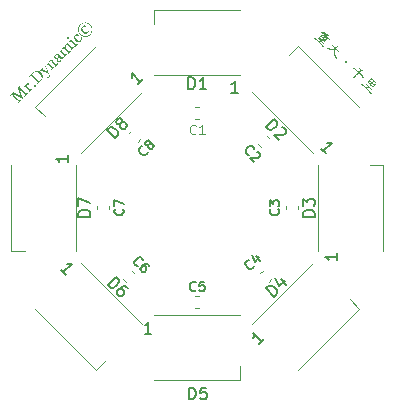
<source format=gbr>
%TF.GenerationSoftware,KiCad,Pcbnew,7.0.7*%
%TF.CreationDate,2023-10-08T00:42:53+08:00*%
%TF.ProjectId,RM_47mm,524d5f34-376d-46d2-9e6b-696361645f70,rev?*%
%TF.SameCoordinates,Original*%
%TF.FileFunction,Legend,Top*%
%TF.FilePolarity,Positive*%
%FSLAX46Y46*%
G04 Gerber Fmt 4.6, Leading zero omitted, Abs format (unit mm)*
G04 Created by KiCad (PCBNEW 7.0.7) date 2023-10-08 00:42:53*
%MOMM*%
%LPD*%
G01*
G04 APERTURE LIST*
%ADD10C,0.150000*%
%ADD11C,0.125000*%
%ADD12C,0.120000*%
G04 APERTURE END LIST*
D10*
G36*
X160547823Y-85108599D02*
G01*
X160557437Y-85111433D01*
X160567980Y-85114540D01*
X160577433Y-85117326D01*
X160585769Y-85120157D01*
X160596439Y-85124978D01*
X160605175Y-85129861D01*
X160614090Y-85135656D01*
X160623182Y-85142363D01*
X160632453Y-85149983D01*
X160641902Y-85158514D01*
X160649106Y-85165511D01*
X160646766Y-85168144D01*
X160652269Y-85176647D01*
X160658788Y-85184779D01*
X160665710Y-85192844D01*
X160674148Y-85202297D01*
X160679206Y-85207786D01*
X160688519Y-85217578D01*
X160695878Y-85225144D01*
X160704157Y-85233542D01*
X160713357Y-85242771D01*
X160723476Y-85252831D01*
X160734516Y-85263723D01*
X160746476Y-85275445D01*
X160759356Y-85287999D01*
X160773156Y-85301383D01*
X160780401Y-85308387D01*
X160787876Y-85315599D01*
X160795582Y-85323019D01*
X160803517Y-85330646D01*
X160811683Y-85338481D01*
X160820078Y-85346524D01*
X160828704Y-85354775D01*
X160837559Y-85363234D01*
X160846645Y-85371900D01*
X160855960Y-85380774D01*
X160865506Y-85389856D01*
X160868483Y-85386879D01*
X160875717Y-85379645D01*
X160883363Y-85371999D01*
X160890967Y-85364395D01*
X160899894Y-85355468D01*
X160907457Y-85347905D01*
X160915763Y-85339598D01*
X160915763Y-85336864D01*
X160915763Y-85326581D01*
X160915763Y-85316456D01*
X160913860Y-85315911D01*
X160905701Y-85310401D01*
X160896686Y-85302833D01*
X160887561Y-85294598D01*
X160879601Y-85287151D01*
X160870685Y-85278613D01*
X160860813Y-85268986D01*
X160853701Y-85261962D01*
X160846163Y-85254455D01*
X160837579Y-85248104D01*
X160829170Y-85239955D01*
X160821077Y-85231269D01*
X160814211Y-85223489D01*
X160806661Y-85214626D01*
X160798429Y-85204679D01*
X160789513Y-85193649D01*
X160783189Y-85185693D01*
X160776563Y-85177255D01*
X160773913Y-85175900D01*
X160768877Y-85167497D01*
X160767969Y-85156923D01*
X160768964Y-85146168D01*
X160775673Y-85145555D01*
X160785706Y-85147633D01*
X160796078Y-85150140D01*
X160796918Y-85151836D01*
X160804066Y-85159920D01*
X160812690Y-85167805D01*
X160821185Y-85175029D01*
X160831416Y-85183377D01*
X160839201Y-85189566D01*
X160847758Y-85196254D01*
X160857087Y-85203442D01*
X160867187Y-85211128D01*
X160878060Y-85219314D01*
X160889704Y-85227999D01*
X160902120Y-85237184D01*
X160915011Y-85246439D01*
X160928036Y-85255377D01*
X160941197Y-85264001D01*
X160954493Y-85272308D01*
X160967923Y-85280300D01*
X160981489Y-85287976D01*
X160995189Y-85295336D01*
X161009025Y-85302380D01*
X161022995Y-85309109D01*
X161037100Y-85315522D01*
X161051340Y-85321620D01*
X161065715Y-85327401D01*
X161080225Y-85332867D01*
X161094870Y-85338017D01*
X161109650Y-85342852D01*
X161124565Y-85347370D01*
X161130932Y-85353737D01*
X161138036Y-85360841D01*
X161142539Y-85366704D01*
X161146635Y-85376846D01*
X161148431Y-85387897D01*
X161148641Y-85398988D01*
X161147880Y-85409372D01*
X161147631Y-85409624D01*
X161141144Y-85417057D01*
X161134775Y-85424795D01*
X161128537Y-85432514D01*
X161122226Y-85438489D01*
X161112112Y-85442677D01*
X161101669Y-85442800D01*
X161091533Y-85440274D01*
X161082252Y-85436314D01*
X161074391Y-85434363D01*
X161065297Y-85428671D01*
X161056767Y-85422551D01*
X161048723Y-85416423D01*
X161039593Y-85409199D01*
X161038147Y-85407752D01*
X161030915Y-85400520D01*
X161023683Y-85393288D01*
X161016451Y-85386056D01*
X161010826Y-85382283D01*
X161000842Y-85381366D01*
X160991203Y-85384420D01*
X160981564Y-85389856D01*
X160980372Y-85391049D01*
X160973141Y-85398280D01*
X160966141Y-85405280D01*
X160958422Y-85412998D01*
X160953645Y-85417775D01*
X160945572Y-85425848D01*
X160937863Y-85433557D01*
X160930517Y-85440903D01*
X160923535Y-85447885D01*
X160926004Y-85452076D01*
X160933242Y-85460965D01*
X160939799Y-85468245D01*
X160948017Y-85476986D01*
X160957895Y-85487187D01*
X160965403Y-85494799D01*
X160973649Y-85503060D01*
X160982633Y-85511970D01*
X160992355Y-85521528D01*
X161002815Y-85531736D01*
X161014013Y-85542593D01*
X161025950Y-85554099D01*
X161038179Y-85565807D01*
X161050212Y-85577228D01*
X161062050Y-85588362D01*
X161073692Y-85599208D01*
X161085139Y-85609766D01*
X161096389Y-85620038D01*
X161107445Y-85630021D01*
X161118304Y-85639718D01*
X161128968Y-85649127D01*
X161139436Y-85658249D01*
X161149709Y-85667083D01*
X161159786Y-85675630D01*
X161169667Y-85683889D01*
X161179353Y-85691862D01*
X161188843Y-85699546D01*
X161198137Y-85706944D01*
X161204725Y-85714674D01*
X161207494Y-85724800D01*
X161208793Y-85734513D01*
X161209528Y-85746291D01*
X161209709Y-85757201D01*
X161208394Y-85758213D01*
X161199091Y-85762359D01*
X161189541Y-85765562D01*
X161178794Y-85768772D01*
X161168632Y-85770187D01*
X161158483Y-85768602D01*
X161148345Y-85764018D01*
X161139906Y-85757907D01*
X161131476Y-85749713D01*
X161124737Y-85741657D01*
X161119183Y-85735739D01*
X161112513Y-85728535D01*
X161105843Y-85721309D01*
X161097743Y-85712518D01*
X161088213Y-85702165D01*
X161081065Y-85694393D01*
X161073282Y-85685927D01*
X161064863Y-85676767D01*
X161055809Y-85666911D01*
X161046119Y-85656360D01*
X161035794Y-85645115D01*
X161035113Y-85644367D01*
X161027785Y-85636631D01*
X161019672Y-85628095D01*
X161012715Y-85620782D01*
X161004520Y-85612171D01*
X160995086Y-85602262D01*
X160984413Y-85591055D01*
X160972502Y-85578550D01*
X160959352Y-85564747D01*
X160952312Y-85557359D01*
X160944963Y-85549646D01*
X160937304Y-85541609D01*
X160929336Y-85533247D01*
X160921058Y-85524561D01*
X160912470Y-85515550D01*
X160903573Y-85506215D01*
X160894366Y-85496555D01*
X160884849Y-85486571D01*
X160834592Y-85536828D01*
X160840903Y-85543882D01*
X160848291Y-85551983D01*
X160855657Y-85560038D01*
X160864586Y-85569791D01*
X160871407Y-85577236D01*
X160878923Y-85585434D01*
X160887134Y-85594387D01*
X160896040Y-85604095D01*
X160905641Y-85614556D01*
X160915936Y-85625772D01*
X160918365Y-85628201D01*
X160925651Y-85635487D01*
X160933207Y-85643042D01*
X160941111Y-85650583D01*
X160949560Y-85657942D01*
X160957237Y-85664104D01*
X160965314Y-85670134D01*
X160973793Y-85676029D01*
X160978340Y-85683311D01*
X160983125Y-85692684D01*
X160987443Y-85701635D01*
X160992512Y-85712468D01*
X160997108Y-85722487D01*
X161000156Y-85730352D01*
X161002422Y-85740521D01*
X161002362Y-85752724D01*
X160999089Y-85764362D01*
X160994158Y-85773266D01*
X160987170Y-85781808D01*
X160978126Y-85789989D01*
X160969993Y-85795887D01*
X160963096Y-85798783D01*
X160954104Y-85805041D01*
X160945739Y-85811655D01*
X160937881Y-85818234D01*
X160928986Y-85825957D01*
X160921635Y-85832501D01*
X160916539Y-85837137D01*
X160908809Y-85844233D01*
X160900976Y-85851498D01*
X160893039Y-85858934D01*
X160884999Y-85866540D01*
X160876856Y-85874316D01*
X160868609Y-85882262D01*
X160860260Y-85890377D01*
X160851807Y-85898663D01*
X160843251Y-85907119D01*
X160834592Y-85915745D01*
X160829381Y-85918497D01*
X160819588Y-85921975D01*
X160809055Y-85925222D01*
X160798191Y-85928344D01*
X160788134Y-85931116D01*
X160785482Y-85931800D01*
X160774950Y-85933555D01*
X160764536Y-85933733D01*
X160754241Y-85932335D01*
X160744065Y-85929361D01*
X160734008Y-85924811D01*
X160724069Y-85918686D01*
X160714249Y-85910984D01*
X160706962Y-85904174D01*
X160706096Y-85904666D01*
X160697169Y-85900525D01*
X160689273Y-85893816D01*
X160681920Y-85886730D01*
X160675732Y-85880543D01*
X160667790Y-85872601D01*
X160660683Y-85865493D01*
X160652589Y-85857399D01*
X160643508Y-85848319D01*
X160633441Y-85838251D01*
X160626181Y-85830992D01*
X160618483Y-85823293D01*
X160610346Y-85815157D01*
X160601771Y-85806581D01*
X160592757Y-85797568D01*
X160583305Y-85788115D01*
X160521476Y-85849944D01*
X160714734Y-86035603D01*
X160716354Y-86040884D01*
X160716761Y-86050693D01*
X160716429Y-86061209D01*
X160715735Y-86072041D01*
X160714907Y-86082061D01*
X160713429Y-86083437D01*
X160705528Y-86089654D01*
X160697291Y-86095532D01*
X160693769Y-86097315D01*
X160683619Y-86096226D01*
X160675370Y-86090747D01*
X160667550Y-86082959D01*
X160660504Y-86074289D01*
X160658737Y-86072521D01*
X160651709Y-86065493D01*
X160643622Y-86057407D01*
X160635314Y-86049098D01*
X160628009Y-86041793D01*
X160619784Y-86033569D01*
X160610640Y-86024424D01*
X160600575Y-86014360D01*
X160593542Y-86007327D01*
X160586432Y-86000217D01*
X160579246Y-85993030D01*
X160571982Y-85985766D01*
X160564641Y-85978426D01*
X160557224Y-85971008D01*
X160549729Y-85963514D01*
X160542158Y-85955942D01*
X160534509Y-85948294D01*
X160526784Y-85940569D01*
X160518982Y-85932767D01*
X160511103Y-85924888D01*
X160503147Y-85916932D01*
X160495114Y-85908899D01*
X160487004Y-85900789D01*
X160478818Y-85892602D01*
X160471169Y-85899888D01*
X160462538Y-85907814D01*
X160453732Y-85915788D01*
X160446020Y-85922721D01*
X160437357Y-85930471D01*
X160427744Y-85939038D01*
X160417181Y-85948421D01*
X160409611Y-85955131D01*
X160401618Y-85962203D01*
X160398990Y-85963336D01*
X160394683Y-85972247D01*
X160397819Y-85981546D01*
X160402537Y-85986643D01*
X160409897Y-85994596D01*
X160416692Y-86001937D01*
X160424996Y-86010908D01*
X160434810Y-86021512D01*
X160446133Y-86033746D01*
X160458967Y-86047612D01*
X160465950Y-86055156D01*
X160473310Y-86063109D01*
X160481048Y-86071469D01*
X160489163Y-86080237D01*
X160497656Y-86089413D01*
X160506526Y-86098997D01*
X160515774Y-86108988D01*
X160525399Y-86119387D01*
X160535402Y-86130194D01*
X160545782Y-86141409D01*
X160556539Y-86153032D01*
X160567674Y-86165063D01*
X160579187Y-86177501D01*
X160591077Y-86190347D01*
X160597654Y-86196924D01*
X160605145Y-86204415D01*
X160613111Y-86212381D01*
X160620236Y-86219507D01*
X160628349Y-86227619D01*
X160637448Y-86236718D01*
X160647533Y-86246804D01*
X160654805Y-86254076D01*
X160658537Y-86257808D01*
X160665923Y-86265194D01*
X160673204Y-86272474D01*
X160680379Y-86279650D01*
X160687449Y-86286720D01*
X160694414Y-86293685D01*
X160704664Y-86303935D01*
X160714678Y-86313948D01*
X160724454Y-86323725D01*
X160733994Y-86333264D01*
X160743296Y-86342567D01*
X160752363Y-86351633D01*
X160761192Y-86360462D01*
X160766420Y-86367209D01*
X160771760Y-86376510D01*
X160776329Y-86385861D01*
X160780535Y-86395349D01*
X160773487Y-86399650D01*
X160763692Y-86403309D01*
X160752616Y-86407212D01*
X160741849Y-86410892D01*
X160738336Y-86410699D01*
X160728209Y-86409811D01*
X160716972Y-86408678D01*
X160705224Y-86407427D01*
X160694266Y-86406227D01*
X160681920Y-86404848D01*
X160669234Y-86402605D01*
X160657342Y-86398727D01*
X160646243Y-86393214D01*
X160635937Y-86386066D01*
X160626425Y-86377282D01*
X160619811Y-86369621D01*
X160613644Y-86361040D01*
X160607923Y-86351540D01*
X160602648Y-86341119D01*
X160602173Y-86336456D01*
X160596862Y-86326353D01*
X160589706Y-86315205D01*
X160583424Y-86306073D01*
X160575932Y-86295582D01*
X160567232Y-86283730D01*
X160557323Y-86270518D01*
X160546205Y-86255946D01*
X160540193Y-86248150D01*
X160533879Y-86240013D01*
X160527262Y-86231537D01*
X160520343Y-86222721D01*
X160513122Y-86213565D01*
X160505598Y-86204069D01*
X160497772Y-86194233D01*
X160489644Y-86184057D01*
X160481214Y-86173541D01*
X160472482Y-86162684D01*
X160463447Y-86151488D01*
X160454020Y-86140034D01*
X160444109Y-86128360D01*
X160433714Y-86116466D01*
X160422837Y-86104353D01*
X160411476Y-86092020D01*
X160399632Y-86079468D01*
X160387304Y-86066696D01*
X160374493Y-86053704D01*
X160361198Y-86040493D01*
X160347420Y-86027063D01*
X160333159Y-86013412D01*
X160318415Y-85999542D01*
X160303187Y-85985453D01*
X160287475Y-85971144D01*
X160271281Y-85956615D01*
X160254603Y-85941867D01*
X160237441Y-85926899D01*
X160219796Y-85911711D01*
X160201668Y-85896304D01*
X160183056Y-85880678D01*
X160163962Y-85864831D01*
X160144383Y-85848765D01*
X160124322Y-85832480D01*
X160103776Y-85815975D01*
X160082748Y-85799250D01*
X160061236Y-85782306D01*
X160039241Y-85765142D01*
X160016762Y-85747759D01*
X159993800Y-85730156D01*
X159970355Y-85712333D01*
X159946426Y-85694291D01*
X159922014Y-85676029D01*
X159918333Y-85672649D01*
X159910622Y-85665977D01*
X159902957Y-85659480D01*
X159894900Y-85652714D01*
X159890797Y-85649157D01*
X159883067Y-85641400D01*
X159876916Y-85632545D01*
X159875557Y-85621972D01*
X159877621Y-85614862D01*
X159885401Y-85608329D01*
X159891606Y-85605042D01*
X159901762Y-85602067D01*
X159912966Y-85600253D01*
X159924065Y-85599262D01*
X159934098Y-85598808D01*
X159945157Y-85598657D01*
X159947942Y-85599262D01*
X159957732Y-85601387D01*
X159968176Y-85603653D01*
X159979272Y-85606062D01*
X159989715Y-85608329D01*
X160000760Y-85611321D01*
X160011616Y-85615464D01*
X160022284Y-85620755D01*
X160032762Y-85627197D01*
X160043051Y-85634788D01*
X160050645Y-85641235D01*
X160058132Y-85648330D01*
X160065512Y-85656070D01*
X160072787Y-85664458D01*
X160075733Y-85673153D01*
X160082065Y-85681908D01*
X160089291Y-85691085D01*
X160095972Y-85699237D01*
X160103734Y-85708475D01*
X160112576Y-85718800D01*
X160119072Y-85726287D01*
X160126243Y-85734288D01*
X160134200Y-85742834D01*
X160142942Y-85751925D01*
X160152469Y-85761562D01*
X160162781Y-85771743D01*
X160173879Y-85782470D01*
X160185762Y-85793742D01*
X160198430Y-85805559D01*
X160211884Y-85817921D01*
X160226122Y-85830828D01*
X160233536Y-85837486D01*
X160241146Y-85844280D01*
X160248953Y-85851210D01*
X160256956Y-85858277D01*
X160265155Y-85865480D01*
X160273550Y-85872819D01*
X160282142Y-85880295D01*
X160290930Y-85887907D01*
X160299915Y-85895655D01*
X160309095Y-85903539D01*
X160318472Y-85911560D01*
X160328046Y-85919717D01*
X160331300Y-85923279D01*
X160341063Y-85922567D01*
X160351188Y-85919717D01*
X160349396Y-85913023D01*
X160354988Y-85904174D01*
X160362159Y-85895902D01*
X160369770Y-85888193D01*
X160377353Y-85880945D01*
X160386264Y-85872736D01*
X160393818Y-85865949D01*
X160402119Y-85858621D01*
X160411167Y-85850753D01*
X160420961Y-85842345D01*
X160413200Y-85835318D01*
X160404414Y-85827736D01*
X160395205Y-85819903D01*
X160387027Y-85812998D01*
X160377759Y-85805210D01*
X160367402Y-85796538D01*
X160359891Y-85790266D01*
X160351896Y-85783601D01*
X160343417Y-85776544D01*
X160334828Y-85769426D01*
X160326418Y-85762579D01*
X160318189Y-85756004D01*
X160310138Y-85749699D01*
X160298399Y-85740751D01*
X160287064Y-85732413D01*
X160276132Y-85724685D01*
X160265604Y-85717568D01*
X160255480Y-85711060D01*
X160245760Y-85705163D01*
X160236444Y-85699876D01*
X160227531Y-85695200D01*
X160219934Y-85692746D01*
X160211502Y-85686618D01*
X160204216Y-85679829D01*
X160201537Y-85676947D01*
X160195942Y-85668301D01*
X160194019Y-85658694D01*
X160196617Y-85649087D01*
X160193994Y-85643416D01*
X160201938Y-85636357D01*
X160211815Y-85630980D01*
X160222436Y-85626144D01*
X160231989Y-85622206D01*
X160242902Y-85618000D01*
X160243199Y-85617326D01*
X160252948Y-85616389D01*
X160263272Y-85620884D01*
X160272118Y-85625844D01*
X160282534Y-85632375D01*
X160291377Y-85638303D01*
X160301104Y-85645115D01*
X160303435Y-85647446D01*
X160310721Y-85654733D01*
X160317845Y-85661857D01*
X160326783Y-85670794D01*
X160334676Y-85678687D01*
X160343589Y-85687601D01*
X160345424Y-85691055D01*
X160353000Y-85699623D01*
X160360363Y-85707030D01*
X160369839Y-85716138D01*
X160377330Y-85723154D01*
X160385760Y-85730925D01*
X160395130Y-85739453D01*
X160405438Y-85748736D01*
X160416686Y-85758774D01*
X160428872Y-85769568D01*
X160441998Y-85781118D01*
X160456062Y-85793423D01*
X160463447Y-85799859D01*
X160513877Y-85749429D01*
X160621991Y-85749429D01*
X160622304Y-85753218D01*
X160628152Y-85761790D01*
X160635285Y-85770039D01*
X160643204Y-85778463D01*
X160650833Y-85786216D01*
X160652911Y-85788271D01*
X160661567Y-85796376D01*
X160670768Y-85804293D01*
X160680513Y-85812020D01*
X160690804Y-85819558D01*
X160698880Y-85825088D01*
X160707263Y-85830511D01*
X160715952Y-85835829D01*
X160724947Y-85841040D01*
X160734250Y-85846144D01*
X160734952Y-85850901D01*
X160743748Y-85855989D01*
X160750164Y-85857838D01*
X160760877Y-85858242D01*
X160770759Y-85856672D01*
X160780362Y-85853916D01*
X160785306Y-85849251D01*
X160793580Y-85842219D01*
X160802396Y-85835304D01*
X160811123Y-85828811D01*
X160819221Y-85823002D01*
X160824491Y-85815546D01*
X160828341Y-85805852D01*
X160830792Y-85795887D01*
X160824947Y-85792231D01*
X160817020Y-85786122D01*
X160809178Y-85779467D01*
X160800003Y-85771242D01*
X160792247Y-85764043D01*
X160783741Y-85755960D01*
X160774485Y-85746993D01*
X160764479Y-85737144D01*
X160757392Y-85730086D01*
X160753954Y-85726648D01*
X160746753Y-85719447D01*
X160738879Y-85711573D01*
X160731352Y-85704046D01*
X160722736Y-85695430D01*
X160715558Y-85688252D01*
X160707767Y-85680461D01*
X160699363Y-85672057D01*
X160621991Y-85749429D01*
X160513877Y-85749429D01*
X160529248Y-85734058D01*
X160522033Y-85727951D01*
X160514524Y-85721595D01*
X160504365Y-85712995D01*
X160496119Y-85706015D01*
X160486696Y-85698038D01*
X160476095Y-85689064D01*
X160464316Y-85679093D01*
X160451359Y-85668125D01*
X160437224Y-85656160D01*
X160429715Y-85649803D01*
X160421911Y-85643197D01*
X160413813Y-85636342D01*
X160405420Y-85629238D01*
X160396733Y-85621884D01*
X160387752Y-85614281D01*
X160378476Y-85606429D01*
X160369798Y-85601640D01*
X160362247Y-85593933D01*
X160355479Y-85585773D01*
X160349116Y-85577414D01*
X160345794Y-85571856D01*
X160343050Y-85562065D01*
X160343269Y-85559000D01*
X160422907Y-85559000D01*
X160425363Y-85568714D01*
X160431651Y-85576486D01*
X160440304Y-85583286D01*
X160439058Y-85586507D01*
X160445870Y-85593768D01*
X160453775Y-85600557D01*
X160462067Y-85607568D01*
X160471080Y-85615423D01*
X160479228Y-85622625D01*
X160488566Y-85630951D01*
X160499095Y-85640399D01*
X160506775Y-85647322D01*
X160514983Y-85654745D01*
X160523721Y-85662666D01*
X160532988Y-85671087D01*
X160542784Y-85680007D01*
X160553108Y-85689426D01*
X160563962Y-85699345D01*
X160621491Y-85641815D01*
X160737130Y-85641815D01*
X160740595Y-85651246D01*
X160746377Y-85660757D01*
X160752896Y-85669446D01*
X160761100Y-85679096D01*
X160768358Y-85686964D01*
X160776563Y-85695372D01*
X160779459Y-85698261D01*
X160788056Y-85706741D01*
X160796516Y-85714946D01*
X160804840Y-85722874D01*
X160813027Y-85730526D01*
X160821077Y-85737901D01*
X160828991Y-85745000D01*
X160836769Y-85751824D01*
X160844409Y-85758370D01*
X160851914Y-85764641D01*
X160861707Y-85772572D01*
X160861426Y-85773824D01*
X160871097Y-85771924D01*
X160881050Y-85768772D01*
X160885525Y-85764297D01*
X160892727Y-85757095D01*
X160900353Y-85749469D01*
X160908164Y-85741657D01*
X160912166Y-85738241D01*
X160915007Y-85728443D01*
X160914263Y-85717595D01*
X160911759Y-85706264D01*
X160908523Y-85695699D01*
X160904192Y-85683801D01*
X160902647Y-85682062D01*
X160895638Y-85674471D01*
X160888809Y-85667107D01*
X160880013Y-85657636D01*
X160873057Y-85650152D01*
X160865225Y-85641731D01*
X160856520Y-85632374D01*
X160846940Y-85622080D01*
X160836486Y-85610850D01*
X160825158Y-85598684D01*
X160812955Y-85585581D01*
X160799878Y-85571542D01*
X160737876Y-85633544D01*
X160737130Y-85641815D01*
X160621491Y-85641815D01*
X160645306Y-85618000D01*
X160643474Y-85616204D01*
X160636283Y-85609382D01*
X160628647Y-85602252D01*
X160621039Y-85595194D01*
X160612097Y-85586932D01*
X160604516Y-85579946D01*
X160596185Y-85572283D01*
X160587104Y-85563943D01*
X160580883Y-85558212D01*
X160571778Y-85549897D01*
X160562947Y-85541923D01*
X160554389Y-85534289D01*
X160546104Y-85526995D01*
X160538093Y-85520041D01*
X160530354Y-85513427D01*
X160520462Y-85505137D01*
X160511054Y-85497452D01*
X160502133Y-85490371D01*
X160498952Y-85488003D01*
X160488660Y-85486864D01*
X160478991Y-85490371D01*
X160471595Y-85493249D01*
X160463868Y-85500182D01*
X160457402Y-85507814D01*
X160452883Y-85514009D01*
X160447429Y-85522796D01*
X160444104Y-85532856D01*
X160437243Y-85536452D01*
X160429989Y-85543706D01*
X160424761Y-85552199D01*
X160422907Y-85559000D01*
X160343269Y-85559000D01*
X160343797Y-85551617D01*
X160348035Y-85540511D01*
X160353939Y-85531152D01*
X160362078Y-85521373D01*
X160369649Y-85513762D01*
X160378476Y-85505914D01*
X160377124Y-85506683D01*
X160382103Y-85498142D01*
X160387916Y-85490485D01*
X160395023Y-85481838D01*
X160402482Y-85473014D01*
X160409110Y-85465283D01*
X160416625Y-85456600D01*
X160425026Y-85446963D01*
X160434314Y-85436373D01*
X160437441Y-85432822D01*
X160528805Y-85432822D01*
X160528946Y-85442833D01*
X160533047Y-85451857D01*
X160531086Y-85454753D01*
X160538415Y-85462048D01*
X160546518Y-85469128D01*
X160548176Y-85470536D01*
X160556426Y-85477562D01*
X160564318Y-85484294D01*
X160573670Y-85492279D01*
X160584482Y-85501519D01*
X160592501Y-85508375D01*
X160601170Y-85515789D01*
X160610487Y-85523759D01*
X160620453Y-85532287D01*
X160631069Y-85541373D01*
X160642333Y-85551015D01*
X160654246Y-85561215D01*
X160666809Y-85571972D01*
X160680020Y-85583286D01*
X160741849Y-85521458D01*
X160740343Y-85519952D01*
X160733206Y-85512815D01*
X160725563Y-85505172D01*
X160717432Y-85497041D01*
X160709774Y-85489383D01*
X160701090Y-85480699D01*
X160696491Y-85476099D01*
X160689505Y-85469114D01*
X160682416Y-85462025D01*
X160675224Y-85454833D01*
X160667929Y-85447538D01*
X160660531Y-85440140D01*
X160653029Y-85432638D01*
X160645425Y-85425033D01*
X160637717Y-85417325D01*
X160629905Y-85409514D01*
X160621991Y-85401600D01*
X160613183Y-85396678D01*
X160603978Y-85393074D01*
X160594703Y-85389856D01*
X160586484Y-85387895D01*
X160575636Y-85388528D01*
X160566563Y-85393450D01*
X160559990Y-85401427D01*
X160558466Y-85402951D01*
X160551034Y-85410383D01*
X160544057Y-85417359D01*
X160536847Y-85424570D01*
X160535913Y-85425067D01*
X160528805Y-85432822D01*
X160437441Y-85432822D01*
X160440998Y-85428783D01*
X160448076Y-85420770D01*
X160451855Y-85412468D01*
X160458319Y-85404103D01*
X160464869Y-85396661D01*
X160473029Y-85387997D01*
X160480718Y-85380184D01*
X160482754Y-85378147D01*
X160490406Y-85370496D01*
X160498855Y-85362047D01*
X160506064Y-85354838D01*
X160514075Y-85346827D01*
X160521303Y-85339598D01*
X160523311Y-85334563D01*
X160531192Y-85327918D01*
X160539482Y-85322121D01*
X160548246Y-85316456D01*
X160552177Y-85314249D01*
X160562400Y-85310580D01*
X160573188Y-85309550D01*
X160584541Y-85311160D01*
X160594031Y-85314348D01*
X160603882Y-85319226D01*
X160614094Y-85325793D01*
X160621991Y-85331827D01*
X160622423Y-85337602D01*
X160629714Y-85344595D01*
X160637189Y-85351170D01*
X160638981Y-85352699D01*
X160647884Y-85360485D01*
X160656381Y-85368073D01*
X160666439Y-85377162D01*
X160674011Y-85384054D01*
X160682276Y-85391612D01*
X160691235Y-85399837D01*
X160700888Y-85408729D01*
X160711234Y-85418287D01*
X160722274Y-85428512D01*
X160734007Y-85439403D01*
X160746434Y-85450961D01*
X160759554Y-85463185D01*
X160773368Y-85476076D01*
X160780535Y-85482772D01*
X160830792Y-85432514D01*
X160827673Y-85429513D01*
X160820464Y-85422787D01*
X160812050Y-85415026D01*
X160804196Y-85407817D01*
X160795017Y-85399418D01*
X160784515Y-85389829D01*
X160776778Y-85382775D01*
X160768454Y-85375192D01*
X160759540Y-85367080D01*
X160750039Y-85358440D01*
X160739949Y-85349270D01*
X160729572Y-85339905D01*
X160719208Y-85330677D01*
X160708858Y-85321587D01*
X160698521Y-85312635D01*
X160688198Y-85303820D01*
X160677888Y-85295143D01*
X160667592Y-85286603D01*
X160657309Y-85278202D01*
X160647040Y-85269937D01*
X160636784Y-85261811D01*
X160626542Y-85253822D01*
X160616313Y-85245970D01*
X160606098Y-85238257D01*
X160595896Y-85230680D01*
X160585708Y-85223242D01*
X160575533Y-85215941D01*
X160574790Y-85215198D01*
X160567761Y-85208169D01*
X160558366Y-85204321D01*
X160549383Y-85198128D01*
X160541044Y-85191571D01*
X160533047Y-85184854D01*
X160529754Y-85181961D01*
X160522169Y-85174729D01*
X160514292Y-85166051D01*
X160507751Y-85157372D01*
X160502546Y-85148694D01*
X160498161Y-85138569D01*
X160493840Y-85134718D01*
X160496261Y-85124925D01*
X160503507Y-85117450D01*
X160512833Y-85113342D01*
X160523617Y-85110557D01*
X160534569Y-85108756D01*
X160544619Y-85107655D01*
X160547823Y-85108599D01*
G37*
G36*
X161391568Y-86225061D02*
G01*
X161386560Y-86235676D01*
X161383627Y-86245718D01*
X161382846Y-86257012D01*
X161385052Y-86267479D01*
X161390246Y-86277121D01*
X161395367Y-86283090D01*
X161403505Y-86290961D01*
X161411634Y-86298103D01*
X161419923Y-86304054D01*
X161426282Y-86306405D01*
X161436828Y-86314119D01*
X161447222Y-86321803D01*
X161457466Y-86329458D01*
X161467558Y-86337082D01*
X161477500Y-86344677D01*
X161487290Y-86352243D01*
X161496929Y-86359778D01*
X161506417Y-86367284D01*
X161515754Y-86374760D01*
X161524940Y-86382207D01*
X161533975Y-86389624D01*
X161542858Y-86397011D01*
X161551591Y-86404369D01*
X161560172Y-86411697D01*
X161568602Y-86418995D01*
X161576881Y-86426263D01*
X161584900Y-86433320D01*
X161592465Y-86439985D01*
X161602960Y-86449246D01*
X161612431Y-86457623D01*
X161620879Y-86465117D01*
X161628304Y-86471728D01*
X161636613Y-86479168D01*
X161644441Y-86486259D01*
X161650626Y-86492064D01*
X161638499Y-86498122D01*
X161626294Y-86503773D01*
X161614012Y-86509018D01*
X161601654Y-86513857D01*
X161589218Y-86518290D01*
X161576706Y-86522317D01*
X161564116Y-86525938D01*
X161551450Y-86529153D01*
X161538707Y-86531961D01*
X161525887Y-86534363D01*
X161512990Y-86536360D01*
X161500016Y-86537950D01*
X161486966Y-86539134D01*
X161473838Y-86539912D01*
X161460633Y-86540283D01*
X161447352Y-86540249D01*
X161434104Y-86539906D01*
X161420914Y-86539350D01*
X161407783Y-86538583D01*
X161394709Y-86537604D01*
X161381693Y-86536414D01*
X161368736Y-86535011D01*
X161355836Y-86533397D01*
X161342994Y-86531571D01*
X161330211Y-86529532D01*
X161317485Y-86527283D01*
X161304818Y-86524821D01*
X161292208Y-86522147D01*
X161279657Y-86519262D01*
X161267163Y-86516165D01*
X161254728Y-86512856D01*
X161242350Y-86509335D01*
X161230180Y-86505708D01*
X161218279Y-86502081D01*
X161206649Y-86498454D01*
X161195288Y-86494827D01*
X161184197Y-86491201D01*
X161173376Y-86487574D01*
X161162824Y-86483947D01*
X161152543Y-86480320D01*
X161142532Y-86476693D01*
X161132790Y-86473066D01*
X161123318Y-86469440D01*
X161114116Y-86465813D01*
X161100819Y-86460373D01*
X161088129Y-86454932D01*
X161080007Y-86451306D01*
X161068682Y-86446087D01*
X161058541Y-86441312D01*
X161049584Y-86436979D01*
X161039484Y-86431893D01*
X161029818Y-86426642D01*
X161021194Y-86420803D01*
X161020250Y-86418491D01*
X161009964Y-86413341D01*
X160999245Y-86409519D01*
X160988981Y-86408315D01*
X160979330Y-86411916D01*
X160975692Y-86416419D01*
X160971054Y-86425989D01*
X160969036Y-86435757D01*
X160969993Y-86437662D01*
X160965486Y-86448335D01*
X160962132Y-86458528D01*
X160959932Y-86468242D01*
X160958793Y-86480447D01*
X160959706Y-86491800D01*
X160962669Y-86502300D01*
X160967682Y-86511947D01*
X160974747Y-86520742D01*
X160981392Y-86526778D01*
X160990680Y-86533961D01*
X160999116Y-86540055D01*
X161008461Y-86546138D01*
X161017917Y-86551190D01*
X161027539Y-86554110D01*
X161031822Y-86553720D01*
X161043418Y-86557995D01*
X161054999Y-86562119D01*
X161066564Y-86566092D01*
X161078115Y-86569914D01*
X161089650Y-86573585D01*
X161101171Y-86577106D01*
X161112676Y-86580476D01*
X161124165Y-86583695D01*
X161135640Y-86586764D01*
X161147099Y-86589681D01*
X161158544Y-86592448D01*
X161169973Y-86595064D01*
X161181387Y-86597529D01*
X161192786Y-86599844D01*
X161204169Y-86602008D01*
X161215537Y-86604021D01*
X161226891Y-86605883D01*
X161238229Y-86607594D01*
X161249552Y-86609155D01*
X161260859Y-86610565D01*
X161272152Y-86611824D01*
X161283429Y-86612932D01*
X161294691Y-86613889D01*
X161305938Y-86614696D01*
X161317170Y-86615352D01*
X161328387Y-86615857D01*
X161339588Y-86616211D01*
X161350774Y-86616415D01*
X161361945Y-86616468D01*
X161373101Y-86616370D01*
X161384242Y-86616121D01*
X161395367Y-86615721D01*
X161406327Y-86615246D01*
X161416969Y-86614770D01*
X161427294Y-86614294D01*
X161437302Y-86613816D01*
X161456368Y-86612860D01*
X161474164Y-86611900D01*
X161490693Y-86610938D01*
X161505953Y-86609974D01*
X161519945Y-86609006D01*
X161532668Y-86608036D01*
X161544124Y-86607063D01*
X161554311Y-86606088D01*
X161567213Y-86604619D01*
X161577262Y-86603145D01*
X161587668Y-86600674D01*
X161588798Y-86600178D01*
X161588362Y-86610481D01*
X161588048Y-86621054D01*
X161587855Y-86631896D01*
X161587783Y-86643009D01*
X161587833Y-86654391D01*
X161588004Y-86666044D01*
X161588297Y-86677966D01*
X161588711Y-86690158D01*
X161589247Y-86702619D01*
X161589904Y-86715351D01*
X161590683Y-86728353D01*
X161591583Y-86741624D01*
X161592604Y-86755165D01*
X161593747Y-86768976D01*
X161595011Y-86783057D01*
X161596397Y-86797408D01*
X161597849Y-86811552D01*
X161599268Y-86824971D01*
X161600655Y-86837663D01*
X161602010Y-86849630D01*
X161603332Y-86860871D01*
X161604622Y-86871385D01*
X161605880Y-86881174D01*
X161607705Y-86894497D01*
X161609458Y-86906186D01*
X161611138Y-86916241D01*
X161613264Y-86927108D01*
X161615740Y-86936609D01*
X161615799Y-86950062D01*
X161615932Y-86963348D01*
X161616139Y-86976469D01*
X161616420Y-86989424D01*
X161616775Y-87002213D01*
X161617205Y-87014836D01*
X161617709Y-87027293D01*
X161618287Y-87039585D01*
X161618940Y-87051710D01*
X161619666Y-87063669D01*
X161620467Y-87075462D01*
X161621342Y-87087089D01*
X161622291Y-87098551D01*
X161623315Y-87109846D01*
X161624412Y-87120976D01*
X161625584Y-87131939D01*
X161626770Y-87142494D01*
X161627910Y-87152399D01*
X161629534Y-87166037D01*
X161631055Y-87178212D01*
X161632473Y-87188923D01*
X161634203Y-87200929D01*
X161636107Y-87212278D01*
X161638557Y-87221982D01*
X161639055Y-87222782D01*
X161640328Y-87233259D01*
X161642204Y-87243402D01*
X161644684Y-87253211D01*
X161647766Y-87262688D01*
X161651452Y-87271831D01*
X161655740Y-87280641D01*
X161660632Y-87289118D01*
X161666127Y-87297262D01*
X161672225Y-87305072D01*
X161678926Y-87312549D01*
X161686230Y-87319692D01*
X161694138Y-87326503D01*
X161702648Y-87332980D01*
X161711762Y-87339124D01*
X161721478Y-87344934D01*
X161731798Y-87350412D01*
X161742148Y-87355557D01*
X161751956Y-87360369D01*
X161761222Y-87364850D01*
X161774103Y-87370949D01*
X161785763Y-87376301D01*
X161796204Y-87380907D01*
X161805423Y-87384765D01*
X161815818Y-87388748D01*
X161825761Y-87391860D01*
X161832313Y-87392897D01*
X161843001Y-87391227D01*
X161853513Y-87389055D01*
X161862957Y-87385374D01*
X161863227Y-87385126D01*
X161864934Y-87374628D01*
X161864585Y-87364448D01*
X161863227Y-87361983D01*
X161854646Y-87349305D01*
X161846259Y-87336401D01*
X161838066Y-87323270D01*
X161830068Y-87309912D01*
X161822264Y-87296328D01*
X161814654Y-87282517D01*
X161807238Y-87268479D01*
X161800017Y-87254215D01*
X161792990Y-87239724D01*
X161786157Y-87225006D01*
X161779519Y-87210061D01*
X161773075Y-87194890D01*
X161766825Y-87179492D01*
X161760770Y-87163868D01*
X161754908Y-87148017D01*
X161749241Y-87131939D01*
X161743747Y-87115763D01*
X161738404Y-87099616D01*
X161733212Y-87083499D01*
X161728171Y-87067412D01*
X161723282Y-87051354D01*
X161718543Y-87035326D01*
X161713956Y-87019328D01*
X161709519Y-87003360D01*
X161705234Y-86987421D01*
X161701100Y-86971511D01*
X161697117Y-86955632D01*
X161693285Y-86939782D01*
X161689604Y-86923962D01*
X161686074Y-86908172D01*
X161682696Y-86892411D01*
X161679468Y-86876680D01*
X161676398Y-86861150D01*
X161673448Y-86845952D01*
X161670618Y-86831083D01*
X161667908Y-86816546D01*
X161665318Y-86802339D01*
X161662848Y-86788462D01*
X161660498Y-86774916D01*
X161658269Y-86761701D01*
X161656159Y-86748816D01*
X161654170Y-86736262D01*
X161652300Y-86724038D01*
X161650551Y-86712145D01*
X161648922Y-86700583D01*
X161647413Y-86689351D01*
X161646023Y-86678449D01*
X161644755Y-86667879D01*
X161643598Y-86657783D01*
X161642061Y-86643804D01*
X161640761Y-86631222D01*
X161639697Y-86620036D01*
X161638870Y-86610246D01*
X161638136Y-86599366D01*
X161637811Y-86589256D01*
X161638883Y-86580835D01*
X161704683Y-86546121D01*
X161714762Y-86556260D01*
X161724704Y-86566384D01*
X161734510Y-86576494D01*
X161744179Y-86586588D01*
X161753712Y-86596668D01*
X161763109Y-86606733D01*
X161772370Y-86616783D01*
X161781494Y-86626818D01*
X161790482Y-86636838D01*
X161799334Y-86646844D01*
X161808050Y-86656834D01*
X161816629Y-86666810D01*
X161825072Y-86676771D01*
X161833379Y-86686717D01*
X161841549Y-86696648D01*
X161849584Y-86706565D01*
X161857372Y-86716194D01*
X161864720Y-86725263D01*
X161871626Y-86733772D01*
X161878091Y-86741721D01*
X161886961Y-86752595D01*
X161894839Y-86762209D01*
X161901723Y-86770563D01*
X161909359Y-86779742D01*
X161916421Y-86788066D01*
X161921256Y-86793436D01*
X161928124Y-86803466D01*
X161935170Y-86812228D01*
X161942394Y-86819722D01*
X161951674Y-86827306D01*
X161961233Y-86832908D01*
X161971070Y-86836528D01*
X161981185Y-86838166D01*
X161992663Y-86838812D01*
X162003797Y-86839396D01*
X162014543Y-86839881D01*
X162021771Y-86840066D01*
X162030848Y-86836302D01*
X162039214Y-86830395D01*
X162044394Y-86821541D01*
X162044914Y-86816924D01*
X162044914Y-86806860D01*
X162044914Y-86801380D01*
X162037863Y-86794269D01*
X162030266Y-86786495D01*
X162022125Y-86778057D01*
X162013438Y-86768955D01*
X162006566Y-86761692D01*
X161999386Y-86754057D01*
X161991900Y-86746048D01*
X161984108Y-86737665D01*
X161976009Y-86728909D01*
X161973241Y-86725908D01*
X161964915Y-86716807D01*
X161956515Y-86707640D01*
X161948043Y-86698406D01*
X161939498Y-86689105D01*
X161930881Y-86679738D01*
X161922190Y-86670303D01*
X161913427Y-86660802D01*
X161904590Y-86651234D01*
X161895681Y-86641599D01*
X161886699Y-86631898D01*
X161880671Y-86625393D01*
X161871705Y-86615749D01*
X161862943Y-86606374D01*
X161854385Y-86597270D01*
X161846030Y-86588437D01*
X161837878Y-86579873D01*
X161829929Y-86571580D01*
X161822185Y-86563556D01*
X161814643Y-86555803D01*
X161807305Y-86548320D01*
X161800170Y-86541108D01*
X161795527Y-86536449D01*
X161786967Y-86527766D01*
X161779681Y-86520107D01*
X161772365Y-86511976D01*
X161766212Y-86504334D01*
X161762713Y-86495691D01*
X161771443Y-86486994D01*
X161780276Y-86478261D01*
X161789212Y-86469492D01*
X161798252Y-86460686D01*
X161807395Y-86451843D01*
X161816641Y-86442964D01*
X161825991Y-86434049D01*
X161835443Y-86425097D01*
X161844999Y-86416109D01*
X161854658Y-86407085D01*
X161861155Y-86401048D01*
X161870604Y-86392406D01*
X161879265Y-86384614D01*
X161887136Y-86377672D01*
X161896402Y-86369738D01*
X161904266Y-86363316D01*
X161912122Y-86357413D01*
X161920738Y-86352738D01*
X161921256Y-86352691D01*
X161926017Y-86343454D01*
X161930131Y-86334591D01*
X161934611Y-86323354D01*
X161937941Y-86312781D01*
X161940121Y-86302872D01*
X161941230Y-86291420D01*
X161940543Y-86281004D01*
X161938700Y-86273419D01*
X161935413Y-86263558D01*
X161932088Y-86253584D01*
X161929028Y-86244404D01*
X161919119Y-86243866D01*
X161908050Y-86245478D01*
X161897509Y-86249504D01*
X161888896Y-86254876D01*
X161880671Y-86262020D01*
X161873585Y-86269373D01*
X161866876Y-86277269D01*
X161862735Y-86286197D01*
X161863227Y-86287062D01*
X161855141Y-86295148D01*
X161846816Y-86303474D01*
X161838250Y-86312040D01*
X161829444Y-86320845D01*
X161820399Y-86329890D01*
X161811114Y-86339176D01*
X161801589Y-86348701D01*
X161791824Y-86358465D01*
X161781820Y-86368470D01*
X161771575Y-86378714D01*
X161764612Y-86385677D01*
X161754577Y-86395712D01*
X161745456Y-86404833D01*
X161737249Y-86413041D01*
X161729955Y-86420335D01*
X161721652Y-86428638D01*
X161713557Y-86436733D01*
X161706489Y-86443801D01*
X161704683Y-86445606D01*
X161691005Y-86432818D01*
X161677990Y-86420575D01*
X161665638Y-86408877D01*
X161653951Y-86397724D01*
X161642928Y-86387116D01*
X161632568Y-86377053D01*
X161622872Y-86367535D01*
X161613840Y-86358563D01*
X161605472Y-86350135D01*
X161597768Y-86342253D01*
X161590727Y-86334915D01*
X161581411Y-86324931D01*
X161573589Y-86316174D01*
X161567260Y-86308643D01*
X161565483Y-86306405D01*
X161559287Y-86298229D01*
X161553060Y-86289541D01*
X161547176Y-86280240D01*
X161546140Y-86271519D01*
X161538924Y-86264500D01*
X161528242Y-86254852D01*
X161517729Y-86246261D01*
X161507387Y-86238726D01*
X161497215Y-86232247D01*
X161487213Y-86226825D01*
X161477381Y-86222460D01*
X161467719Y-86219150D01*
X161455101Y-86216382D01*
X161442785Y-86215491D01*
X161439753Y-86215562D01*
X161428459Y-86216126D01*
X161418672Y-86216868D01*
X161408555Y-86218046D01*
X161398344Y-86220163D01*
X161391568Y-86225061D01*
G37*
G36*
X162536089Y-87733300D02*
G01*
X162545692Y-87740553D01*
X162555159Y-87746855D01*
X162564490Y-87752206D01*
X162573685Y-87756605D01*
X162587221Y-87761420D01*
X162600451Y-87764095D01*
X162613374Y-87764630D01*
X162625990Y-87763025D01*
X162638300Y-87759279D01*
X162650304Y-87753393D01*
X162662000Y-87745367D01*
X162669627Y-87738827D01*
X162673390Y-87735200D01*
X162680420Y-87727626D01*
X162686529Y-87719886D01*
X162693965Y-87707965D01*
X162699326Y-87695670D01*
X162702615Y-87683002D01*
X162703829Y-87669961D01*
X162702971Y-87656546D01*
X162700039Y-87642757D01*
X162696932Y-87633358D01*
X162692904Y-87623792D01*
X162687954Y-87614061D01*
X162682083Y-87604163D01*
X162675290Y-87594100D01*
X162665226Y-87587307D01*
X162655329Y-87581435D01*
X162645597Y-87576486D01*
X162636032Y-87572457D01*
X162626632Y-87569351D01*
X162612844Y-87566419D01*
X162599429Y-87565560D01*
X162586387Y-87566775D01*
X162573719Y-87570063D01*
X162561425Y-87575425D01*
X162549503Y-87582860D01*
X162541763Y-87588969D01*
X162534189Y-87595999D01*
X162527174Y-87603559D01*
X162521109Y-87611254D01*
X162513797Y-87623053D01*
X162508624Y-87635158D01*
X162505592Y-87647570D01*
X162504700Y-87660289D01*
X162505948Y-87673314D01*
X162509336Y-87686646D01*
X162514865Y-87700285D01*
X162519740Y-87709548D01*
X162525566Y-87718946D01*
X162532344Y-87728482D01*
X162536089Y-87733300D01*
G37*
G36*
X163731040Y-88255390D02*
G01*
X163738769Y-88263059D01*
X163746497Y-88270610D01*
X163754226Y-88278041D01*
X163761955Y-88285354D01*
X163769683Y-88292549D01*
X163777412Y-88299624D01*
X163785140Y-88306581D01*
X163792869Y-88313419D01*
X163802010Y-88321181D01*
X163810005Y-88327627D01*
X163818084Y-88333626D01*
X163827106Y-88339072D01*
X163831555Y-88340361D01*
X163823754Y-88348255D01*
X163816693Y-88355524D01*
X163808904Y-88363640D01*
X163800386Y-88372603D01*
X163793519Y-88379881D01*
X163786243Y-88387636D01*
X163778557Y-88395868D01*
X163770461Y-88404576D01*
X163761955Y-88413761D01*
X163753617Y-88422778D01*
X163746027Y-88430981D01*
X163739183Y-88438370D01*
X163731219Y-88446956D01*
X163723132Y-88455656D01*
X163716166Y-88463112D01*
X163711524Y-88467991D01*
X163702182Y-88471634D01*
X163696326Y-88467991D01*
X163687433Y-88463238D01*
X163678239Y-88457529D01*
X163669814Y-88451652D01*
X163663340Y-88446748D01*
X163655208Y-88439852D01*
X163649124Y-88431820D01*
X163649696Y-88429305D01*
X163637258Y-88419722D01*
X163625072Y-88410317D01*
X163613140Y-88401090D01*
X163601460Y-88392041D01*
X163590032Y-88383169D01*
X163578857Y-88374475D01*
X163567935Y-88365959D01*
X163557266Y-88357621D01*
X163546849Y-88349461D01*
X163536685Y-88341478D01*
X163526773Y-88333673D01*
X163517114Y-88326046D01*
X163507708Y-88318596D01*
X163498555Y-88311324D01*
X163489654Y-88304231D01*
X163481005Y-88297314D01*
X163472610Y-88290576D01*
X163464467Y-88284015D01*
X163456577Y-88277632D01*
X163448939Y-88271427D01*
X163434421Y-88259550D01*
X163420915Y-88248385D01*
X163408418Y-88237930D01*
X163396933Y-88228186D01*
X163386458Y-88219154D01*
X163376993Y-88210832D01*
X163368386Y-88203114D01*
X163360397Y-88195893D01*
X163353026Y-88189168D01*
X163343129Y-88180012D01*
X163334621Y-88171973D01*
X163327504Y-88165051D01*
X163320178Y-88157560D01*
X163313823Y-88150048D01*
X163313438Y-88146931D01*
X163302098Y-88143015D01*
X163291266Y-88139946D01*
X163280940Y-88137725D01*
X163271122Y-88136350D01*
X163258819Y-88135834D01*
X163247418Y-88136825D01*
X163236918Y-88139321D01*
X163227320Y-88143323D01*
X163218622Y-88148831D01*
X163209262Y-88156187D01*
X163201689Y-88162499D01*
X163194091Y-88169578D01*
X163189608Y-88177845D01*
X163183848Y-88187519D01*
X163180903Y-88197394D01*
X163183092Y-88207855D01*
X163190680Y-88215044D01*
X163193407Y-88216531D01*
X163202864Y-88221048D01*
X163212837Y-88225253D01*
X163222308Y-88228054D01*
X163224494Y-88228275D01*
X163234129Y-88233123D01*
X163243710Y-88238017D01*
X163253240Y-88242957D01*
X163262716Y-88247942D01*
X163272140Y-88252973D01*
X163281511Y-88258051D01*
X163290830Y-88263174D01*
X163300096Y-88268343D01*
X163309310Y-88273558D01*
X163318470Y-88278819D01*
X163327579Y-88284125D01*
X163336634Y-88289478D01*
X163345637Y-88294876D01*
X163354588Y-88300321D01*
X163363485Y-88305811D01*
X163372330Y-88311347D01*
X163381123Y-88316929D01*
X163389863Y-88322556D01*
X163398550Y-88328230D01*
X163407185Y-88333950D01*
X163415767Y-88339715D01*
X163424296Y-88345526D01*
X163432773Y-88351383D01*
X163441197Y-88357286D01*
X163449568Y-88363235D01*
X163457887Y-88369230D01*
X163466153Y-88375271D01*
X163474367Y-88381357D01*
X163482528Y-88387490D01*
X163490637Y-88393668D01*
X163498692Y-88399892D01*
X163506695Y-88406162D01*
X163514570Y-88412357D01*
X163529637Y-88424227D01*
X163543796Y-88435402D01*
X163557047Y-88445881D01*
X163569390Y-88455666D01*
X163580825Y-88464756D01*
X163591352Y-88473151D01*
X163600971Y-88480852D01*
X163609682Y-88487857D01*
X163617485Y-88494167D01*
X163627486Y-88502330D01*
X163635445Y-88508930D01*
X163642878Y-88515297D01*
X163646069Y-88518248D01*
X163647839Y-88527877D01*
X163645896Y-88533619D01*
X163634914Y-88544601D01*
X163624203Y-88555312D01*
X163613763Y-88565752D01*
X163603594Y-88575921D01*
X163593697Y-88585819D01*
X163584070Y-88595445D01*
X163574715Y-88604800D01*
X163565631Y-88613884D01*
X163556819Y-88622697D01*
X163548277Y-88631238D01*
X163540007Y-88639509D01*
X163532008Y-88647508D01*
X163524280Y-88655236D01*
X163516823Y-88662692D01*
X163509638Y-88669878D01*
X163502723Y-88676792D01*
X163493063Y-88686453D01*
X163484352Y-88695163D01*
X163476592Y-88702923D01*
X163467723Y-88711792D01*
X163460544Y-88718971D01*
X163452942Y-88726573D01*
X163448666Y-88730849D01*
X163440057Y-88738538D01*
X163431628Y-88746106D01*
X163423380Y-88753553D01*
X163415313Y-88760878D01*
X163407426Y-88768082D01*
X163399720Y-88775164D01*
X163392196Y-88782125D01*
X163384852Y-88788965D01*
X163377688Y-88795682D01*
X163367282Y-88805532D01*
X163357283Y-88815108D01*
X163347691Y-88824411D01*
X163338506Y-88833440D01*
X163332608Y-88839308D01*
X163324336Y-88847580D01*
X163316878Y-88855038D01*
X163308200Y-88863716D01*
X163300968Y-88870948D01*
X163293962Y-88877955D01*
X163287046Y-88884870D01*
X163286323Y-88885593D01*
X163278828Y-88892273D01*
X163268465Y-88901920D01*
X163259154Y-88911121D01*
X163250897Y-88919876D01*
X163243694Y-88928185D01*
X163237543Y-88936047D01*
X163230982Y-88945836D01*
X163226293Y-88954832D01*
X163223066Y-88964960D01*
X163222594Y-88968665D01*
X163222030Y-88978665D01*
X163221938Y-88989259D01*
X163223217Y-88999282D01*
X163224494Y-89001652D01*
X163234185Y-89002987D01*
X163243999Y-89003109D01*
X163253938Y-89002016D01*
X163264001Y-88999709D01*
X163274188Y-88996187D01*
X163284499Y-88991451D01*
X163294934Y-88985501D01*
X163305493Y-88978336D01*
X163315613Y-88970969D01*
X163324642Y-88964326D01*
X163332581Y-88958405D01*
X163340972Y-88952021D01*
X163348792Y-88945853D01*
X163355923Y-88939650D01*
X163362694Y-88931945D01*
X163369448Y-88924285D01*
X163376187Y-88916671D01*
X163382909Y-88909103D01*
X163389614Y-88901581D01*
X163396304Y-88894105D01*
X163402978Y-88886674D01*
X163409635Y-88879290D01*
X163416276Y-88871951D01*
X163422901Y-88864658D01*
X163429509Y-88857411D01*
X163439392Y-88846627D01*
X163449238Y-88835946D01*
X163459048Y-88825368D01*
X163462310Y-88821865D01*
X163471699Y-88811863D01*
X163480309Y-88802842D01*
X163488138Y-88794802D01*
X163495186Y-88787742D01*
X163503371Y-88779854D01*
X163511651Y-88772446D01*
X163519603Y-88766650D01*
X163522239Y-88765736D01*
X163530878Y-88757096D01*
X163539396Y-88748578D01*
X163547793Y-88740182D01*
X163556068Y-88731907D01*
X163564221Y-88723753D01*
X163572253Y-88715721D01*
X163580164Y-88707810D01*
X163587954Y-88700021D01*
X163595621Y-88692353D01*
X163603168Y-88684807D01*
X163610593Y-88677382D01*
X163617896Y-88670078D01*
X163625079Y-88662896D01*
X163632139Y-88655835D01*
X163639078Y-88648896D01*
X163645896Y-88642078D01*
X163655655Y-88632387D01*
X163664593Y-88623649D01*
X163672712Y-88615864D01*
X163680011Y-88609032D01*
X163688468Y-88601406D01*
X163696991Y-88594257D01*
X163705097Y-88588696D01*
X163707725Y-88587849D01*
X163717922Y-88587767D01*
X163727241Y-88591821D01*
X163735625Y-88601670D01*
X163743873Y-88611422D01*
X163751986Y-88621075D01*
X163759963Y-88630631D01*
X163767805Y-88640089D01*
X163775511Y-88649449D01*
X163783081Y-88658712D01*
X163790516Y-88667876D01*
X163797815Y-88676943D01*
X163804979Y-88685912D01*
X163812007Y-88694783D01*
X163818899Y-88703556D01*
X163825656Y-88712232D01*
X163832277Y-88720809D01*
X163838762Y-88729289D01*
X163845112Y-88737671D01*
X163851327Y-88745955D01*
X163857406Y-88754141D01*
X163863349Y-88762230D01*
X163869156Y-88770221D01*
X163880365Y-88785908D01*
X163891031Y-88801205D01*
X163901154Y-88816110D01*
X163910735Y-88830624D01*
X163919774Y-88844747D01*
X163928270Y-88858479D01*
X163936253Y-88871606D01*
X163943752Y-88883918D01*
X163950766Y-88895413D01*
X163957296Y-88906091D01*
X163963341Y-88915954D01*
X163968902Y-88925000D01*
X163976335Y-88937039D01*
X163982679Y-88947241D01*
X163987932Y-88955606D01*
X163993242Y-88963902D01*
X163997871Y-88970565D01*
X164001888Y-88980852D01*
X164006685Y-88989952D01*
X164014295Y-89000238D01*
X164023291Y-89008415D01*
X164033675Y-89014481D01*
X164045446Y-89018437D01*
X164055185Y-89020019D01*
X164065704Y-89020415D01*
X164077002Y-89019623D01*
X164080942Y-89019095D01*
X164092464Y-89017332D01*
X164103065Y-89015668D01*
X164112747Y-89014106D01*
X164124225Y-89012177D01*
X164134068Y-89010427D01*
X164144072Y-89008490D01*
X164153785Y-89006246D01*
X164156415Y-89005451D01*
X164166450Y-89004169D01*
X164171785Y-88997679D01*
X164168824Y-88988298D01*
X164166086Y-88978423D01*
X164164253Y-88968499D01*
X164164186Y-88966938D01*
X164156236Y-88958988D01*
X164147930Y-88950682D01*
X164139268Y-88942020D01*
X164130250Y-88933001D01*
X164123252Y-88926004D01*
X164116054Y-88918806D01*
X164108656Y-88911407D01*
X164101057Y-88903808D01*
X164093258Y-88896009D01*
X164090614Y-88893365D01*
X164083021Y-88885703D01*
X164076175Y-88878647D01*
X164068209Y-88870185D01*
X164061571Y-88862802D01*
X164055140Y-88855091D01*
X164049165Y-88846261D01*
X164048128Y-88842935D01*
X164038791Y-88833124D01*
X164029628Y-88823485D01*
X164020638Y-88814021D01*
X164011822Y-88804729D01*
X164003179Y-88795611D01*
X163994709Y-88786667D01*
X163986413Y-88777895D01*
X163978290Y-88769298D01*
X163970341Y-88760873D01*
X163962564Y-88752622D01*
X163954962Y-88744544D01*
X163947532Y-88736640D01*
X163940276Y-88728909D01*
X163933194Y-88721352D01*
X163926284Y-88713967D01*
X163919549Y-88706757D01*
X163906597Y-88692855D01*
X163894339Y-88679647D01*
X163882774Y-88667133D01*
X163871903Y-88655312D01*
X163861726Y-88644184D01*
X163852242Y-88633751D01*
X163843451Y-88624010D01*
X163835355Y-88614963D01*
X163827903Y-88606550D01*
X163820963Y-88598710D01*
X163811512Y-88588026D01*
X163803212Y-88578631D01*
X163796062Y-88570527D01*
X163788318Y-88561728D01*
X163781516Y-88553956D01*
X163777498Y-88549163D01*
X163771805Y-88540145D01*
X163767515Y-88531105D01*
X163769554Y-88526020D01*
X163782672Y-88514784D01*
X163794912Y-88504305D01*
X163806273Y-88494583D01*
X163816756Y-88485618D01*
X163826361Y-88477409D01*
X163835087Y-88469958D01*
X163842935Y-88463264D01*
X163853060Y-88454641D01*
X163861209Y-88447722D01*
X163869000Y-88441146D01*
X163874041Y-88437076D01*
X163878207Y-88427346D01*
X163883125Y-88415633D01*
X163887315Y-88405361D01*
X163891527Y-88394548D01*
X163895079Y-88384544D01*
X163897356Y-88375075D01*
X163906810Y-88380731D01*
X163915873Y-88386085D01*
X163924545Y-88391137D01*
X163936819Y-88398148D01*
X163948212Y-88404478D01*
X163958725Y-88410129D01*
X163968358Y-88415100D01*
X163979832Y-88420669D01*
X163989741Y-88425030D01*
X163999927Y-88428781D01*
X164001670Y-88429305D01*
X164012417Y-88432151D01*
X164022956Y-88434184D01*
X164032585Y-88433277D01*
X164042871Y-88429093D01*
X164051926Y-88423879D01*
X164059750Y-88417637D01*
X164066343Y-88410366D01*
X164071705Y-88402067D01*
X164075835Y-88392738D01*
X164077143Y-88388719D01*
X164080022Y-88379173D01*
X164083098Y-88369588D01*
X164086557Y-88359981D01*
X164090614Y-88352105D01*
X164085710Y-88343103D01*
X164079703Y-88334182D01*
X164072526Y-88326367D01*
X164064101Y-88320857D01*
X164057627Y-88319118D01*
X164047661Y-88318414D01*
X164044329Y-88321018D01*
X164032501Y-88322446D01*
X164020247Y-88322842D01*
X164007566Y-88322208D01*
X163997776Y-88321056D01*
X163987746Y-88319324D01*
X163977477Y-88317012D01*
X163966967Y-88314121D01*
X163956218Y-88310649D01*
X163945228Y-88306598D01*
X163937769Y-88303575D01*
X163926532Y-88298743D01*
X163915296Y-88293638D01*
X163904059Y-88288259D01*
X163892822Y-88282607D01*
X163881586Y-88276682D01*
X163870349Y-88270484D01*
X163859112Y-88264013D01*
X163847876Y-88257268D01*
X163836639Y-88250250D01*
X163825402Y-88242959D01*
X163817911Y-88237947D01*
X163806874Y-88230408D01*
X163796171Y-88223075D01*
X163785801Y-88215949D01*
X163775766Y-88209029D01*
X163766064Y-88202316D01*
X163756696Y-88195809D01*
X163747663Y-88189509D01*
X163738963Y-88183415D01*
X163730597Y-88177527D01*
X163722566Y-88171846D01*
X163717396Y-88168174D01*
X163707946Y-88161352D01*
X163699888Y-88155307D01*
X163691774Y-88148844D01*
X163684070Y-88141836D01*
X163680783Y-88135360D01*
X163670972Y-88132216D01*
X163660722Y-88129401D01*
X163653841Y-88131560D01*
X163653091Y-88141615D01*
X163652836Y-88152468D01*
X163653532Y-88162976D01*
X163656160Y-88172718D01*
X163661440Y-88177845D01*
X163668067Y-88186325D01*
X163674390Y-88194320D01*
X163683306Y-88205404D01*
X163691539Y-88215399D01*
X163699088Y-88224303D01*
X163705955Y-88232118D01*
X163714048Y-88240842D01*
X163722456Y-88249023D01*
X163731040Y-88255390D01*
G37*
G36*
X164754262Y-89028353D02*
G01*
X164764043Y-89032268D01*
X164774288Y-89038165D01*
X164782818Y-89044310D01*
X164786618Y-89048110D01*
X164788035Y-89049526D01*
X164795472Y-89056964D01*
X164802607Y-89064098D01*
X164811745Y-89073236D01*
X164818950Y-89080441D01*
X164827045Y-89088537D01*
X164836031Y-89097523D01*
X164845908Y-89107400D01*
X164856675Y-89118167D01*
X164868333Y-89129824D01*
X164880881Y-89142372D01*
X164894320Y-89155811D01*
X164901373Y-89162864D01*
X164908649Y-89170140D01*
X164916147Y-89177639D01*
X164923752Y-89185243D01*
X164931345Y-89192836D01*
X164938927Y-89200418D01*
X164946498Y-89207989D01*
X164954057Y-89215549D01*
X164961606Y-89223098D01*
X164969143Y-89230635D01*
X164976670Y-89238161D01*
X164984185Y-89245677D01*
X164991689Y-89253181D01*
X164999182Y-89260674D01*
X165006664Y-89268156D01*
X165014135Y-89275626D01*
X165021594Y-89283086D01*
X165029043Y-89290534D01*
X165036480Y-89297972D01*
X165043906Y-89305398D01*
X165051321Y-89312813D01*
X165058725Y-89320217D01*
X165066118Y-89327610D01*
X165073500Y-89334991D01*
X165080870Y-89342362D01*
X165088230Y-89349721D01*
X165095578Y-89357069D01*
X165102915Y-89364406D01*
X165110241Y-89371732D01*
X165117556Y-89379047D01*
X165124859Y-89386351D01*
X165132152Y-89393644D01*
X165139434Y-89400925D01*
X165146704Y-89408195D01*
X165153963Y-89415455D01*
X165158301Y-89422828D01*
X165162685Y-89431948D01*
X165167358Y-89442238D01*
X165171765Y-89452231D01*
X165176765Y-89463788D01*
X165180905Y-89473484D01*
X165182306Y-89476844D01*
X165185827Y-89486696D01*
X165188936Y-89499303D01*
X165190231Y-89511306D01*
X165189713Y-89522705D01*
X165187382Y-89533499D01*
X165183237Y-89543689D01*
X165177278Y-89553274D01*
X165169507Y-89562255D01*
X165159737Y-89563613D01*
X165148846Y-89569193D01*
X165138379Y-89575833D01*
X165130306Y-89581428D01*
X165121358Y-89587959D01*
X165111534Y-89595424D01*
X165100834Y-89603825D01*
X165089259Y-89613160D01*
X165076808Y-89623431D01*
X165063481Y-89634637D01*
X165049279Y-89646777D01*
X165041849Y-89653198D01*
X165034201Y-89659853D01*
X165026334Y-89666742D01*
X165024839Y-89668177D01*
X165017489Y-89674959D01*
X165009523Y-89682213D01*
X165001011Y-89689927D01*
X164992974Y-89697192D01*
X164983848Y-89705428D01*
X164979063Y-89709692D01*
X164969666Y-89717771D01*
X164960502Y-89725252D01*
X164951570Y-89732133D01*
X164942870Y-89738415D01*
X164934402Y-89744098D01*
X164924144Y-89750360D01*
X164914248Y-89755685D01*
X164913726Y-89756169D01*
X164904558Y-89760804D01*
X164893865Y-89763827D01*
X164884072Y-89765876D01*
X164872482Y-89767831D01*
X164861918Y-89769329D01*
X164851094Y-89770001D01*
X164840815Y-89769167D01*
X164831082Y-89766827D01*
X164821893Y-89762982D01*
X164813250Y-89757631D01*
X164805151Y-89750774D01*
X164797598Y-89742411D01*
X164790590Y-89732543D01*
X164787200Y-89724221D01*
X164781912Y-89716006D01*
X164775640Y-89707314D01*
X164769403Y-89699152D01*
X164762080Y-89689917D01*
X164755876Y-89682285D01*
X164755875Y-89682284D01*
X164748897Y-89675306D01*
X164741603Y-89668012D01*
X164734468Y-89660876D01*
X164725905Y-89652314D01*
X164715917Y-89642325D01*
X164708465Y-89634873D01*
X164700378Y-89626787D01*
X164691658Y-89618067D01*
X164682304Y-89608712D01*
X164577817Y-89713199D01*
X164582048Y-89717668D01*
X164588990Y-89725000D01*
X164596924Y-89733379D01*
X164604262Y-89741129D01*
X164612791Y-89750137D01*
X164622510Y-89760401D01*
X164629650Y-89767942D01*
X164637319Y-89776041D01*
X164645517Y-89784700D01*
X164654093Y-89793736D01*
X164662896Y-89802969D01*
X164671925Y-89812399D01*
X164681181Y-89822026D01*
X164690664Y-89831850D01*
X164700373Y-89841871D01*
X164710309Y-89852089D01*
X164720472Y-89862504D01*
X164730861Y-89873116D01*
X164741477Y-89883925D01*
X164752320Y-89894930D01*
X164763389Y-89906133D01*
X164774685Y-89917533D01*
X164786208Y-89929130D01*
X164797957Y-89940924D01*
X164809933Y-89952915D01*
X164811401Y-89958247D01*
X164807272Y-89967704D01*
X164801120Y-89976042D01*
X164793915Y-89984234D01*
X164786791Y-89991601D01*
X164784318Y-89992247D01*
X164773660Y-89993382D01*
X164763852Y-89993471D01*
X164754027Y-89993137D01*
X164742702Y-89992432D01*
X164732561Y-89991601D01*
X164729936Y-89991318D01*
X164720039Y-89989280D01*
X164709026Y-89984690D01*
X164699523Y-89977831D01*
X164691530Y-89968704D01*
X164686222Y-89959769D01*
X164681880Y-89949383D01*
X164678504Y-89937544D01*
X164674348Y-89932417D01*
X164668384Y-89924449D01*
X164661549Y-89915110D01*
X164654861Y-89905871D01*
X164649133Y-89897912D01*
X164642794Y-89889069D01*
X164635846Y-89879342D01*
X164630925Y-89872539D01*
X164623144Y-89862163D01*
X164614884Y-89851580D01*
X164606143Y-89840791D01*
X164596924Y-89829795D01*
X164590511Y-89822350D01*
X164583884Y-89814813D01*
X164577045Y-89807184D01*
X164569992Y-89799463D01*
X164562726Y-89791651D01*
X164555248Y-89783747D01*
X164547555Y-89775751D01*
X164539650Y-89767664D01*
X164531532Y-89759485D01*
X164396130Y-89887287D01*
X164398699Y-89893418D01*
X164404843Y-89901547D01*
X164412272Y-89910431D01*
X164419311Y-89918482D01*
X164427605Y-89927723D01*
X164437157Y-89938154D01*
X164444223Y-89945769D01*
X164451848Y-89953914D01*
X164460031Y-89962587D01*
X164468577Y-89971592D01*
X164477288Y-89980734D01*
X164486166Y-89990012D01*
X164495209Y-89999427D01*
X164504419Y-90008978D01*
X164513794Y-90018665D01*
X164523335Y-90028488D01*
X164533043Y-90038448D01*
X164542916Y-90048543D01*
X164552955Y-90058776D01*
X164563160Y-90069144D01*
X164573531Y-90079649D01*
X164584068Y-90090290D01*
X164594772Y-90101067D01*
X164605640Y-90111980D01*
X164616675Y-90123030D01*
X164621500Y-90129798D01*
X164627532Y-90138258D01*
X164633638Y-90146824D01*
X164641102Y-90157293D01*
X164646832Y-90165330D01*
X164653164Y-90174213D01*
X164660100Y-90183941D01*
X164667639Y-90194516D01*
X164675781Y-90205937D01*
X164684527Y-90218204D01*
X164693875Y-90231317D01*
X164694145Y-90234911D01*
X164699635Y-90243006D01*
X164706346Y-90250786D01*
X164713804Y-90258726D01*
X164720990Y-90266031D01*
X164728721Y-90273762D01*
X164736458Y-90281499D01*
X164744200Y-90289241D01*
X164751947Y-90296988D01*
X164759700Y-90304741D01*
X164767458Y-90312499D01*
X164775222Y-90320263D01*
X164782991Y-90328032D01*
X164783685Y-90330247D01*
X164786618Y-90339603D01*
X164787154Y-90344082D01*
X164783186Y-90353019D01*
X164776275Y-90360108D01*
X164767448Y-90366718D01*
X164761750Y-90367943D01*
X164751834Y-90368865D01*
X164740533Y-90369221D01*
X164729139Y-90369212D01*
X164718731Y-90369004D01*
X164707173Y-90368618D01*
X164704175Y-90368459D01*
X164692444Y-90367029D01*
X164681135Y-90364325D01*
X164670246Y-90360348D01*
X164659779Y-90355096D01*
X164649732Y-90348571D01*
X164640106Y-90340772D01*
X164630902Y-90331700D01*
X164624275Y-90324060D01*
X164624452Y-90323728D01*
X164621521Y-90314272D01*
X164617157Y-90305011D01*
X164612617Y-90296081D01*
X164606989Y-90285452D01*
X164600275Y-90273122D01*
X164595195Y-90263958D01*
X164589632Y-90254038D01*
X164583586Y-90243363D01*
X164577057Y-90231932D01*
X164570045Y-90219745D01*
X164566334Y-90213377D01*
X164558347Y-90200190D01*
X164549604Y-90186400D01*
X164540105Y-90172009D01*
X164529850Y-90157016D01*
X164518840Y-90141421D01*
X164513052Y-90133398D01*
X164507075Y-90125224D01*
X164500909Y-90116901D01*
X164494554Y-90108426D01*
X164488010Y-90099801D01*
X164481277Y-90091026D01*
X164474355Y-90082100D01*
X164467244Y-90073024D01*
X164459945Y-90063798D01*
X164452457Y-90054421D01*
X164444779Y-90044893D01*
X164436913Y-90035215D01*
X164428858Y-90025387D01*
X164420614Y-90015408D01*
X164412181Y-90005279D01*
X164403559Y-89994999D01*
X164394749Y-89984569D01*
X164385749Y-89973988D01*
X164376560Y-89963257D01*
X164367183Y-89952376D01*
X164357617Y-89941344D01*
X164356764Y-89940510D01*
X164348932Y-89933339D01*
X164341380Y-89926637D01*
X164331687Y-89918134D01*
X164324036Y-89911465D01*
X164315433Y-89903996D01*
X164305880Y-89895727D01*
X164295375Y-89886658D01*
X164283919Y-89876789D01*
X164271512Y-89866120D01*
X164258154Y-89854650D01*
X164243844Y-89842381D01*
X164236333Y-89835946D01*
X164228583Y-89829311D01*
X164220596Y-89822476D01*
X164212371Y-89815441D01*
X164204044Y-89808342D01*
X164195727Y-89801291D01*
X164187422Y-89794289D01*
X164179128Y-89787336D01*
X164170845Y-89780432D01*
X164162573Y-89773577D01*
X164154313Y-89766771D01*
X164146063Y-89760014D01*
X164137825Y-89753305D01*
X164129597Y-89746646D01*
X164121381Y-89740035D01*
X164113176Y-89733473D01*
X164104982Y-89726961D01*
X164096799Y-89720497D01*
X164088628Y-89714082D01*
X164080467Y-89707716D01*
X164072318Y-89701399D01*
X164064180Y-89695131D01*
X164056052Y-89688912D01*
X164047936Y-89682741D01*
X164039832Y-89676620D01*
X164031738Y-89670547D01*
X164023655Y-89664524D01*
X164015584Y-89658549D01*
X164007523Y-89652623D01*
X163999474Y-89646746D01*
X163991436Y-89640918D01*
X163983409Y-89635139D01*
X163975393Y-89629409D01*
X163967389Y-89623728D01*
X163951413Y-89612512D01*
X163944309Y-89609793D01*
X163934971Y-89605660D01*
X163924898Y-89600945D01*
X163915340Y-89596342D01*
X163904448Y-89590999D01*
X163895405Y-89586506D01*
X163885612Y-89581598D01*
X163879127Y-89578224D01*
X163870418Y-89573221D01*
X163860710Y-89566660D01*
X163853177Y-89560222D01*
X163846820Y-89552350D01*
X163843629Y-89541655D01*
X163847099Y-89531340D01*
X163852172Y-89523855D01*
X163860338Y-89517945D01*
X163868984Y-89512861D01*
X163877840Y-89508198D01*
X163888495Y-89503910D01*
X163898373Y-89501299D01*
X163909455Y-89499417D01*
X163921740Y-89498263D01*
X163931743Y-89497876D01*
X163942424Y-89497899D01*
X163953781Y-89498331D01*
X163965816Y-89499174D01*
X163978528Y-89500426D01*
X163978406Y-89506214D01*
X163983607Y-89514817D01*
X163989700Y-89523320D01*
X163996001Y-89531537D01*
X164003570Y-89541012D01*
X164005713Y-89543592D01*
X164013112Y-89551854D01*
X164021969Y-89560900D01*
X164032282Y-89570729D01*
X164039968Y-89577717D01*
X164048301Y-89585053D01*
X164057281Y-89592737D01*
X164066910Y-89600769D01*
X164077186Y-89609150D01*
X164088109Y-89617878D01*
X164099681Y-89626955D01*
X164111900Y-89636379D01*
X164124766Y-89646152D01*
X164138280Y-89656273D01*
X164152442Y-89666742D01*
X164153063Y-89668900D01*
X164159884Y-89676672D01*
X164168357Y-89684876D01*
X164176773Y-89692615D01*
X164186957Y-89701715D01*
X164194727Y-89708536D01*
X164203283Y-89715963D01*
X164212624Y-89723994D01*
X164222750Y-89732629D01*
X164233661Y-89741869D01*
X164245358Y-89751713D01*
X164245380Y-89754649D01*
X164251520Y-89763001D01*
X164258652Y-89770360D01*
X164266571Y-89777837D01*
X164274200Y-89784700D01*
X164280396Y-89790088D01*
X164288591Y-89797113D01*
X164296711Y-89803953D01*
X164304756Y-89810611D01*
X164312724Y-89817084D01*
X164320618Y-89823375D01*
X164328435Y-89829481D01*
X164338101Y-89836857D01*
X164473502Y-89701455D01*
X164469939Y-89697994D01*
X164462670Y-89691113D01*
X164454116Y-89683105D01*
X164445640Y-89675212D01*
X164438330Y-89668425D01*
X164430204Y-89660893D01*
X164421261Y-89652618D01*
X164411501Y-89643599D01*
X164408134Y-89640481D01*
X164398165Y-89631396D01*
X164388397Y-89622719D01*
X164378829Y-89614448D01*
X164369461Y-89606584D01*
X164360294Y-89599127D01*
X164351327Y-89592077D01*
X164342560Y-89585434D01*
X164333994Y-89579197D01*
X164325628Y-89573367D01*
X164314786Y-89566227D01*
X164309339Y-89564322D01*
X164300023Y-89560888D01*
X164289499Y-89556905D01*
X164278939Y-89552853D01*
X164269318Y-89549132D01*
X164258656Y-89544984D01*
X164255937Y-89543892D01*
X164246156Y-89539487D01*
X164236397Y-89533896D01*
X164228303Y-89527066D01*
X164223651Y-89517750D01*
X164226015Y-89508198D01*
X164228023Y-89503162D01*
X164235904Y-89496517D01*
X164244194Y-89490720D01*
X164252957Y-89485055D01*
X164263705Y-89480145D01*
X164273791Y-89477850D01*
X164285199Y-89477006D01*
X164297929Y-89477615D01*
X164308344Y-89479024D01*
X164319504Y-89481250D01*
X164331407Y-89484292D01*
X164344053Y-89488151D01*
X164357444Y-89492827D01*
X164358167Y-89493550D01*
X164365083Y-89500466D01*
X164372089Y-89507472D01*
X164379321Y-89514704D01*
X164388000Y-89523382D01*
X164395458Y-89530840D01*
X164403729Y-89539112D01*
X164412643Y-89548026D01*
X164421965Y-89557347D01*
X164431692Y-89567075D01*
X164441827Y-89577210D01*
X164448809Y-89584192D01*
X164455973Y-89591356D01*
X164463317Y-89598700D01*
X164470842Y-89606224D01*
X164478547Y-89613930D01*
X164486434Y-89621817D01*
X164494501Y-89629884D01*
X164502749Y-89638132D01*
X164511178Y-89646561D01*
X164519788Y-89655170D01*
X164612703Y-89562255D01*
X164728762Y-89562255D01*
X164732692Y-89566185D01*
X164739696Y-89573189D01*
X164747741Y-89581234D01*
X164755198Y-89588691D01*
X164763875Y-89597368D01*
X164773773Y-89607266D01*
X164781050Y-89614543D01*
X164788869Y-89622362D01*
X164797230Y-89630723D01*
X164806134Y-89639627D01*
X164810654Y-89644147D01*
X164817705Y-89651198D01*
X164823491Y-89656509D01*
X164831446Y-89662260D01*
X164840848Y-89666742D01*
X164841174Y-89670048D01*
X164849137Y-89675744D01*
X164858118Y-89680213D01*
X164862250Y-89681773D01*
X164872801Y-89683441D01*
X164882858Y-89682674D01*
X164893850Y-89679879D01*
X164903724Y-89676000D01*
X164914248Y-89670714D01*
X164915288Y-89669673D01*
X164922574Y-89662387D01*
X164929844Y-89655117D01*
X164937563Y-89647399D01*
X164938523Y-89646438D01*
X164945503Y-89639458D01*
X164952934Y-89632028D01*
X164958756Y-89626472D01*
X164966501Y-89619915D01*
X164975188Y-89613699D01*
X164983848Y-89608712D01*
X164833076Y-89457940D01*
X164728762Y-89562255D01*
X164612703Y-89562255D01*
X164624275Y-89550683D01*
X164615805Y-89547030D01*
X164607037Y-89540902D01*
X164599165Y-89534713D01*
X164589952Y-89527015D01*
X164581616Y-89519769D01*
X164572997Y-89512040D01*
X164564497Y-89504312D01*
X164556115Y-89496583D01*
X164547852Y-89488855D01*
X164539708Y-89481126D01*
X164531683Y-89473397D01*
X164523776Y-89465669D01*
X164515988Y-89457940D01*
X164513947Y-89457797D01*
X164503828Y-89454348D01*
X164494184Y-89448744D01*
X164484802Y-89442098D01*
X164476417Y-89435488D01*
X164467248Y-89427728D01*
X164459859Y-89421154D01*
X164455161Y-89416463D01*
X164447891Y-89406398D01*
X164443455Y-89395420D01*
X164441852Y-89383530D01*
X164443083Y-89370729D01*
X164445865Y-89360529D01*
X164450241Y-89349816D01*
X164451864Y-89346764D01*
X164527406Y-89346764D01*
X164528428Y-89356740D01*
X164532699Y-89365738D01*
X164538651Y-89373552D01*
X164546778Y-89381653D01*
X164554847Y-89388340D01*
X164559728Y-89393222D01*
X164567085Y-89400578D01*
X164574373Y-89407866D01*
X164581425Y-89414918D01*
X164589561Y-89423054D01*
X164591752Y-89425245D01*
X164600741Y-89434234D01*
X164607716Y-89441209D01*
X164614892Y-89448385D01*
X164622268Y-89455761D01*
X164629845Y-89463338D01*
X164637621Y-89471115D01*
X164645599Y-89479092D01*
X164653776Y-89487269D01*
X164662154Y-89495647D01*
X164670732Y-89504225D01*
X164759503Y-89415455D01*
X164875561Y-89415455D01*
X165030306Y-89570199D01*
X165031028Y-89569477D01*
X165038438Y-89562066D01*
X165046742Y-89553763D01*
X165055419Y-89545085D01*
X165063114Y-89537391D01*
X165071825Y-89528680D01*
X165081554Y-89518951D01*
X165088604Y-89511901D01*
X165096107Y-89504398D01*
X165096463Y-89503070D01*
X165099051Y-89493424D01*
X165101806Y-89483155D01*
X165102685Y-89479022D01*
X165103014Y-89468455D01*
X165101374Y-89458372D01*
X165097962Y-89447342D01*
X165093764Y-89437426D01*
X165088335Y-89426853D01*
X165083585Y-89422103D01*
X165076566Y-89415084D01*
X165069318Y-89407836D01*
X165060618Y-89399136D01*
X165053140Y-89391658D01*
X165044845Y-89383364D01*
X165035734Y-89374253D01*
X165025807Y-89364325D01*
X165018734Y-89357253D01*
X165016047Y-89355128D01*
X165007684Y-89349918D01*
X164998423Y-89344694D01*
X164989720Y-89339982D01*
X164983508Y-89337127D01*
X164973078Y-89334598D01*
X164963211Y-89335210D01*
X164953905Y-89338962D01*
X164945162Y-89345854D01*
X164940881Y-89350135D01*
X164933770Y-89357246D01*
X164926104Y-89364912D01*
X164918047Y-89372969D01*
X164913741Y-89377275D01*
X164906713Y-89384303D01*
X164898525Y-89392492D01*
X164890603Y-89400413D01*
X164882949Y-89408067D01*
X164875561Y-89415455D01*
X164759503Y-89415455D01*
X164771247Y-89403711D01*
X164766186Y-89398978D01*
X164758208Y-89391708D01*
X164750343Y-89384592D01*
X164742752Y-89377746D01*
X164734006Y-89369874D01*
X164726689Y-89363298D01*
X164724158Y-89361000D01*
X164716634Y-89354133D01*
X164709214Y-89347303D01*
X164701896Y-89340508D01*
X164694682Y-89333751D01*
X164687571Y-89327029D01*
X164678250Y-89318124D01*
X164669113Y-89309284D01*
X164660160Y-89300508D01*
X164651389Y-89291797D01*
X164650817Y-89291271D01*
X164642581Y-89285925D01*
X164633377Y-89280953D01*
X164624102Y-89276254D01*
X164614416Y-89272481D01*
X164604237Y-89271326D01*
X164593921Y-89274052D01*
X164585761Y-89280053D01*
X164585012Y-89280802D01*
X164577953Y-89287862D01*
X164570218Y-89295597D01*
X164562430Y-89303385D01*
X164555123Y-89310691D01*
X164547075Y-89318739D01*
X164540307Y-89322245D01*
X164534090Y-89330689D01*
X164529286Y-89339982D01*
X164527406Y-89346764D01*
X164451864Y-89346764D01*
X164456211Y-89338590D01*
X164463775Y-89326851D01*
X164469703Y-89318739D01*
X164468999Y-89316590D01*
X164474416Y-89308355D01*
X164481968Y-89298379D01*
X164488663Y-89289919D01*
X164496688Y-89280010D01*
X164506042Y-89268654D01*
X164516725Y-89255850D01*
X164528737Y-89241599D01*
X164535241Y-89233930D01*
X164542077Y-89225899D01*
X164549246Y-89217507D01*
X164556747Y-89208752D01*
X164558687Y-89206494D01*
X164661369Y-89206494D01*
X164664774Y-89216046D01*
X164670906Y-89225184D01*
X164678504Y-89233596D01*
X164683189Y-89238280D01*
X164690357Y-89245449D01*
X164698725Y-89253816D01*
X164706985Y-89262076D01*
X164714094Y-89269185D01*
X164721986Y-89277077D01*
X164730661Y-89285753D01*
X164736638Y-89291729D01*
X164745347Y-89300439D01*
X164753750Y-89308841D01*
X164761846Y-89316937D01*
X164769635Y-89324727D01*
X164777118Y-89332210D01*
X164784295Y-89339386D01*
X164793386Y-89348477D01*
X164801932Y-89357023D01*
X164809933Y-89365025D01*
X164816524Y-89358433D01*
X164824242Y-89350716D01*
X164831936Y-89343022D01*
X164841263Y-89333695D01*
X164848389Y-89326569D01*
X164856240Y-89318718D01*
X164864817Y-89310141D01*
X164874120Y-89300837D01*
X164884149Y-89290808D01*
X164894904Y-89280053D01*
X164896708Y-89275736D01*
X164900604Y-89266410D01*
X164902223Y-89259070D01*
X164900896Y-89249367D01*
X164896919Y-89239458D01*
X164891278Y-89229796D01*
X164886018Y-89224917D01*
X164878550Y-89218379D01*
X164870239Y-89211271D01*
X164862225Y-89204498D01*
X164852996Y-89196759D01*
X164845277Y-89190320D01*
X164836875Y-89183338D01*
X164831978Y-89178441D01*
X164824354Y-89170817D01*
X164816864Y-89163327D01*
X164809645Y-89156108D01*
X164801337Y-89147800D01*
X164794390Y-89140853D01*
X164793076Y-89139841D01*
X164783773Y-89135694D01*
X164774222Y-89132491D01*
X164763475Y-89129281D01*
X164760132Y-89128400D01*
X164749152Y-89126740D01*
X164739297Y-89127295D01*
X164729409Y-89130641D01*
X164720990Y-89136880D01*
X164716897Y-89140973D01*
X164709567Y-89148303D01*
X164701797Y-89156073D01*
X164694274Y-89163596D01*
X164685798Y-89172072D01*
X164678331Y-89179539D01*
X164675952Y-89179914D01*
X164668283Y-89186158D01*
X164662961Y-89194909D01*
X164662516Y-89195888D01*
X164661369Y-89206494D01*
X164558687Y-89206494D01*
X164564581Y-89199636D01*
X164572746Y-89190157D01*
X164581244Y-89180317D01*
X164590074Y-89170115D01*
X164599236Y-89159550D01*
X164608731Y-89148624D01*
X164609344Y-89146231D01*
X164614885Y-89137550D01*
X164621783Y-89129227D01*
X164629488Y-89120743D01*
X164636933Y-89112942D01*
X164645517Y-89104239D01*
X164654441Y-89095315D01*
X164662820Y-89086936D01*
X164670654Y-89079102D01*
X164677943Y-89071813D01*
X164686287Y-89063469D01*
X164693780Y-89055976D01*
X164701647Y-89048110D01*
X164704971Y-89041763D01*
X164713255Y-89036105D01*
X164722890Y-89030666D01*
X164732679Y-89027041D01*
X164743137Y-89026270D01*
X164754262Y-89028353D01*
G37*
G36*
X135712393Y-90305590D02*
G01*
X135407913Y-90610070D01*
X135372508Y-90574665D01*
X135379874Y-90566631D01*
X135386727Y-90558864D01*
X135394078Y-90550282D01*
X135400583Y-90542510D01*
X135407435Y-90534172D01*
X135411712Y-90528898D01*
X135418485Y-90520173D01*
X135424338Y-90512130D01*
X135430149Y-90503381D01*
X135435255Y-90494417D01*
X135439172Y-90484858D01*
X135441229Y-90474528D01*
X135442261Y-90464694D01*
X135442185Y-90454061D01*
X135440771Y-90444077D01*
X135440209Y-90441682D01*
X135436981Y-90432259D01*
X135432135Y-90422986D01*
X135425669Y-90413865D01*
X135418683Y-90406009D01*
X135417584Y-90404896D01*
X134918465Y-89905776D01*
X134911038Y-89913202D01*
X135261804Y-90734073D01*
X135237452Y-90758424D01*
X134416754Y-90385380D01*
X134410364Y-90391770D01*
X134819159Y-90800564D01*
X134826503Y-90807850D01*
X134833685Y-90814853D01*
X134844151Y-90824829D01*
X134854250Y-90834171D01*
X134863981Y-90842879D01*
X134873345Y-90850951D01*
X134882342Y-90858390D01*
X134890971Y-90865194D01*
X134899233Y-90871363D01*
X134909678Y-90878602D01*
X134917083Y-90883291D01*
X134926563Y-90888723D01*
X134935746Y-90893361D01*
X134946807Y-90898044D01*
X134957405Y-90901487D01*
X134967539Y-90903691D01*
X134979087Y-90904699D01*
X134984611Y-90904533D01*
X134994727Y-90903233D01*
X135005070Y-90900291D01*
X135014866Y-90896549D01*
X135025734Y-90891635D01*
X135035199Y-90886860D01*
X135045349Y-90881335D01*
X135047994Y-90879836D01*
X135058200Y-90873937D01*
X135067402Y-90868503D01*
X135077492Y-90862362D01*
X135086015Y-90856946D01*
X135094171Y-90851405D01*
X135101533Y-90845641D01*
X135136937Y-90881045D01*
X134858536Y-91159447D01*
X134823131Y-91124042D01*
X134829362Y-91116464D01*
X134835534Y-91108624D01*
X134841647Y-91100522D01*
X134847701Y-91092159D01*
X134853696Y-91083535D01*
X134859632Y-91074649D01*
X134861990Y-91071022D01*
X134867422Y-91061982D01*
X134872062Y-91053211D01*
X134876583Y-91043043D01*
X134879963Y-91033264D01*
X134882464Y-91022346D01*
X134883060Y-91017828D01*
X134883481Y-91006296D01*
X134882496Y-90996482D01*
X134880297Y-90986482D01*
X134876883Y-90976297D01*
X134872255Y-90965926D01*
X134866413Y-90955370D01*
X134865098Y-90953236D01*
X134859016Y-90944159D01*
X134851563Y-90934109D01*
X134845073Y-90925935D01*
X134837812Y-90917214D01*
X134829780Y-90907946D01*
X134820978Y-90898132D01*
X134811403Y-90887772D01*
X134804592Y-90880562D01*
X134797439Y-90873108D01*
X134789942Y-90865412D01*
X134782103Y-90857473D01*
X134778055Y-90853412D01*
X134428671Y-90504029D01*
X134421172Y-90496762D01*
X134413786Y-90490072D01*
X134404713Y-90482522D01*
X134395817Y-90475874D01*
X134387098Y-90470129D01*
X134378557Y-90465286D01*
X134371851Y-90462061D01*
X134361907Y-90458007D01*
X134352025Y-90454913D01*
X134342203Y-90452778D01*
X134332441Y-90451602D01*
X134321130Y-90451442D01*
X134319521Y-90451526D01*
X134309023Y-90452783D01*
X134298513Y-90454999D01*
X134287991Y-90458175D01*
X134277456Y-90462309D01*
X134266910Y-90467404D01*
X134263392Y-90469315D01*
X134254783Y-90474290D01*
X134246445Y-90479502D01*
X134236795Y-90486067D01*
X134227533Y-90492973D01*
X134218661Y-90500218D01*
X134212961Y-90505238D01*
X134177557Y-90469833D01*
X134412782Y-90234608D01*
X135122775Y-90550487D01*
X134862335Y-89952925D01*
X134857738Y-89942633D01*
X134852904Y-89932375D01*
X134847834Y-89922151D01*
X134842528Y-89911961D01*
X134836986Y-89901804D01*
X134831208Y-89891681D01*
X134828830Y-89887642D01*
X134823060Y-89878065D01*
X134817837Y-89869626D01*
X134812294Y-89861002D01*
X134806130Y-89852054D01*
X134801370Y-89846020D01*
X135026233Y-89621157D01*
X135061638Y-89656561D01*
X135054805Y-89664322D01*
X135048384Y-89672229D01*
X135041549Y-89681177D01*
X135035362Y-89689675D01*
X135031069Y-89695766D01*
X135024981Y-89704679D01*
X135018861Y-89714034D01*
X135013161Y-89723349D01*
X135008401Y-89732074D01*
X135007581Y-89733761D01*
X135003705Y-89743367D01*
X135001441Y-89754002D01*
X135001487Y-89764270D01*
X135003842Y-89774171D01*
X135004299Y-89775383D01*
X135008693Y-89784763D01*
X135014100Y-89793733D01*
X135020523Y-89802293D01*
X135027960Y-89810442D01*
X135520344Y-90302826D01*
X135527698Y-90309635D01*
X135536163Y-90316141D01*
X135544693Y-90321287D01*
X135554367Y-90325451D01*
X135564794Y-90327577D01*
X135575094Y-90327656D01*
X135584904Y-90326325D01*
X135595457Y-90323689D01*
X135597026Y-90323206D01*
X135606801Y-90319340D01*
X135616418Y-90314256D01*
X135626144Y-90308355D01*
X135635454Y-90302219D01*
X135637093Y-90301099D01*
X135646494Y-90294435D01*
X135655009Y-90288171D01*
X135663822Y-90281369D01*
X135671429Y-90275113D01*
X135676988Y-90270185D01*
X135712393Y-90305590D01*
G37*
G36*
X135739335Y-89448624D02*
G01*
X135746407Y-89456294D01*
X135752619Y-89464302D01*
X135757970Y-89472647D01*
X135762461Y-89481330D01*
X135766716Y-89492194D01*
X135769315Y-89501619D01*
X135769731Y-89503544D01*
X135771075Y-89514878D01*
X135770185Y-89525823D01*
X135767060Y-89536380D01*
X135761700Y-89546548D01*
X135755528Y-89554724D01*
X135751079Y-89559501D01*
X135742585Y-89567329D01*
X135734048Y-89573867D01*
X135725469Y-89579115D01*
X135715119Y-89583709D01*
X135704708Y-89586445D01*
X135695986Y-89587306D01*
X135685895Y-89586958D01*
X135675135Y-89585017D01*
X135665466Y-89581424D01*
X135656887Y-89576177D01*
X135651428Y-89571417D01*
X135644142Y-89563694D01*
X135637827Y-89556068D01*
X135634157Y-89551038D01*
X135628656Y-89542788D01*
X135623098Y-89534594D01*
X135620513Y-89530832D01*
X135613647Y-89538601D01*
X135607294Y-89547660D01*
X135601456Y-89558010D01*
X135597156Y-89567219D01*
X135593185Y-89577253D01*
X135589543Y-89588113D01*
X135586231Y-89599799D01*
X135585454Y-89602850D01*
X135582818Y-89615212D01*
X135580953Y-89627774D01*
X135579860Y-89640535D01*
X135579539Y-89653496D01*
X135579805Y-89663348D01*
X135580504Y-89673312D01*
X135581638Y-89683388D01*
X135583206Y-89693577D01*
X135585208Y-89703878D01*
X135585972Y-89707337D01*
X135861438Y-89982803D01*
X135868784Y-89989520D01*
X135877219Y-89995700D01*
X135886761Y-90000742D01*
X135895288Y-90003527D01*
X135905097Y-90004751D01*
X135915289Y-90003952D01*
X135925862Y-90001132D01*
X135931902Y-89998692D01*
X135941791Y-89993860D01*
X135951201Y-89988304D01*
X135959913Y-89982468D01*
X135969071Y-89975723D01*
X135970415Y-89974685D01*
X135978228Y-89968472D01*
X135986789Y-89961561D01*
X135994756Y-89955013D01*
X136003132Y-89947975D01*
X136007029Y-89944635D01*
X136040189Y-89977794D01*
X135787693Y-90230290D01*
X135754533Y-90197130D01*
X135760895Y-90189507D01*
X135767459Y-90181749D01*
X135774226Y-90173856D01*
X135775603Y-90172261D01*
X135781914Y-90164283D01*
X135787727Y-90155781D01*
X135792356Y-90147564D01*
X135796439Y-90137585D01*
X135798391Y-90127661D01*
X135798212Y-90117791D01*
X135797192Y-90112332D01*
X135793725Y-90102520D01*
X135788900Y-90093798D01*
X135782434Y-90085077D01*
X135775431Y-90077445D01*
X135480795Y-89782809D01*
X135472872Y-89775772D01*
X135464128Y-89769684D01*
X135454565Y-89764546D01*
X135445524Y-89760829D01*
X135444181Y-89760358D01*
X135434812Y-89757578D01*
X135424104Y-89755738D01*
X135413396Y-89755322D01*
X135402688Y-89756332D01*
X135401350Y-89756558D01*
X135391851Y-89759358D01*
X135382352Y-89763439D01*
X135373803Y-89768209D01*
X135370954Y-89770029D01*
X135362377Y-89775937D01*
X135353746Y-89782391D01*
X135346029Y-89788587D01*
X135340212Y-89793517D01*
X135307053Y-89760358D01*
X135455234Y-89590070D01*
X135468705Y-89590070D01*
X135540723Y-89662088D01*
X135543314Y-89659497D01*
X135541918Y-89646714D01*
X135540968Y-89634140D01*
X135540465Y-89621776D01*
X135540408Y-89609621D01*
X135540797Y-89597675D01*
X135541632Y-89585939D01*
X135542914Y-89574412D01*
X135544642Y-89563095D01*
X135546816Y-89551988D01*
X135549436Y-89541089D01*
X135551431Y-89533940D01*
X135554726Y-89523485D01*
X135558264Y-89513491D01*
X135562044Y-89503958D01*
X135566068Y-89494887D01*
X135571810Y-89483510D01*
X135577985Y-89472954D01*
X135584591Y-89463217D01*
X135591628Y-89454301D01*
X135599098Y-89446206D01*
X135606864Y-89439044D01*
X135614879Y-89432843D01*
X135623142Y-89427602D01*
X135633820Y-89422402D01*
X135644885Y-89418704D01*
X135656339Y-89416506D01*
X135668180Y-89415810D01*
X135680072Y-89416656D01*
X135691678Y-89419088D01*
X135702996Y-89423106D01*
X135711845Y-89427461D01*
X135720510Y-89432831D01*
X135728991Y-89439216D01*
X135737289Y-89446615D01*
X135739335Y-89448624D01*
G37*
G36*
X136316172Y-89614767D02*
G01*
X136324021Y-89623576D01*
X136330512Y-89632951D01*
X136335645Y-89642891D01*
X136339420Y-89653396D01*
X136341838Y-89664466D01*
X136342898Y-89676101D01*
X136342942Y-89680913D01*
X136342131Y-89692770D01*
X136340021Y-89704053D01*
X136336612Y-89714763D01*
X136331905Y-89724899D01*
X136325899Y-89734462D01*
X136318594Y-89743451D01*
X136315309Y-89746887D01*
X136306499Y-89754760D01*
X136297124Y-89761327D01*
X136287184Y-89766587D01*
X136276679Y-89770539D01*
X136265610Y-89773185D01*
X136253975Y-89774523D01*
X136249163Y-89774692D01*
X136237351Y-89774125D01*
X136226097Y-89772210D01*
X136215399Y-89768944D01*
X136205257Y-89764330D01*
X136195673Y-89758366D01*
X136186644Y-89751053D01*
X136183189Y-89747750D01*
X136175373Y-89738982D01*
X136168873Y-89729623D01*
X136163689Y-89719674D01*
X136159820Y-89709134D01*
X136157266Y-89698004D01*
X136156028Y-89686284D01*
X136155901Y-89681431D01*
X136156568Y-89669421D01*
X136158566Y-89658001D01*
X136161897Y-89647172D01*
X136166561Y-89636932D01*
X136172556Y-89627283D01*
X136179885Y-89618225D01*
X136183189Y-89614767D01*
X136191962Y-89606955D01*
X136201333Y-89600468D01*
X136211303Y-89595304D01*
X136221872Y-89591465D01*
X136233040Y-89588949D01*
X136244806Y-89587758D01*
X136249681Y-89587652D01*
X136261687Y-89588314D01*
X136273094Y-89590300D01*
X136283902Y-89593610D01*
X136294112Y-89598244D01*
X136303723Y-89604201D01*
X136312735Y-89611483D01*
X136316172Y-89614767D01*
G37*
G36*
X136465808Y-88394495D02*
G01*
X136478788Y-88394968D01*
X136491771Y-88395852D01*
X136504758Y-88397148D01*
X136517750Y-88398856D01*
X136530745Y-88400975D01*
X136543745Y-88403505D01*
X136556748Y-88406448D01*
X136569756Y-88409801D01*
X136582767Y-88413566D01*
X136595783Y-88417743D01*
X136608741Y-88422336D01*
X136621624Y-88427393D01*
X136634431Y-88432914D01*
X136647163Y-88438899D01*
X136659819Y-88445349D01*
X136672400Y-88452262D01*
X136684905Y-88459640D01*
X136697334Y-88467482D01*
X136709688Y-88475788D01*
X136721966Y-88484558D01*
X136734169Y-88493793D01*
X136746296Y-88503491D01*
X136758348Y-88513654D01*
X136770324Y-88524281D01*
X136782224Y-88535372D01*
X136794049Y-88546927D01*
X136804753Y-88557890D01*
X136815017Y-88568931D01*
X136824841Y-88580050D01*
X136834225Y-88591247D01*
X136843169Y-88602523D01*
X136851674Y-88613877D01*
X136859738Y-88625310D01*
X136867363Y-88636820D01*
X136874548Y-88648409D01*
X136881293Y-88660076D01*
X136887598Y-88671821D01*
X136893463Y-88683645D01*
X136898888Y-88695547D01*
X136903874Y-88707527D01*
X136908420Y-88719585D01*
X136912525Y-88731722D01*
X136916264Y-88743863D01*
X136919666Y-88755976D01*
X136922730Y-88768063D01*
X136925457Y-88780123D01*
X136927846Y-88792156D01*
X136929899Y-88804161D01*
X136931613Y-88816140D01*
X136932991Y-88828092D01*
X136934031Y-88840017D01*
X136934734Y-88851914D01*
X136935100Y-88863785D01*
X136935128Y-88875629D01*
X136934819Y-88887446D01*
X136934173Y-88899236D01*
X136933189Y-88910999D01*
X136931868Y-88922735D01*
X136930183Y-88934535D01*
X136928234Y-88946274D01*
X136926021Y-88957952D01*
X136923546Y-88969570D01*
X136920808Y-88981127D01*
X136917806Y-88992624D01*
X136914542Y-89004059D01*
X136911014Y-89015434D01*
X136907223Y-89026749D01*
X136903170Y-89038002D01*
X136898853Y-89049195D01*
X136894273Y-89060327D01*
X136889429Y-89071399D01*
X136884323Y-89082409D01*
X136878954Y-89093359D01*
X136873321Y-89104248D01*
X136867439Y-89115024D01*
X136861364Y-89125677D01*
X136855096Y-89136208D01*
X136848635Y-89146615D01*
X136841981Y-89156900D01*
X136835134Y-89167062D01*
X136828095Y-89177101D01*
X136820862Y-89187018D01*
X136813436Y-89196811D01*
X136805818Y-89206482D01*
X136798006Y-89216030D01*
X136790001Y-89225455D01*
X136781804Y-89234758D01*
X136773414Y-89243938D01*
X136764830Y-89252995D01*
X136756054Y-89261929D01*
X136470399Y-89547584D01*
X136434994Y-89512179D01*
X136442442Y-89504408D01*
X136449561Y-89496474D01*
X136456110Y-89488832D01*
X136463072Y-89480412D01*
X136469190Y-89472802D01*
X136476079Y-89463804D01*
X136481851Y-89455850D01*
X136487810Y-89446870D01*
X136492464Y-89438255D01*
X136493023Y-89436880D01*
X136496294Y-89426636D01*
X136497816Y-89416630D01*
X136497589Y-89406861D01*
X136495614Y-89397330D01*
X136492030Y-89388004D01*
X136486978Y-89378851D01*
X136480459Y-89369870D01*
X136473550Y-89362153D01*
X136472471Y-89361062D01*
X135979742Y-88868332D01*
X135972456Y-88861592D01*
X135963867Y-88854962D01*
X135954997Y-88849476D01*
X135945846Y-88845134D01*
X135944682Y-88844672D01*
X135935086Y-88841962D01*
X135924778Y-88841261D01*
X135913757Y-88842567D01*
X135903530Y-88845357D01*
X135902024Y-88845881D01*
X135892410Y-88849662D01*
X135882912Y-88854055D01*
X135873530Y-88859060D01*
X135864263Y-88864676D01*
X135859020Y-88868160D01*
X135850225Y-88874164D01*
X135842123Y-88879937D01*
X135833715Y-88886252D01*
X135825339Y-88892994D01*
X135824479Y-88893720D01*
X135789074Y-88858315D01*
X135941227Y-88706162D01*
X136024472Y-88706162D01*
X136550707Y-89232396D01*
X136558921Y-89240158D01*
X136567115Y-89246994D01*
X136575287Y-89252905D01*
X136586149Y-89259345D01*
X136596975Y-89264139D01*
X136607762Y-89267286D01*
X136618512Y-89268788D01*
X136629223Y-89268644D01*
X136637232Y-89267455D01*
X136648067Y-89264554D01*
X136659242Y-89260256D01*
X136670756Y-89254559D01*
X136679615Y-89249369D01*
X136688666Y-89243393D01*
X136697907Y-89236631D01*
X136707340Y-89229082D01*
X136716964Y-89220747D01*
X136726780Y-89211626D01*
X136733430Y-89205109D01*
X136740991Y-89197378D01*
X136748263Y-89189600D01*
X136755245Y-89181775D01*
X136761937Y-89173903D01*
X136768338Y-89165983D01*
X136774450Y-89158017D01*
X136780271Y-89150003D01*
X136785803Y-89141941D01*
X136793556Y-89129761D01*
X136800656Y-89117475D01*
X136807104Y-89105082D01*
X136812898Y-89092583D01*
X136818041Y-89079977D01*
X136819610Y-89075752D01*
X136823874Y-89063030D01*
X136827533Y-89050318D01*
X136830589Y-89037614D01*
X136833040Y-89024920D01*
X136834888Y-89012234D01*
X136836131Y-88999558D01*
X136836770Y-88986891D01*
X136836805Y-88974233D01*
X136836235Y-88961584D01*
X136835062Y-88948945D01*
X136833944Y-88940523D01*
X136831745Y-88927340D01*
X136829032Y-88914215D01*
X136825807Y-88901147D01*
X136822068Y-88888137D01*
X136817816Y-88875184D01*
X136813052Y-88862290D01*
X136807774Y-88849453D01*
X136801983Y-88836673D01*
X136795679Y-88823951D01*
X136788862Y-88811287D01*
X136784032Y-88802877D01*
X136778991Y-88794447D01*
X136773710Y-88785997D01*
X136768191Y-88777527D01*
X136762433Y-88769037D01*
X136756436Y-88760527D01*
X136750201Y-88751996D01*
X136743726Y-88743445D01*
X136737013Y-88734874D01*
X136730061Y-88726282D01*
X136722870Y-88717671D01*
X136715440Y-88709039D01*
X136707772Y-88700387D01*
X136699865Y-88691714D01*
X136691718Y-88683022D01*
X136683333Y-88674309D01*
X136674710Y-88665576D01*
X136666076Y-88657086D01*
X136657401Y-88648845D01*
X136648686Y-88640852D01*
X136639931Y-88633107D01*
X136631135Y-88625611D01*
X136622299Y-88618362D01*
X136613422Y-88611362D01*
X136604505Y-88604611D01*
X136595547Y-88598107D01*
X136586549Y-88591852D01*
X136577510Y-88585845D01*
X136568431Y-88580086D01*
X136559311Y-88574576D01*
X136550151Y-88569314D01*
X136540950Y-88564300D01*
X136531709Y-88559534D01*
X136522416Y-88554993D01*
X136513103Y-88550697D01*
X136503769Y-88546644D01*
X136494416Y-88542836D01*
X136485041Y-88539272D01*
X136475647Y-88535952D01*
X136466233Y-88532876D01*
X136456798Y-88530045D01*
X136447343Y-88527458D01*
X136433123Y-88524035D01*
X136418857Y-88521161D01*
X136404545Y-88518837D01*
X136390188Y-88517063D01*
X136380592Y-88516185D01*
X136366908Y-88515336D01*
X136353251Y-88515054D01*
X136339621Y-88515340D01*
X136326019Y-88516193D01*
X136312445Y-88517615D01*
X136298897Y-88519604D01*
X136285377Y-88522160D01*
X136271884Y-88525285D01*
X136258419Y-88528977D01*
X136244980Y-88533237D01*
X136236037Y-88536392D01*
X136222703Y-88541578D01*
X136209578Y-88547355D01*
X136196664Y-88553725D01*
X136183958Y-88560687D01*
X136171462Y-88568240D01*
X136163248Y-88573605D01*
X136155126Y-88579233D01*
X136147098Y-88585124D01*
X136139163Y-88591278D01*
X136131321Y-88597695D01*
X136123573Y-88604375D01*
X136115917Y-88611318D01*
X136108354Y-88618525D01*
X136104608Y-88622227D01*
X136097002Y-88629881D01*
X136089080Y-88637948D01*
X136082238Y-88644986D01*
X136075176Y-88652311D01*
X136067895Y-88659923D01*
X136060395Y-88667821D01*
X136053097Y-88675542D01*
X136045164Y-88683961D01*
X136038129Y-88691458D01*
X136031057Y-88699037D01*
X136024472Y-88706162D01*
X135941227Y-88706162D01*
X136090273Y-88557116D01*
X136098112Y-88549428D01*
X136106084Y-88541905D01*
X136114190Y-88534548D01*
X136122429Y-88527357D01*
X136130802Y-88520332D01*
X136139308Y-88513473D01*
X136147948Y-88506780D01*
X136156722Y-88500253D01*
X136165629Y-88493892D01*
X136174670Y-88487697D01*
X136183844Y-88481668D01*
X136193152Y-88475804D01*
X136202593Y-88470107D01*
X136212168Y-88464576D01*
X136221877Y-88459211D01*
X136231719Y-88454011D01*
X136241619Y-88448964D01*
X136251502Y-88444143D01*
X136261367Y-88439546D01*
X136271215Y-88435175D01*
X136281045Y-88431030D01*
X136290857Y-88427110D01*
X136300652Y-88423415D01*
X136310430Y-88419945D01*
X136320190Y-88416701D01*
X136329932Y-88413682D01*
X136339657Y-88410888D01*
X136349364Y-88408320D01*
X136359054Y-88405977D01*
X136368726Y-88403859D01*
X136378381Y-88401967D01*
X136388018Y-88400300D01*
X136400973Y-88398303D01*
X136413932Y-88396719D01*
X136426895Y-88395545D01*
X136439862Y-88394784D01*
X136452833Y-88394434D01*
X136465808Y-88394495D01*
G37*
G36*
X137328401Y-89017032D02*
G01*
X137321596Y-89009578D01*
X137314845Y-89000333D01*
X137309635Y-88990760D01*
X137305968Y-88980859D01*
X137303843Y-88970630D01*
X137303359Y-88965393D01*
X137303535Y-88955122D01*
X137305229Y-88945421D01*
X137309123Y-88934825D01*
X137314106Y-88926361D01*
X137320607Y-88918468D01*
X137321838Y-88917208D01*
X137329664Y-88910052D01*
X137337597Y-88904126D01*
X137346652Y-88898930D01*
X137353789Y-88895965D01*
X137363267Y-88893197D01*
X137372854Y-88891302D01*
X137383634Y-88890223D01*
X137387984Y-88890093D01*
X137398296Y-88890227D01*
X137408874Y-88891198D01*
X137419375Y-88892765D01*
X137421835Y-88893202D01*
X137432530Y-88895090D01*
X137443068Y-88897060D01*
X137453023Y-88899071D01*
X137454649Y-88899419D01*
X137456899Y-88889284D01*
X137458125Y-88877529D01*
X137458370Y-88867650D01*
X137458040Y-88856861D01*
X137457132Y-88845161D01*
X137455647Y-88832550D01*
X137453586Y-88819028D01*
X137450948Y-88804596D01*
X137448869Y-88794468D01*
X137446533Y-88783936D01*
X137443941Y-88772999D01*
X137441243Y-88761985D01*
X137438504Y-88751224D01*
X137435722Y-88740716D01*
X137432899Y-88730459D01*
X137430034Y-88720455D01*
X137427127Y-88710703D01*
X137424178Y-88701204D01*
X137419676Y-88687428D01*
X137415080Y-88674219D01*
X137410390Y-88661578D01*
X137405606Y-88649505D01*
X137400728Y-88638000D01*
X137395756Y-88627062D01*
X137385707Y-88622760D01*
X137375722Y-88618488D01*
X137365801Y-88614248D01*
X137355945Y-88610037D01*
X137346153Y-88605858D01*
X137336426Y-88601709D01*
X137326763Y-88597591D01*
X137317164Y-88593503D01*
X137307630Y-88589447D01*
X137298161Y-88585421D01*
X137288755Y-88581425D01*
X137279415Y-88577461D01*
X137270138Y-88573527D01*
X137260926Y-88569623D01*
X137251779Y-88565751D01*
X137242696Y-88561909D01*
X137233677Y-88558098D01*
X137215833Y-88550568D01*
X137198247Y-88543160D01*
X137180918Y-88535876D01*
X137163847Y-88528714D01*
X137147034Y-88521675D01*
X137130479Y-88514758D01*
X137114181Y-88507965D01*
X137106129Y-88504614D01*
X137090072Y-88497911D01*
X137073941Y-88491186D01*
X137057733Y-88484440D01*
X137041450Y-88477672D01*
X137025092Y-88470882D01*
X137008658Y-88464071D01*
X136992148Y-88457239D01*
X136975563Y-88450384D01*
X136958902Y-88443508D01*
X136942166Y-88436611D01*
X136925354Y-88429692D01*
X136908467Y-88422751D01*
X136891504Y-88415789D01*
X136874465Y-88408805D01*
X136857351Y-88401800D01*
X136840162Y-88394773D01*
X136830172Y-88391228D01*
X136820064Y-88388796D01*
X136809839Y-88387477D01*
X136799495Y-88387271D01*
X136789033Y-88388179D01*
X136778453Y-88390199D01*
X136774188Y-88391319D01*
X136763721Y-88394453D01*
X136753693Y-88398025D01*
X136744103Y-88402035D01*
X136734951Y-88406485D01*
X136726239Y-88411372D01*
X136717964Y-88416699D01*
X136714777Y-88418952D01*
X136681618Y-88385792D01*
X136900091Y-88167320D01*
X136935323Y-88202552D01*
X136928274Y-88210744D01*
X136922018Y-88219029D01*
X136915679Y-88228354D01*
X136910180Y-88237176D01*
X136906481Y-88243483D01*
X136901694Y-88252548D01*
X136897749Y-88262613D01*
X136896871Y-88272682D01*
X136899054Y-88276815D01*
X136907167Y-88282398D01*
X136910798Y-88284414D01*
X136920081Y-88288861D01*
X136929333Y-88292952D01*
X136929969Y-88293222D01*
X136942979Y-88298963D01*
X136952257Y-88303016D01*
X136962017Y-88307250D01*
X136972261Y-88311665D01*
X136982988Y-88316260D01*
X136994197Y-88321037D01*
X137005890Y-88325994D01*
X137018066Y-88331132D01*
X137030725Y-88336451D01*
X137043866Y-88341950D01*
X137057491Y-88347631D01*
X137071599Y-88353492D01*
X137086190Y-88359534D01*
X137101264Y-88365757D01*
X137116821Y-88372160D01*
X137124781Y-88375430D01*
X137140614Y-88381940D01*
X137156032Y-88388299D01*
X137171037Y-88394509D01*
X137185627Y-88400569D01*
X137199803Y-88406480D01*
X137213565Y-88412241D01*
X137226913Y-88417852D01*
X137239846Y-88423313D01*
X137252365Y-88428624D01*
X137264470Y-88433786D01*
X137276161Y-88438798D01*
X137287437Y-88443660D01*
X137298299Y-88448372D01*
X137308748Y-88452934D01*
X137318781Y-88457347D01*
X137328401Y-88461610D01*
X137324637Y-88452351D01*
X137320859Y-88443052D01*
X137317065Y-88433715D01*
X137313257Y-88424338D01*
X137309434Y-88414922D01*
X137305596Y-88405467D01*
X137301743Y-88395973D01*
X137297875Y-88386440D01*
X137293993Y-88376868D01*
X137290095Y-88367256D01*
X137286183Y-88357606D01*
X137282256Y-88347916D01*
X137278314Y-88338187D01*
X137274357Y-88328419D01*
X137270386Y-88318612D01*
X137266400Y-88308766D01*
X137262348Y-88298757D01*
X137258183Y-88288551D01*
X137253902Y-88278146D01*
X137249507Y-88267543D01*
X137244997Y-88256741D01*
X137240372Y-88245741D01*
X137235633Y-88234543D01*
X137230779Y-88223147D01*
X137225810Y-88211552D01*
X137220727Y-88199759D01*
X137215529Y-88187767D01*
X137210216Y-88175577D01*
X137204789Y-88163189D01*
X137199247Y-88150602D01*
X137193590Y-88137817D01*
X137187818Y-88124834D01*
X137183744Y-88115902D01*
X137179384Y-88106248D01*
X137174959Y-88096382D01*
X137171929Y-88089602D01*
X137167540Y-88080233D01*
X137162321Y-88070820D01*
X137156192Y-88061883D01*
X137150514Y-88055406D01*
X137141727Y-88050116D01*
X137131232Y-88048602D01*
X137119977Y-88049739D01*
X137108791Y-88052542D01*
X137104747Y-88053852D01*
X137094700Y-88057512D01*
X137085176Y-88061475D01*
X137076175Y-88065742D01*
X137066063Y-88071263D01*
X137056705Y-88077222D01*
X137049481Y-88082521D01*
X137018394Y-88051434D01*
X137196108Y-87873720D01*
X137226159Y-87903771D01*
X137220994Y-87912192D01*
X137216764Y-87921028D01*
X137212716Y-87931358D01*
X137209482Y-87941107D01*
X137206375Y-87951894D01*
X137204571Y-87958864D01*
X137202193Y-87970783D01*
X137200995Y-87982685D01*
X137200978Y-87994570D01*
X137202142Y-88006439D01*
X137204487Y-88018290D01*
X137207212Y-88027759D01*
X137209752Y-88034854D01*
X137214512Y-88046821D01*
X137219252Y-88058717D01*
X137223969Y-88070540D01*
X137228666Y-88082292D01*
X137233341Y-88093971D01*
X137237995Y-88105579D01*
X137242628Y-88117115D01*
X137247240Y-88128579D01*
X137251830Y-88139972D01*
X137256399Y-88151292D01*
X137260947Y-88162541D01*
X137265474Y-88173718D01*
X137269979Y-88184823D01*
X137274463Y-88195856D01*
X137278926Y-88206817D01*
X137283368Y-88217706D01*
X137287788Y-88228524D01*
X137292187Y-88239270D01*
X137296565Y-88249944D01*
X137300922Y-88260546D01*
X137305257Y-88271076D01*
X137309571Y-88281534D01*
X137313864Y-88291921D01*
X137318136Y-88302235D01*
X137322386Y-88312478D01*
X137326615Y-88322649D01*
X137330823Y-88332748D01*
X137335010Y-88342775D01*
X137339175Y-88352730D01*
X137343319Y-88362614D01*
X137347442Y-88372426D01*
X137351543Y-88382166D01*
X137355588Y-88391781D01*
X137359561Y-88401240D01*
X137363462Y-88410544D01*
X137367292Y-88419691D01*
X137374737Y-88437519D01*
X137381897Y-88454724D01*
X137388770Y-88471305D01*
X137395357Y-88487262D01*
X137401658Y-88502597D01*
X137407673Y-88517308D01*
X137413402Y-88531395D01*
X137418845Y-88544860D01*
X137424002Y-88557701D01*
X137428872Y-88569918D01*
X137433457Y-88581513D01*
X137437756Y-88592483D01*
X137441769Y-88602831D01*
X137445495Y-88612555D01*
X137450109Y-88624761D01*
X137454538Y-88636683D01*
X137458782Y-88648319D01*
X137462842Y-88659671D01*
X137466716Y-88670739D01*
X137470406Y-88681521D01*
X137473910Y-88692019D01*
X137477230Y-88702232D01*
X137480365Y-88712161D01*
X137483315Y-88721805D01*
X137487394Y-88735737D01*
X137491057Y-88749028D01*
X137494304Y-88761679D01*
X137497134Y-88773690D01*
X137499658Y-88785194D01*
X137501917Y-88796392D01*
X137503912Y-88807283D01*
X137505643Y-88817867D01*
X137507110Y-88828145D01*
X137508312Y-88838116D01*
X137509505Y-88850934D01*
X137510228Y-88863207D01*
X137510482Y-88874935D01*
X137510433Y-88880594D01*
X137509812Y-88890989D01*
X137508900Y-88900844D01*
X137507350Y-88912404D01*
X137505345Y-88923120D01*
X137502884Y-88932994D01*
X137499330Y-88943728D01*
X137497307Y-88948640D01*
X137492865Y-88957896D01*
X137487827Y-88966750D01*
X137482195Y-88975204D01*
X137475967Y-88983257D01*
X137469145Y-88990910D01*
X137466738Y-88993371D01*
X137459636Y-89000167D01*
X137450133Y-89008307D01*
X137440592Y-89015395D01*
X137431014Y-89021430D01*
X137421398Y-89026413D01*
X137411744Y-89030343D01*
X137402052Y-89033221D01*
X137392322Y-89035047D01*
X137389884Y-89035339D01*
X137378092Y-89035985D01*
X137367109Y-89035332D01*
X137356935Y-89033381D01*
X137347571Y-89030131D01*
X137337403Y-89024516D01*
X137328401Y-89017032D01*
G37*
G36*
X138216972Y-87801011D02*
G01*
X137982438Y-88035545D01*
X137949278Y-88002386D01*
X137955866Y-87994536D01*
X137962892Y-87986316D01*
X137969591Y-87978600D01*
X137971903Y-87975962D01*
X137978308Y-87968117D01*
X137984272Y-87959913D01*
X137989430Y-87951513D01*
X137990209Y-87950056D01*
X137994390Y-87940007D01*
X137996439Y-87930068D01*
X137996357Y-87920238D01*
X137995391Y-87914824D01*
X137991951Y-87905039D01*
X137987196Y-87896388D01*
X137980844Y-87887779D01*
X137973975Y-87880283D01*
X137731669Y-87637976D01*
X137722237Y-87628969D01*
X137712786Y-87620793D01*
X137703317Y-87613450D01*
X137693830Y-87606938D01*
X137684325Y-87601258D01*
X137674801Y-87596410D01*
X137665260Y-87592393D01*
X137655700Y-87589209D01*
X137646122Y-87586856D01*
X137633323Y-87585013D01*
X137630118Y-87584783D01*
X137617556Y-87584554D01*
X137605518Y-87585506D01*
X137594003Y-87587641D01*
X137583012Y-87590957D01*
X137572545Y-87595456D01*
X137562601Y-87601136D01*
X137553180Y-87607998D01*
X137544283Y-87616043D01*
X137536545Y-87624177D01*
X137529414Y-87632497D01*
X137522891Y-87641002D01*
X137516974Y-87649693D01*
X137511665Y-87658570D01*
X137506962Y-87667632D01*
X137505252Y-87671309D01*
X137501298Y-87680404D01*
X137497089Y-87691252D01*
X137493462Y-87702028D01*
X137490418Y-87712730D01*
X137487957Y-87723359D01*
X137486945Y-87728647D01*
X137485423Y-87738710D01*
X137484384Y-87750020D01*
X137484138Y-87760867D01*
X137484686Y-87771252D01*
X137485563Y-87778386D01*
X137487279Y-87788824D01*
X137489184Y-87799096D01*
X137491269Y-87808682D01*
X137492299Y-87812755D01*
X137762238Y-88082694D01*
X137770420Y-88090034D01*
X137778731Y-88095819D01*
X137788236Y-88100470D01*
X137795743Y-88102728D01*
X137805621Y-88103769D01*
X137815828Y-88103007D01*
X137826362Y-88100442D01*
X137832356Y-88098237D01*
X137841680Y-88094486D01*
X137850868Y-88089926D01*
X137859922Y-88084556D01*
X137861716Y-88083385D01*
X137870517Y-88077154D01*
X137878351Y-88071230D01*
X137886103Y-88065005D01*
X137889522Y-88062142D01*
X137922681Y-88095301D01*
X137688147Y-88329836D01*
X137654988Y-88296676D01*
X137661440Y-88289144D01*
X137668062Y-88281443D01*
X137674852Y-88273573D01*
X137676230Y-88271979D01*
X137682542Y-88264002D01*
X137688354Y-88255499D01*
X137692983Y-88247282D01*
X137697177Y-88237414D01*
X137699267Y-88227628D01*
X137699122Y-88216851D01*
X137698337Y-88212568D01*
X137694994Y-88202881D01*
X137689630Y-88193248D01*
X137683164Y-88184732D01*
X137677267Y-88178373D01*
X137390402Y-87891508D01*
X137382166Y-87884158D01*
X137373348Y-87877994D01*
X137363946Y-87873018D01*
X137353961Y-87869229D01*
X137343729Y-87866617D01*
X137333409Y-87865343D01*
X137323004Y-87865408D01*
X137312512Y-87866811D01*
X137303104Y-87869702D01*
X137293663Y-87873841D01*
X137285137Y-87878633D01*
X137282288Y-87880455D01*
X137273726Y-87886377D01*
X137265136Y-87892872D01*
X137257478Y-87899127D01*
X137251720Y-87904116D01*
X137218560Y-87870956D01*
X137366742Y-87700669D01*
X137380213Y-87700669D01*
X137443596Y-87764052D01*
X137446186Y-87761461D01*
X137446244Y-87750832D01*
X137446386Y-87740919D01*
X137446612Y-87730265D01*
X137446924Y-87718871D01*
X137447249Y-87708809D01*
X137447395Y-87704641D01*
X137447928Y-87694265D01*
X137448663Y-87684294D01*
X137449813Y-87672863D01*
X137451254Y-87662015D01*
X137452987Y-87651750D01*
X137454303Y-87645230D01*
X137457070Y-87634052D01*
X137459941Y-87624579D01*
X137463327Y-87614963D01*
X137467227Y-87605204D01*
X137471642Y-87595301D01*
X137476571Y-87585255D01*
X137477619Y-87583229D01*
X137483254Y-87573116D01*
X137489580Y-87563071D01*
X137496598Y-87553093D01*
X137502710Y-87545159D01*
X137509265Y-87537269D01*
X137516262Y-87529421D01*
X137523702Y-87521617D01*
X137525631Y-87519673D01*
X137534291Y-87511343D01*
X137543001Y-87503625D01*
X137551761Y-87496517D01*
X137560571Y-87490021D01*
X137569431Y-87484137D01*
X137578341Y-87478863D01*
X137587301Y-87474201D01*
X137596311Y-87470150D01*
X137609919Y-87465219D01*
X137623639Y-87461663D01*
X137637472Y-87459483D01*
X137651417Y-87458678D01*
X137665475Y-87459248D01*
X137670186Y-87459744D01*
X137684324Y-87461968D01*
X137698370Y-87465273D01*
X137712326Y-87469659D01*
X137721579Y-87473183D01*
X137730792Y-87477188D01*
X137739964Y-87481673D01*
X137749096Y-87486638D01*
X137758188Y-87492084D01*
X137767239Y-87498010D01*
X137776249Y-87504416D01*
X137785219Y-87511303D01*
X137794148Y-87518670D01*
X137803037Y-87526517D01*
X137811886Y-87534845D01*
X137816295Y-87539189D01*
X138061710Y-87784604D01*
X138069014Y-87791346D01*
X138077301Y-87797615D01*
X138086547Y-87802835D01*
X138094696Y-87805846D01*
X138105106Y-87807331D01*
X138115109Y-87806590D01*
X138125713Y-87803882D01*
X138130619Y-87802047D01*
X138140283Y-87797672D01*
X138149550Y-87792976D01*
X138157389Y-87788403D01*
X138165962Y-87782437D01*
X138174331Y-87775869D01*
X138181827Y-87769571D01*
X138183813Y-87767851D01*
X138216972Y-87801011D01*
G37*
G36*
X138171820Y-86963085D02*
G01*
X138182604Y-86964078D01*
X138193409Y-86965849D01*
X138204235Y-86968396D01*
X138215083Y-86971721D01*
X138225953Y-86975822D01*
X138236909Y-86980707D01*
X138248016Y-86986552D01*
X138256445Y-86991566D01*
X138264960Y-86997121D01*
X138273560Y-87003216D01*
X138282244Y-87009851D01*
X138291014Y-87017027D01*
X138299868Y-87024743D01*
X138308808Y-87032999D01*
X138317832Y-87041796D01*
X138326422Y-87050398D01*
X138334876Y-87058888D01*
X138343196Y-87067269D01*
X138351380Y-87075538D01*
X138359430Y-87083697D01*
X138367345Y-87091746D01*
X138375125Y-87099683D01*
X138382770Y-87107511D01*
X138390280Y-87115227D01*
X138397655Y-87122833D01*
X138404895Y-87130328D01*
X138412000Y-87137712D01*
X138418970Y-87144986D01*
X138425806Y-87152150D01*
X138435806Y-87162687D01*
X138439072Y-87166144D01*
X138448919Y-87176485D01*
X138458967Y-87186978D01*
X138465776Y-87194058D01*
X138472675Y-87201205D01*
X138479663Y-87208419D01*
X138486740Y-87215701D01*
X138493906Y-87223051D01*
X138501161Y-87230468D01*
X138508505Y-87237952D01*
X138515938Y-87245504D01*
X138523460Y-87253123D01*
X138531071Y-87260810D01*
X138538772Y-87268564D01*
X138546561Y-87276386D01*
X138554439Y-87284275D01*
X138562626Y-87291833D01*
X138570713Y-87298036D01*
X138579834Y-87303466D01*
X138589940Y-87307458D01*
X138591053Y-87307763D01*
X138601262Y-87309469D01*
X138612073Y-87309536D01*
X138622187Y-87308219D01*
X138630084Y-87306381D01*
X138639419Y-87302455D01*
X138648199Y-87296549D01*
X138655879Y-87290099D01*
X138657890Y-87288247D01*
X138665068Y-87281473D01*
X138672246Y-87274599D01*
X138679424Y-87267627D01*
X138686602Y-87260555D01*
X138690704Y-87256469D01*
X138719891Y-87285657D01*
X138715255Y-87294999D01*
X138710737Y-87303919D01*
X138705470Y-87314067D01*
X138700374Y-87323607D01*
X138695448Y-87332541D01*
X138692258Y-87338159D01*
X138686431Y-87347755D01*
X138680699Y-87355980D01*
X138674288Y-87364205D01*
X138667196Y-87372430D01*
X138659424Y-87380656D01*
X138658063Y-87382026D01*
X138650950Y-87388830D01*
X138641400Y-87397004D01*
X138631774Y-87404152D01*
X138622073Y-87410275D01*
X138612296Y-87415372D01*
X138602444Y-87419445D01*
X138592516Y-87422491D01*
X138582512Y-87424512D01*
X138580000Y-87424857D01*
X138569896Y-87425559D01*
X138559793Y-87425246D01*
X138549690Y-87423918D01*
X138539586Y-87421576D01*
X138529483Y-87418219D01*
X138519380Y-87413847D01*
X138509277Y-87408461D01*
X138499173Y-87402060D01*
X138496410Y-87404824D01*
X138496860Y-87417208D01*
X138496916Y-87429361D01*
X138496577Y-87441284D01*
X138495843Y-87452976D01*
X138494715Y-87464437D01*
X138493192Y-87475668D01*
X138491274Y-87486668D01*
X138488962Y-87497437D01*
X138486255Y-87507975D01*
X138483154Y-87518283D01*
X138480867Y-87525027D01*
X138477022Y-87534982D01*
X138472613Y-87544901D01*
X138467639Y-87554784D01*
X138462101Y-87564630D01*
X138455998Y-87574440D01*
X138449330Y-87584214D01*
X138442098Y-87593951D01*
X138434301Y-87603651D01*
X138425939Y-87613315D01*
X138417013Y-87622943D01*
X138410748Y-87629341D01*
X138400531Y-87638994D01*
X138390086Y-87647744D01*
X138379414Y-87655594D01*
X138368513Y-87662541D01*
X138357385Y-87668587D01*
X138346030Y-87673731D01*
X138334447Y-87677974D01*
X138322636Y-87681315D01*
X138310597Y-87683754D01*
X138298331Y-87685292D01*
X138290027Y-87685816D01*
X138277625Y-87685822D01*
X138265485Y-87684869D01*
X138253606Y-87682956D01*
X138241987Y-87680084D01*
X138230630Y-87676253D01*
X138219534Y-87671462D01*
X138208699Y-87665712D01*
X138198126Y-87659003D01*
X138187813Y-87651335D01*
X138177761Y-87642707D01*
X138171205Y-87636422D01*
X138163115Y-87627952D01*
X138155682Y-87619381D01*
X138148907Y-87610708D01*
X138142790Y-87601935D01*
X138137330Y-87593060D01*
X138132528Y-87584084D01*
X138130792Y-87580465D01*
X138126873Y-87571310D01*
X138123536Y-87561977D01*
X138120781Y-87552467D01*
X138118608Y-87542780D01*
X138117017Y-87532916D01*
X138116007Y-87522875D01*
X138115767Y-87518809D01*
X138115372Y-87508801D01*
X138115742Y-87498465D01*
X138116878Y-87487801D01*
X138118778Y-87476809D01*
X138121444Y-87465490D01*
X138122502Y-87461644D01*
X138125351Y-87452098D01*
X138128880Y-87441088D01*
X138132531Y-87430563D01*
X138134880Y-87424314D01*
X138213264Y-87424314D01*
X138213765Y-87436153D01*
X138215059Y-87447791D01*
X138217145Y-87459226D01*
X138220225Y-87470367D01*
X138224394Y-87481229D01*
X138229650Y-87491813D01*
X138235994Y-87502119D01*
X138241853Y-87510163D01*
X138248407Y-87518029D01*
X138255658Y-87525718D01*
X138263043Y-87532732D01*
X138272894Y-87540937D01*
X138282750Y-87547830D01*
X138292612Y-87553412D01*
X138302479Y-87557682D01*
X138312352Y-87560641D01*
X138322230Y-87562289D01*
X138332113Y-87562625D01*
X138334585Y-87562504D01*
X138344402Y-87561349D01*
X138353993Y-87559266D01*
X138363356Y-87556254D01*
X138372494Y-87552314D01*
X138381404Y-87547446D01*
X138390088Y-87541650D01*
X138398545Y-87534925D01*
X138406776Y-87527272D01*
X138415025Y-87518510D01*
X138422503Y-87509494D01*
X138429209Y-87500225D01*
X138435143Y-87490701D01*
X138440305Y-87480925D01*
X138444695Y-87470894D01*
X138448314Y-87460610D01*
X138451161Y-87450072D01*
X138453401Y-87439446D01*
X138455198Y-87428894D01*
X138456553Y-87418419D01*
X138457465Y-87408019D01*
X138457934Y-87397694D01*
X138457961Y-87387445D01*
X138457546Y-87377272D01*
X138456688Y-87367174D01*
X138295899Y-87200513D01*
X138290479Y-87210392D01*
X138285229Y-87220084D01*
X138280149Y-87229587D01*
X138275239Y-87238902D01*
X138270499Y-87248029D01*
X138265929Y-87256967D01*
X138261529Y-87265717D01*
X138255927Y-87277092D01*
X138250627Y-87288131D01*
X138246850Y-87296192D01*
X138242085Y-87306835D01*
X138237632Y-87317521D01*
X138233492Y-87328250D01*
X138229666Y-87339023D01*
X138226152Y-87349838D01*
X138222952Y-87360697D01*
X138220065Y-87371599D01*
X138217490Y-87382545D01*
X138215671Y-87392583D01*
X138214360Y-87402492D01*
X138213556Y-87412271D01*
X138213264Y-87424314D01*
X138134880Y-87424314D01*
X138136304Y-87420525D01*
X138140198Y-87410972D01*
X138142190Y-87406378D01*
X138147317Y-87395612D01*
X138152505Y-87384940D01*
X138157030Y-87375736D01*
X138162098Y-87365503D01*
X138167710Y-87354240D01*
X138173865Y-87341949D01*
X138178270Y-87333183D01*
X138182917Y-87323959D01*
X138187806Y-87314278D01*
X138192935Y-87304140D01*
X138198307Y-87293544D01*
X138201083Y-87288074D01*
X138206585Y-87277207D01*
X138211821Y-87266753D01*
X138216791Y-87256714D01*
X138221495Y-87247089D01*
X138225933Y-87237878D01*
X138232092Y-87224839D01*
X138237654Y-87212732D01*
X138242617Y-87201556D01*
X138246982Y-87191313D01*
X138250749Y-87182001D01*
X138254841Y-87171036D01*
X138257213Y-87163899D01*
X138209373Y-87116059D01*
X138201956Y-87109554D01*
X138194049Y-87103347D01*
X138185117Y-87096660D01*
X138182604Y-87094817D01*
X138173414Y-87088472D01*
X138163827Y-87082888D01*
X138153844Y-87078064D01*
X138143464Y-87074000D01*
X138137355Y-87072020D01*
X138126871Y-87069478D01*
X138116144Y-87067810D01*
X138105175Y-87067016D01*
X138093962Y-87067097D01*
X138082507Y-87068053D01*
X138078635Y-87068565D01*
X138068936Y-87070602D01*
X138059162Y-87074013D01*
X138049311Y-87078799D01*
X138039385Y-87084959D01*
X138031389Y-87090877D01*
X138023345Y-87097674D01*
X138015252Y-87105352D01*
X138008497Y-87112469D01*
X138001081Y-87121277D01*
X137994419Y-87130377D01*
X137988509Y-87139767D01*
X137983352Y-87149450D01*
X137981056Y-87154400D01*
X137977012Y-87163933D01*
X137973369Y-87174102D01*
X137970622Y-87184470D01*
X137969338Y-87194534D01*
X137969312Y-87196540D01*
X137977434Y-87203561D01*
X137986448Y-87210033D01*
X137994932Y-87215520D01*
X138001781Y-87219683D01*
X138010133Y-87224866D01*
X138019218Y-87231082D01*
X138027592Y-87237480D01*
X138035255Y-87244059D01*
X138040294Y-87248870D01*
X138046672Y-87256719D01*
X138051297Y-87265758D01*
X138054171Y-87275986D01*
X138055240Y-87285701D01*
X138055147Y-87294465D01*
X138053607Y-87305278D01*
X138050281Y-87315958D01*
X138045171Y-87326505D01*
X138039549Y-87335192D01*
X138032687Y-87343786D01*
X138026305Y-87350594D01*
X138018594Y-87357470D01*
X138009073Y-87363785D01*
X137999262Y-87367986D01*
X137989158Y-87370075D01*
X137978764Y-87370051D01*
X137973457Y-87369246D01*
X137963032Y-87366569D01*
X137953129Y-87362810D01*
X137943748Y-87357971D01*
X137934890Y-87352051D01*
X137926553Y-87345050D01*
X137923890Y-87342477D01*
X137916220Y-87333701D01*
X137909788Y-87323954D01*
X137905374Y-87315089D01*
X137901820Y-87305550D01*
X137899127Y-87295336D01*
X137897294Y-87284448D01*
X137896278Y-87273046D01*
X137895928Y-87261399D01*
X137896244Y-87249508D01*
X137897226Y-87237372D01*
X137898492Y-87227487D01*
X137900184Y-87217446D01*
X137902302Y-87207248D01*
X137905321Y-87196112D01*
X137908981Y-87184722D01*
X137912370Y-87175428D01*
X137916170Y-87165973D01*
X137920380Y-87156355D01*
X137924999Y-87146576D01*
X137930030Y-87136634D01*
X137932698Y-87131603D01*
X137938220Y-87121629D01*
X137943989Y-87112001D01*
X137950007Y-87102718D01*
X137956273Y-87093780D01*
X137962787Y-87085188D01*
X137969549Y-87076942D01*
X137976560Y-87069040D01*
X137983819Y-87061484D01*
X137991419Y-87053982D01*
X137998934Y-87046759D01*
X138006363Y-87039815D01*
X138013708Y-87033150D01*
X138023369Y-87024698D01*
X138032879Y-87016743D01*
X138042237Y-87009284D01*
X138051444Y-87002322D01*
X138060501Y-86995856D01*
X138069595Y-86989930D01*
X138078915Y-86984587D01*
X138088463Y-86979827D01*
X138098237Y-86975650D01*
X138108238Y-86972055D01*
X138118465Y-86969044D01*
X138128919Y-86966615D01*
X138139600Y-86964769D01*
X138150318Y-86963431D01*
X138161059Y-86962869D01*
X138171820Y-86963085D01*
G37*
G36*
X139591710Y-86426273D02*
G01*
X139358039Y-86659944D01*
X139324880Y-86626784D01*
X139331282Y-86619120D01*
X139337752Y-86611456D01*
X139344289Y-86603793D01*
X139345604Y-86602260D01*
X139351659Y-86594572D01*
X139357345Y-86586311D01*
X139362011Y-86578254D01*
X139366108Y-86568289D01*
X139368101Y-86558405D01*
X139367990Y-86548604D01*
X139367020Y-86543194D01*
X139363580Y-86533410D01*
X139358825Y-86524758D01*
X139352473Y-86516150D01*
X139345604Y-86508653D01*
X139102262Y-86265311D01*
X139092964Y-86256419D01*
X139083656Y-86248332D01*
X139074340Y-86241050D01*
X139065014Y-86234572D01*
X139055679Y-86228898D01*
X139046336Y-86224029D01*
X139036983Y-86219965D01*
X139027621Y-86216705D01*
X139015124Y-86213610D01*
X139002611Y-86211945D01*
X138990332Y-86211513D01*
X138978540Y-86212290D01*
X138967233Y-86214276D01*
X138956412Y-86217471D01*
X138946077Y-86221875D01*
X138936227Y-86227488D01*
X138926863Y-86234310D01*
X138917985Y-86242341D01*
X138910835Y-86249845D01*
X138904175Y-86257567D01*
X138898004Y-86265510D01*
X138892322Y-86273671D01*
X138887129Y-86282052D01*
X138882425Y-86290651D01*
X138880680Y-86294153D01*
X138875886Y-86304800D01*
X138871735Y-86315630D01*
X138868227Y-86326642D01*
X138865364Y-86337836D01*
X138863143Y-86349213D01*
X138862546Y-86353045D01*
X138861408Y-86363718D01*
X138860865Y-86374126D01*
X138860917Y-86384270D01*
X138861564Y-86394149D01*
X138862201Y-86399676D01*
X138863626Y-86410017D01*
X138865332Y-86420360D01*
X138867356Y-86430250D01*
X138868418Y-86434563D01*
X139139394Y-86705538D01*
X139146715Y-86712297D01*
X139155061Y-86718625D01*
X139164425Y-86723963D01*
X139172726Y-86727126D01*
X139183392Y-86728867D01*
X139193510Y-86728241D01*
X139204121Y-86725539D01*
X139208994Y-86723672D01*
X139218270Y-86719354D01*
X139227461Y-86714605D01*
X139235591Y-86709856D01*
X139243720Y-86704331D01*
X139252032Y-86697962D01*
X139260262Y-86691134D01*
X139262187Y-86689476D01*
X139295347Y-86722636D01*
X139066685Y-86951298D01*
X139033525Y-86918139D01*
X139040350Y-86909929D01*
X139047053Y-86901924D01*
X139053041Y-86894823D01*
X139059163Y-86886868D01*
X139064911Y-86878190D01*
X139068584Y-86871681D01*
X139072751Y-86861646D01*
X139074759Y-86851747D01*
X139074459Y-86840910D01*
X139073593Y-86836622D01*
X139070153Y-86826837D01*
X139065398Y-86818186D01*
X139059046Y-86809577D01*
X139052177Y-86802080D01*
X138808835Y-86558738D01*
X138799537Y-86549846D01*
X138790229Y-86541760D01*
X138780913Y-86534477D01*
X138771587Y-86527999D01*
X138762252Y-86522326D01*
X138752908Y-86517457D01*
X138743556Y-86513392D01*
X138734194Y-86510132D01*
X138721697Y-86507037D01*
X138709184Y-86505372D01*
X138696908Y-86504937D01*
X138685123Y-86505707D01*
X138673830Y-86507679D01*
X138663028Y-86510855D01*
X138652717Y-86515235D01*
X138642897Y-86520818D01*
X138633568Y-86527605D01*
X138624730Y-86535595D01*
X138617540Y-86543157D01*
X138610863Y-86550947D01*
X138604701Y-86558964D01*
X138599054Y-86567209D01*
X138593921Y-86575681D01*
X138589302Y-86584381D01*
X138587599Y-86587925D01*
X138582869Y-86598626D01*
X138578783Y-86609484D01*
X138575340Y-86620500D01*
X138572541Y-86631674D01*
X138570385Y-86643006D01*
X138569810Y-86646818D01*
X138568646Y-86657616D01*
X138568176Y-86668248D01*
X138568400Y-86678716D01*
X138569319Y-86689017D01*
X138570155Y-86694830D01*
X138571850Y-86705613D01*
X138573473Y-86716067D01*
X138575048Y-86726433D01*
X138575509Y-86729544D01*
X138844585Y-86998620D01*
X138852724Y-87005916D01*
X138861078Y-87011745D01*
X138870735Y-87016548D01*
X138878435Y-87018999D01*
X138888564Y-87020291D01*
X138898939Y-87019697D01*
X138909560Y-87017218D01*
X138915567Y-87015027D01*
X138924772Y-87011394D01*
X138933607Y-87007187D01*
X138942896Y-87001898D01*
X138943718Y-87001383D01*
X138951932Y-86995740D01*
X138960381Y-86989388D01*
X138968188Y-86983066D01*
X138970833Y-86980831D01*
X139003992Y-87013990D01*
X138771358Y-87246625D01*
X138738198Y-87213466D01*
X138744651Y-87205933D01*
X138751272Y-87198232D01*
X138758063Y-87190363D01*
X138759441Y-87188769D01*
X138765752Y-87180791D01*
X138771565Y-87172289D01*
X138776193Y-87164072D01*
X138780387Y-87154204D01*
X138782478Y-87144418D01*
X138782333Y-87133640D01*
X138781547Y-87129358D01*
X138778205Y-87119670D01*
X138772840Y-87110038D01*
X138766375Y-87101521D01*
X138760477Y-87095162D01*
X138471713Y-86806398D01*
X138463952Y-86799522D01*
X138455695Y-86793920D01*
X138445811Y-86789140D01*
X138437690Y-86786537D01*
X138428062Y-86784529D01*
X138418174Y-86783687D01*
X138408028Y-86784011D01*
X138397622Y-86785501D01*
X138388029Y-86788408D01*
X138378031Y-86792598D01*
X138368687Y-86797464D01*
X138365499Y-86799317D01*
X138357047Y-86804487D01*
X138348790Y-86810154D01*
X138340727Y-86816318D01*
X138332858Y-86822978D01*
X138299698Y-86789818D01*
X138448916Y-86618494D01*
X138462560Y-86618321D01*
X138526979Y-86682741D01*
X138530433Y-86679287D01*
X138530483Y-86668246D01*
X138530604Y-86658045D01*
X138530798Y-86647165D01*
X138531066Y-86635604D01*
X138531344Y-86625451D01*
X138531469Y-86621257D01*
X138531890Y-86610886D01*
X138532505Y-86600927D01*
X138533499Y-86589523D01*
X138534772Y-86578713D01*
X138536324Y-86568499D01*
X138537514Y-86562019D01*
X138539953Y-86551169D01*
X138543254Y-86539991D01*
X138546663Y-86530426D01*
X138550671Y-86520633D01*
X138555278Y-86510612D01*
X138560484Y-86500363D01*
X138566334Y-86490036D01*
X138572766Y-86479885D01*
X138579779Y-86469911D01*
X138585809Y-86462060D01*
X138592211Y-86454322D01*
X138598986Y-86446697D01*
X138606133Y-86439186D01*
X138607978Y-86437326D01*
X138616826Y-86428918D01*
X138625883Y-86421181D01*
X138635150Y-86414115D01*
X138644627Y-86407720D01*
X138654313Y-86401996D01*
X138664208Y-86396943D01*
X138674313Y-86392561D01*
X138684627Y-86388849D01*
X138695151Y-86385809D01*
X138705884Y-86383440D01*
X138713156Y-86382233D01*
X138724025Y-86380872D01*
X138734743Y-86380027D01*
X138745308Y-86379698D01*
X138755722Y-86379885D01*
X138765985Y-86380588D01*
X138776095Y-86381808D01*
X138786053Y-86383543D01*
X138795860Y-86385795D01*
X138805515Y-86388562D01*
X138815018Y-86391846D01*
X138821270Y-86394322D01*
X138821481Y-86383735D01*
X138821684Y-86373560D01*
X138821917Y-86361897D01*
X138822138Y-86350828D01*
X138822346Y-86340354D01*
X138822479Y-86333702D01*
X138822910Y-86323553D01*
X138823814Y-86312662D01*
X138825193Y-86301031D01*
X138826703Y-86290772D01*
X138828542Y-86279999D01*
X138830250Y-86271010D01*
X138832409Y-86261307D01*
X138835108Y-86251520D01*
X138838346Y-86241648D01*
X138842124Y-86231693D01*
X138846441Y-86221652D01*
X138851299Y-86211528D01*
X138853393Y-86207454D01*
X138859119Y-86197251D01*
X138865503Y-86187148D01*
X138872544Y-86177147D01*
X138878651Y-86169218D01*
X138885178Y-86161355D01*
X138892127Y-86153556D01*
X138899497Y-86145822D01*
X138901405Y-86143899D01*
X138909037Y-86136573D01*
X138916779Y-86129750D01*
X138924629Y-86123431D01*
X138932589Y-86117615D01*
X138944734Y-86109835D01*
X138957125Y-86103187D01*
X138969762Y-86097671D01*
X138982644Y-86093288D01*
X138995773Y-86090037D01*
X139009147Y-86087918D01*
X139022767Y-86086932D01*
X139036634Y-86087079D01*
X139050713Y-86088442D01*
X139064908Y-86091171D01*
X139074435Y-86093749D01*
X139084013Y-86096935D01*
X139093643Y-86100728D01*
X139103324Y-86105128D01*
X139113056Y-86110135D01*
X139122840Y-86115749D01*
X139132674Y-86121970D01*
X139142560Y-86128799D01*
X139152498Y-86136235D01*
X139162486Y-86144278D01*
X139172526Y-86152928D01*
X139182617Y-86162185D01*
X139192760Y-86172050D01*
X139432648Y-86411938D01*
X139439961Y-86418705D01*
X139448278Y-86425063D01*
X139457582Y-86430461D01*
X139465808Y-86433699D01*
X139476507Y-86435440D01*
X139486714Y-86434814D01*
X139496245Y-86432515D01*
X139502421Y-86430245D01*
X139511883Y-86425742D01*
X139520839Y-86420867D01*
X139529288Y-86415622D01*
X139530918Y-86414529D01*
X139539182Y-86408653D01*
X139547783Y-86402034D01*
X139555813Y-86395444D01*
X139558551Y-86393113D01*
X139591710Y-86426273D01*
G37*
G36*
X139875811Y-86142172D02*
G01*
X139644040Y-86373943D01*
X139610880Y-86340783D01*
X139617333Y-86333069D01*
X139623955Y-86325253D01*
X139630745Y-86317336D01*
X139632123Y-86315741D01*
X139638418Y-86307780D01*
X139644172Y-86299335D01*
X139648703Y-86291217D01*
X139652870Y-86281154D01*
X139654878Y-86271174D01*
X139654728Y-86261276D01*
X139653711Y-86255812D01*
X139650244Y-86246000D01*
X139645420Y-86237279D01*
X139638954Y-86228557D01*
X139631951Y-86220925D01*
X139337314Y-85926289D01*
X139329273Y-85919133D01*
X139320692Y-85913207D01*
X139311570Y-85908512D01*
X139301910Y-85905047D01*
X139291817Y-85902726D01*
X139281574Y-85901636D01*
X139271179Y-85901776D01*
X139260633Y-85903147D01*
X139250601Y-85906210D01*
X139240477Y-85910697D01*
X139230606Y-85916061D01*
X139224019Y-85920072D01*
X139214864Y-85925898D01*
X139206287Y-85931741D01*
X139198288Y-85937600D01*
X139189855Y-85944317D01*
X139186888Y-85946841D01*
X139153728Y-85913682D01*
X139311754Y-85733550D01*
X139325225Y-85733550D01*
X139716231Y-86124556D01*
X139723744Y-86131441D01*
X139732412Y-86137853D01*
X139741166Y-86142710D01*
X139751117Y-86146317D01*
X139761177Y-86147790D01*
X139771537Y-86147161D01*
X139782197Y-86144427D01*
X139788249Y-86141999D01*
X139797347Y-86137995D01*
X139806925Y-86133318D01*
X139816055Y-86128355D01*
X139825042Y-86122563D01*
X139833353Y-86116518D01*
X139841799Y-86109732D01*
X139842652Y-86109012D01*
X139875811Y-86142172D01*
G37*
G36*
X139136803Y-85525785D02*
G01*
X139144926Y-85534802D01*
X139151810Y-85544367D01*
X139157454Y-85554481D01*
X139161859Y-85565143D01*
X139165024Y-85576353D01*
X139166949Y-85588111D01*
X139167372Y-85592967D01*
X139167519Y-85604861D01*
X139166232Y-85616148D01*
X139163511Y-85626827D01*
X139159357Y-85636899D01*
X139153770Y-85646364D01*
X139146748Y-85655222D01*
X139143539Y-85658595D01*
X139135442Y-85665722D01*
X139126696Y-85671559D01*
X139117301Y-85676105D01*
X139107257Y-85679361D01*
X139096563Y-85681326D01*
X139085220Y-85682002D01*
X139080501Y-85681911D01*
X139068931Y-85680789D01*
X139057968Y-85678504D01*
X139047613Y-85675055D01*
X139037864Y-85670442D01*
X139028723Y-85664665D01*
X139020189Y-85657725D01*
X139016945Y-85654623D01*
X139009087Y-85645880D01*
X139002461Y-85636597D01*
X138997066Y-85626774D01*
X138992901Y-85616412D01*
X138989968Y-85605510D01*
X138988267Y-85594068D01*
X138987931Y-85589340D01*
X138987991Y-85577638D01*
X138989358Y-85566602D01*
X138992032Y-85556232D01*
X138996013Y-85546528D01*
X139001301Y-85537491D01*
X139007896Y-85529119D01*
X139010901Y-85525957D01*
X139019755Y-85518031D01*
X139029048Y-85511520D01*
X139038780Y-85506427D01*
X139048950Y-85502750D01*
X139059558Y-85500490D01*
X139070605Y-85499647D01*
X139075147Y-85499706D01*
X139086306Y-85500616D01*
X139096901Y-85502698D01*
X139106930Y-85505952D01*
X139116394Y-85510379D01*
X139125293Y-85515977D01*
X139133628Y-85522748D01*
X139136803Y-85525785D01*
G37*
G36*
X140165093Y-85874996D02*
G01*
X140152009Y-85887550D01*
X140138747Y-85899220D01*
X140125310Y-85910007D01*
X140111695Y-85919910D01*
X140097903Y-85928929D01*
X140083935Y-85937065D01*
X140069790Y-85944316D01*
X140055468Y-85950684D01*
X140040970Y-85956168D01*
X140026294Y-85960769D01*
X140011442Y-85964485D01*
X139996414Y-85967318D01*
X139981208Y-85969267D01*
X139965826Y-85970332D01*
X139950267Y-85970514D01*
X139934531Y-85969811D01*
X139918755Y-85968256D01*
X139903074Y-85965880D01*
X139887490Y-85962681D01*
X139872001Y-85958661D01*
X139856608Y-85953819D01*
X139841310Y-85948156D01*
X139826109Y-85941670D01*
X139811003Y-85934363D01*
X139795993Y-85926235D01*
X139781079Y-85917284D01*
X139766261Y-85907512D01*
X139751538Y-85896919D01*
X139736912Y-85885503D01*
X139722381Y-85873266D01*
X139707946Y-85860207D01*
X139700764Y-85853370D01*
X139693606Y-85846327D01*
X139684475Y-85836919D01*
X139675731Y-85827347D01*
X139667377Y-85817611D01*
X139659411Y-85807711D01*
X139651833Y-85797647D01*
X139644644Y-85787419D01*
X139637844Y-85777027D01*
X139631432Y-85766472D01*
X139625409Y-85755752D01*
X139619775Y-85744869D01*
X139616234Y-85737522D01*
X139611252Y-85726391D01*
X139606667Y-85715148D01*
X139602480Y-85703792D01*
X139598691Y-85692324D01*
X139595300Y-85680744D01*
X139592306Y-85669052D01*
X139589710Y-85657247D01*
X139587511Y-85645330D01*
X139585710Y-85633300D01*
X139584307Y-85621158D01*
X139583593Y-85613001D01*
X139582833Y-85601236D01*
X139582563Y-85589449D01*
X139582781Y-85577641D01*
X139583488Y-85565812D01*
X139584683Y-85553962D01*
X139586368Y-85542090D01*
X139588541Y-85530197D01*
X139591203Y-85518283D01*
X139594353Y-85506347D01*
X139597993Y-85494391D01*
X139600691Y-85486408D01*
X139605122Y-85474508D01*
X139610059Y-85462836D01*
X139615504Y-85451391D01*
X139621456Y-85440174D01*
X139627915Y-85429185D01*
X139634880Y-85418423D01*
X139642353Y-85407889D01*
X139650333Y-85397583D01*
X139658820Y-85387505D01*
X139667813Y-85377654D01*
X139674091Y-85371213D01*
X139682907Y-85362661D01*
X139691785Y-85354577D01*
X139700723Y-85346961D01*
X139709722Y-85339813D01*
X139718782Y-85333133D01*
X139727902Y-85326922D01*
X139737083Y-85321179D01*
X139746325Y-85315904D01*
X139755627Y-85311097D01*
X139764991Y-85306759D01*
X139774415Y-85302888D01*
X139783899Y-85299486D01*
X139793445Y-85296552D01*
X139803051Y-85294086D01*
X139812717Y-85292089D01*
X139822445Y-85290559D01*
X139836909Y-85289221D01*
X139851026Y-85289090D01*
X139864798Y-85290168D01*
X139878224Y-85292454D01*
X139891303Y-85295948D01*
X139904036Y-85300651D01*
X139916424Y-85306561D01*
X139928465Y-85313680D01*
X139940160Y-85322008D01*
X139947764Y-85328231D01*
X139955215Y-85334990D01*
X139958883Y-85338572D01*
X139966071Y-85346333D01*
X139972416Y-85354399D01*
X139977917Y-85362767D01*
X139982576Y-85371440D01*
X139987052Y-85382247D01*
X139990315Y-85393492D01*
X139991786Y-85404698D01*
X139990890Y-85415650D01*
X139987625Y-85426346D01*
X139983096Y-85435065D01*
X139976922Y-85443606D01*
X139970799Y-85450312D01*
X139963605Y-85457053D01*
X139954536Y-85464280D01*
X139945383Y-85470175D01*
X139936146Y-85474737D01*
X139926824Y-85477967D01*
X139915527Y-85480084D01*
X139911734Y-85480363D01*
X139900837Y-85480149D01*
X139890815Y-85478598D01*
X139880227Y-85475101D01*
X139870830Y-85469786D01*
X139863722Y-85463783D01*
X139855719Y-85455380D01*
X139849292Y-85448006D01*
X139843083Y-85440295D01*
X139837094Y-85432247D01*
X139831324Y-85423861D01*
X139825774Y-85415138D01*
X139824690Y-85413353D01*
X139819528Y-85404758D01*
X139813813Y-85395545D01*
X139807805Y-85386316D01*
X139801809Y-85377773D01*
X139797921Y-85372767D01*
X139787635Y-85370999D01*
X139777482Y-85370982D01*
X139767461Y-85372718D01*
X139757572Y-85376205D01*
X139751981Y-85378985D01*
X139742341Y-85384587D01*
X139732917Y-85390966D01*
X139725009Y-85397051D01*
X139717260Y-85403708D01*
X139709668Y-85410935D01*
X139702677Y-85418407D01*
X139696277Y-85426250D01*
X139690466Y-85434463D01*
X139685246Y-85443048D01*
X139680617Y-85452004D01*
X139676577Y-85461330D01*
X139675127Y-85465165D01*
X139671991Y-85475147D01*
X139669706Y-85485880D01*
X139668274Y-85497363D01*
X139667692Y-85509596D01*
X139667841Y-85519924D01*
X139668534Y-85530731D01*
X139669773Y-85542019D01*
X139671605Y-85552622D01*
X139674166Y-85563532D01*
X139677456Y-85574750D01*
X139681474Y-85586275D01*
X139686221Y-85598108D01*
X139690259Y-85607185D01*
X139694707Y-85616434D01*
X139699565Y-85625857D01*
X139704832Y-85635453D01*
X139710573Y-85645144D01*
X139716783Y-85654917D01*
X139723465Y-85664772D01*
X139730617Y-85674708D01*
X139738239Y-85684727D01*
X139746332Y-85694828D01*
X139754896Y-85705011D01*
X139763930Y-85715275D01*
X139773435Y-85725622D01*
X139783410Y-85736051D01*
X139790322Y-85743049D01*
X139801425Y-85753839D01*
X139812587Y-85764062D01*
X139823807Y-85773717D01*
X139835085Y-85782803D01*
X139846421Y-85791322D01*
X139857815Y-85799272D01*
X139869266Y-85806655D01*
X139880776Y-85813469D01*
X139892344Y-85819716D01*
X139903970Y-85825394D01*
X139915654Y-85830505D01*
X139927396Y-85835047D01*
X139939196Y-85839021D01*
X139951054Y-85842427D01*
X139962970Y-85845265D01*
X139974944Y-85847536D01*
X139986806Y-85849184D01*
X139998427Y-85850202D01*
X140009808Y-85850588D01*
X140020949Y-85850342D01*
X140031849Y-85849465D01*
X140042510Y-85847957D01*
X140052930Y-85845817D01*
X140063110Y-85843045D01*
X140073050Y-85839642D01*
X140082750Y-85835608D01*
X140092210Y-85830942D01*
X140101430Y-85825645D01*
X140110409Y-85819716D01*
X140119148Y-85813156D01*
X140127647Y-85805965D01*
X140135906Y-85798142D01*
X140144412Y-85789238D01*
X140152251Y-85780206D01*
X140159422Y-85771047D01*
X140165924Y-85761760D01*
X140171759Y-85752346D01*
X140176926Y-85742804D01*
X140181425Y-85733135D01*
X140185257Y-85723339D01*
X140188420Y-85713414D01*
X140190915Y-85703363D01*
X140192208Y-85696591D01*
X140193655Y-85686200D01*
X140194629Y-85675494D01*
X140195129Y-85664472D01*
X140195155Y-85653134D01*
X140194708Y-85641480D01*
X140193787Y-85629511D01*
X140192392Y-85617226D01*
X140190524Y-85604625D01*
X140188183Y-85591708D01*
X140185367Y-85578476D01*
X140183227Y-85569479D01*
X140234694Y-85558772D01*
X140237609Y-85569877D01*
X140240182Y-85580959D01*
X140242413Y-85592016D01*
X140244300Y-85603049D01*
X140245845Y-85614058D01*
X140247048Y-85625042D01*
X140247907Y-85636002D01*
X140248424Y-85646938D01*
X140248598Y-85657849D01*
X140248429Y-85668737D01*
X140247918Y-85679599D01*
X140247064Y-85690438D01*
X140245867Y-85701252D01*
X140244327Y-85712043D01*
X140242445Y-85722808D01*
X140240220Y-85733550D01*
X140237660Y-85744141D01*
X140234815Y-85754498D01*
X140231685Y-85764623D01*
X140228271Y-85774513D01*
X140224572Y-85784171D01*
X140220588Y-85793595D01*
X140216320Y-85802785D01*
X140211767Y-85811742D01*
X140206929Y-85820466D01*
X140201807Y-85828956D01*
X140196400Y-85837213D01*
X140190708Y-85845236D01*
X140184731Y-85853026D01*
X140178470Y-85860583D01*
X140171924Y-85867906D01*
X140165093Y-85874996D01*
G37*
G36*
X140643316Y-84667264D02*
G01*
X140617064Y-84693516D01*
X140607341Y-84688656D01*
X140597775Y-84684006D01*
X140588365Y-84679567D01*
X140579112Y-84675338D01*
X140570015Y-84671320D01*
X140558865Y-84666594D01*
X140547958Y-84662196D01*
X140543664Y-84660529D01*
X140532843Y-84656581D01*
X140521752Y-84653155D01*
X140510391Y-84650252D01*
X140498761Y-84647873D01*
X140486860Y-84646016D01*
X140477146Y-84644907D01*
X140469746Y-84644294D01*
X140458304Y-84643819D01*
X140446863Y-84644119D01*
X140435421Y-84645195D01*
X140423979Y-84647047D01*
X140412537Y-84649675D01*
X140401096Y-84653078D01*
X140396519Y-84654657D01*
X140387409Y-84658262D01*
X140378299Y-84662601D01*
X140369188Y-84667675D01*
X140360078Y-84673482D01*
X140350968Y-84680023D01*
X140341858Y-84687298D01*
X140332747Y-84695307D01*
X140323637Y-84704051D01*
X140316639Y-84711480D01*
X140310239Y-84719176D01*
X140304436Y-84727137D01*
X140296853Y-84739578D01*
X140290615Y-84752616D01*
X140285722Y-84766253D01*
X140282174Y-84780487D01*
X140280555Y-84790309D01*
X140279534Y-84800397D01*
X140279111Y-84810750D01*
X140279286Y-84821370D01*
X140280059Y-84832255D01*
X140281429Y-84843406D01*
X140283397Y-84854823D01*
X140285947Y-84866366D01*
X140289107Y-84877938D01*
X140292877Y-84889541D01*
X140297256Y-84901173D01*
X140302246Y-84912834D01*
X140307845Y-84924526D01*
X140314055Y-84936247D01*
X140320874Y-84947998D01*
X140328303Y-84959778D01*
X140336342Y-84971588D01*
X140344991Y-84983428D01*
X140354249Y-84995297D01*
X140364118Y-85007197D01*
X140374596Y-85019125D01*
X140385684Y-85031084D01*
X140397382Y-85043072D01*
X140408722Y-85054061D01*
X140420118Y-85064404D01*
X140431568Y-85074100D01*
X140443074Y-85083151D01*
X140454635Y-85091555D01*
X140466252Y-85099312D01*
X140477923Y-85106423D01*
X140489651Y-85112888D01*
X140501433Y-85118707D01*
X140513271Y-85123880D01*
X140525164Y-85128406D01*
X140537112Y-85132285D01*
X140549116Y-85135519D01*
X140561175Y-85138106D01*
X140573289Y-85140047D01*
X140585459Y-85141342D01*
X140597539Y-85142019D01*
X140609384Y-85142108D01*
X140620995Y-85141609D01*
X140632370Y-85140521D01*
X140643511Y-85138846D01*
X140654417Y-85136581D01*
X140665089Y-85133729D01*
X140675525Y-85130289D01*
X140685727Y-85126260D01*
X140695694Y-85121642D01*
X140705426Y-85116437D01*
X140714924Y-85110643D01*
X140724186Y-85104261D01*
X140733214Y-85097291D01*
X140742007Y-85089732D01*
X140750566Y-85081585D01*
X140759412Y-85072293D01*
X140767556Y-85062810D01*
X140775000Y-85053135D01*
X140781742Y-85043269D01*
X140787783Y-85033212D01*
X140793122Y-85022963D01*
X140797761Y-85012524D01*
X140801697Y-85001893D01*
X140804933Y-84991070D01*
X140807468Y-84980057D01*
X140808768Y-84972608D01*
X140810105Y-84961166D01*
X140810751Y-84949378D01*
X140810705Y-84937244D01*
X140809966Y-84924763D01*
X140808535Y-84911937D01*
X140806412Y-84898764D01*
X140803597Y-84885246D01*
X140800089Y-84871381D01*
X140797366Y-84861946D01*
X140794336Y-84852356D01*
X140790998Y-84842613D01*
X140787352Y-84832716D01*
X140827593Y-84816655D01*
X140832203Y-84827954D01*
X140835691Y-84837255D01*
X140839000Y-84846787D01*
X140842132Y-84856552D01*
X140845086Y-84866548D01*
X140847861Y-84876777D01*
X140850458Y-84887238D01*
X140852289Y-84895236D01*
X140854465Y-84905960D01*
X140856240Y-84916630D01*
X140857616Y-84927246D01*
X140858593Y-84937808D01*
X140859171Y-84948316D01*
X140859349Y-84958770D01*
X140859128Y-84969170D01*
X140858507Y-84979516D01*
X140857320Y-84991125D01*
X140855744Y-85002551D01*
X140853779Y-85013793D01*
X140851426Y-85024852D01*
X140848684Y-85035727D01*
X140845554Y-85046418D01*
X140842035Y-85056926D01*
X140838128Y-85067251D01*
X140833621Y-85077424D01*
X140828305Y-85087652D01*
X140822179Y-85097933D01*
X140815244Y-85108269D01*
X140807499Y-85118658D01*
X140801159Y-85126485D01*
X140794364Y-85134343D01*
X140787114Y-85142231D01*
X140779408Y-85150150D01*
X140769588Y-85159684D01*
X140759622Y-85168794D01*
X140749511Y-85177478D01*
X140739254Y-85185738D01*
X140728851Y-85193572D01*
X140718302Y-85200982D01*
X140707608Y-85207966D01*
X140696768Y-85214526D01*
X140685782Y-85220660D01*
X140674651Y-85226370D01*
X140667149Y-85229940D01*
X140655816Y-85234850D01*
X140644419Y-85239284D01*
X140632958Y-85243241D01*
X140621433Y-85246722D01*
X140609845Y-85249726D01*
X140598193Y-85252253D01*
X140586477Y-85254304D01*
X140574697Y-85255878D01*
X140562854Y-85256975D01*
X140550947Y-85257596D01*
X140542973Y-85257745D01*
X140531200Y-85257572D01*
X140519454Y-85256922D01*
X140507735Y-85255795D01*
X140496043Y-85254191D01*
X140484379Y-85252111D01*
X140472742Y-85249555D01*
X140461133Y-85246521D01*
X140449550Y-85243011D01*
X140437995Y-85239025D01*
X140426468Y-85234562D01*
X140418798Y-85231321D01*
X140407361Y-85225996D01*
X140396043Y-85220188D01*
X140384844Y-85213897D01*
X140373762Y-85207124D01*
X140362799Y-85199868D01*
X140351955Y-85192129D01*
X140341229Y-85183907D01*
X140330621Y-85175203D01*
X140320132Y-85166016D01*
X140309761Y-85156346D01*
X140302912Y-85149632D01*
X140293388Y-85139783D01*
X140284311Y-85129731D01*
X140275679Y-85119475D01*
X140267494Y-85109016D01*
X140259755Y-85098354D01*
X140252463Y-85087488D01*
X140245616Y-85076419D01*
X140239216Y-85065146D01*
X140233263Y-85053670D01*
X140227755Y-85041991D01*
X140224331Y-85034091D01*
X140219544Y-85022104D01*
X140215222Y-85010041D01*
X140211364Y-84997903D01*
X140207970Y-84985688D01*
X140205041Y-84973397D01*
X140202576Y-84961031D01*
X140200576Y-84948588D01*
X140199041Y-84936070D01*
X140197970Y-84923476D01*
X140197363Y-84910806D01*
X140197216Y-84902317D01*
X140197462Y-84890064D01*
X140198200Y-84877787D01*
X140199430Y-84865486D01*
X140201151Y-84853161D01*
X140203364Y-84840811D01*
X140206069Y-84828437D01*
X140209266Y-84816038D01*
X140212954Y-84803616D01*
X140217135Y-84791169D01*
X140221807Y-84778697D01*
X140225195Y-84770370D01*
X140230668Y-84757982D01*
X140236597Y-84745820D01*
X140242982Y-84733882D01*
X140249822Y-84722169D01*
X140257117Y-84710680D01*
X140264867Y-84699416D01*
X140273073Y-84688377D01*
X140281734Y-84677562D01*
X140290851Y-84666972D01*
X140300423Y-84656607D01*
X140307057Y-84649821D01*
X140314335Y-84642845D01*
X140322007Y-84636080D01*
X140330073Y-84629525D01*
X140338533Y-84623181D01*
X140347387Y-84617047D01*
X140356635Y-84611124D01*
X140366277Y-84605411D01*
X140376312Y-84599909D01*
X140386332Y-84594790D01*
X140395925Y-84590227D01*
X140405092Y-84586219D01*
X140415951Y-84581992D01*
X140426144Y-84578633D01*
X140435671Y-84576143D01*
X140444531Y-84574521D01*
X140435378Y-84521501D01*
X140464047Y-84492832D01*
X140643316Y-84667264D01*
G37*
G36*
X140542081Y-84307347D02*
G01*
X140557626Y-84307871D01*
X140573027Y-84308744D01*
X140588284Y-84309966D01*
X140603399Y-84311537D01*
X140618370Y-84313457D01*
X140633197Y-84315726D01*
X140647881Y-84318345D01*
X140662422Y-84321312D01*
X140676820Y-84324629D01*
X140691074Y-84328295D01*
X140705185Y-84332310D01*
X140719152Y-84336674D01*
X140732976Y-84341387D01*
X140746657Y-84346449D01*
X140760194Y-84351860D01*
X140773588Y-84357621D01*
X140786839Y-84363731D01*
X140799946Y-84370189D01*
X140812910Y-84376997D01*
X140825730Y-84384154D01*
X140838408Y-84391660D01*
X140850941Y-84399516D01*
X140863332Y-84407720D01*
X140875579Y-84416273D01*
X140887683Y-84425176D01*
X140899643Y-84434428D01*
X140911460Y-84444029D01*
X140923134Y-84453979D01*
X140934664Y-84464278D01*
X140946051Y-84474926D01*
X140957295Y-84485923D01*
X140968292Y-84497167D01*
X140978940Y-84508554D01*
X140989239Y-84520084D01*
X140999189Y-84531758D01*
X141008790Y-84543575D01*
X141018042Y-84555535D01*
X141026944Y-84567639D01*
X141035498Y-84579886D01*
X141043702Y-84592276D01*
X141051558Y-84604810D01*
X141059064Y-84617487D01*
X141066221Y-84630308D01*
X141073029Y-84643272D01*
X141079487Y-84656379D01*
X141085597Y-84669630D01*
X141091357Y-84683024D01*
X141096769Y-84696561D01*
X141101831Y-84710242D01*
X141106544Y-84724066D01*
X141110908Y-84738033D01*
X141114923Y-84752144D01*
X141118589Y-84766398D01*
X141121906Y-84780796D01*
X141124873Y-84795336D01*
X141127492Y-84810021D01*
X141129761Y-84824848D01*
X141131681Y-84839819D01*
X141133252Y-84854933D01*
X141134474Y-84870191D01*
X141135347Y-84885592D01*
X141135871Y-84901136D01*
X141136045Y-84916824D01*
X141135893Y-84932511D01*
X141135392Y-84948053D01*
X141134543Y-84963450D01*
X141133347Y-84978701D01*
X141131802Y-84993808D01*
X141129909Y-85008770D01*
X141127668Y-85023586D01*
X141125078Y-85038258D01*
X141122141Y-85052784D01*
X141118855Y-85067166D01*
X141115222Y-85081402D01*
X141111240Y-85095494D01*
X141106910Y-85109440D01*
X141102233Y-85123241D01*
X141097207Y-85136898D01*
X141091832Y-85150409D01*
X141086110Y-85163775D01*
X141080040Y-85176996D01*
X141073621Y-85190072D01*
X141066855Y-85203003D01*
X141059740Y-85215789D01*
X141052277Y-85228430D01*
X141044466Y-85240926D01*
X141036307Y-85253277D01*
X141027800Y-85265482D01*
X141018945Y-85277543D01*
X141009742Y-85289459D01*
X141000190Y-85301229D01*
X140990291Y-85312855D01*
X140980043Y-85324336D01*
X140969447Y-85335671D01*
X140958504Y-85346862D01*
X140947324Y-85357795D01*
X140935998Y-85368380D01*
X140924528Y-85378618D01*
X140912912Y-85388508D01*
X140901151Y-85398050D01*
X140889244Y-85407244D01*
X140877192Y-85416091D01*
X140864994Y-85424590D01*
X140852651Y-85432741D01*
X140840163Y-85440544D01*
X140827529Y-85448000D01*
X140814750Y-85455108D01*
X140801826Y-85461868D01*
X140788756Y-85468280D01*
X140775541Y-85474344D01*
X140762180Y-85480061D01*
X140748674Y-85485430D01*
X140735023Y-85490451D01*
X140721226Y-85495124D01*
X140707284Y-85499450D01*
X140693197Y-85503428D01*
X140678964Y-85507058D01*
X140664585Y-85510340D01*
X140650062Y-85513274D01*
X140635393Y-85515861D01*
X140620578Y-85518100D01*
X140605619Y-85519991D01*
X140590513Y-85521535D01*
X140575263Y-85522730D01*
X140559867Y-85523578D01*
X140544326Y-85524078D01*
X140528639Y-85524230D01*
X140512972Y-85524035D01*
X140497449Y-85523490D01*
X140482068Y-85522598D01*
X140466829Y-85521356D01*
X140451733Y-85519767D01*
X140436780Y-85517829D01*
X140421970Y-85515542D01*
X140407302Y-85512907D01*
X140392777Y-85509924D01*
X140378395Y-85506592D01*
X140364155Y-85502912D01*
X140350058Y-85498883D01*
X140336104Y-85494506D01*
X140322293Y-85489780D01*
X140308624Y-85484706D01*
X140295097Y-85479284D01*
X140281714Y-85473513D01*
X140268473Y-85467393D01*
X140255375Y-85460925D01*
X140242420Y-85454109D01*
X140229607Y-85446944D01*
X140216937Y-85439431D01*
X140204409Y-85431570D01*
X140192025Y-85423359D01*
X140179782Y-85414801D01*
X140167683Y-85405894D01*
X140155726Y-85396638D01*
X140143912Y-85387035D01*
X140132241Y-85377082D01*
X140120713Y-85366781D01*
X140109327Y-85356132D01*
X140098083Y-85345134D01*
X140087086Y-85333891D01*
X140076436Y-85322505D01*
X140066136Y-85310977D01*
X140056183Y-85299305D01*
X140046579Y-85287491D01*
X140037324Y-85275535D01*
X140028417Y-85263435D01*
X140019858Y-85251193D01*
X140011648Y-85238809D01*
X140003787Y-85226281D01*
X139996273Y-85213611D01*
X139989109Y-85200798D01*
X139982292Y-85187843D01*
X139975825Y-85174745D01*
X139969705Y-85161504D01*
X139963934Y-85148120D01*
X139958512Y-85134594D01*
X139953438Y-85120925D01*
X139948712Y-85107114D01*
X139944335Y-85093159D01*
X139940306Y-85079063D01*
X139936626Y-85064823D01*
X139933294Y-85050441D01*
X139930311Y-85035916D01*
X139927676Y-85021248D01*
X139925389Y-85006438D01*
X139923451Y-84991485D01*
X139921861Y-84976389D01*
X139920620Y-84961150D01*
X139919728Y-84945769D01*
X139919183Y-84930245D01*
X139918987Y-84914579D01*
X139919140Y-84898892D01*
X139919171Y-84897924D01*
X139982972Y-84897924D01*
X139983061Y-84911988D01*
X139983461Y-84926052D01*
X139984164Y-84939986D01*
X139985169Y-84953788D01*
X139986478Y-84967459D01*
X139988089Y-84981000D01*
X139990003Y-84994410D01*
X139992220Y-85007688D01*
X139994741Y-85020836D01*
X139997564Y-85033853D01*
X140000689Y-85046739D01*
X140004118Y-85059495D01*
X140007850Y-85072119D01*
X140011885Y-85084613D01*
X140016222Y-85096975D01*
X140020863Y-85109207D01*
X140025806Y-85121308D01*
X140031052Y-85133278D01*
X140036601Y-85145117D01*
X140042454Y-85156825D01*
X140048609Y-85168403D01*
X140055066Y-85179849D01*
X140061827Y-85191165D01*
X140068891Y-85202349D01*
X140076258Y-85213403D01*
X140083927Y-85224326D01*
X140091900Y-85235118D01*
X140100175Y-85245779D01*
X140108753Y-85256310D01*
X140117635Y-85266709D01*
X140126819Y-85276978D01*
X140136306Y-85287115D01*
X140146096Y-85297122D01*
X140156102Y-85306912D01*
X140166240Y-85316399D01*
X140176509Y-85325583D01*
X140186908Y-85334465D01*
X140197438Y-85343043D01*
X140208100Y-85351318D01*
X140218892Y-85359291D01*
X140229815Y-85366960D01*
X140240869Y-85374327D01*
X140252053Y-85381391D01*
X140263369Y-85388151D01*
X140274815Y-85394609D01*
X140286393Y-85400764D01*
X140298101Y-85406616D01*
X140309940Y-85412166D01*
X140321910Y-85417412D01*
X140334011Y-85422355D01*
X140346243Y-85426996D01*
X140358605Y-85431333D01*
X140371099Y-85435368D01*
X140383723Y-85439100D01*
X140396478Y-85442528D01*
X140409365Y-85445654D01*
X140422382Y-85448477D01*
X140435530Y-85450997D01*
X140448808Y-85453215D01*
X140462218Y-85455129D01*
X140475759Y-85456740D01*
X140489430Y-85458049D01*
X140503232Y-85459054D01*
X140517165Y-85459757D01*
X140531229Y-85460157D01*
X140545294Y-85460245D01*
X140559227Y-85460016D01*
X140573031Y-85459467D01*
X140586703Y-85458599D01*
X140600245Y-85457413D01*
X140613657Y-85455908D01*
X140626938Y-85454085D01*
X140640088Y-85451942D01*
X140653108Y-85449481D01*
X140665997Y-85446701D01*
X140678756Y-85443602D01*
X140691384Y-85440185D01*
X140703882Y-85436448D01*
X140716249Y-85432393D01*
X140728486Y-85428020D01*
X140740592Y-85423327D01*
X140752568Y-85418316D01*
X140764413Y-85412986D01*
X140776127Y-85407337D01*
X140787711Y-85401369D01*
X140799164Y-85395083D01*
X140810487Y-85388478D01*
X140821680Y-85381554D01*
X140832741Y-85374311D01*
X140843673Y-85366750D01*
X140854473Y-85358869D01*
X140865143Y-85350670D01*
X140875683Y-85342153D01*
X140886092Y-85333316D01*
X140896371Y-85324161D01*
X140906519Y-85314687D01*
X140916536Y-85304894D01*
X140926340Y-85294866D01*
X140935824Y-85284707D01*
X140944991Y-85274418D01*
X140953838Y-85263998D01*
X140962366Y-85253447D01*
X140970576Y-85242767D01*
X140978467Y-85231955D01*
X140986039Y-85221013D01*
X140993293Y-85209940D01*
X141000228Y-85198737D01*
X141006843Y-85187404D01*
X141013141Y-85175940D01*
X141019119Y-85164345D01*
X141024779Y-85152620D01*
X141030120Y-85140764D01*
X141035142Y-85128777D01*
X141039845Y-85116660D01*
X141044230Y-85104413D01*
X141048296Y-85092035D01*
X141052043Y-85079527D01*
X141055471Y-85066887D01*
X141058580Y-85054118D01*
X141061371Y-85041218D01*
X141063843Y-85028187D01*
X141065997Y-85015026D01*
X141067831Y-85001734D01*
X141069347Y-84988312D01*
X141070544Y-84974759D01*
X141071422Y-84961075D01*
X141071981Y-84947262D01*
X141072222Y-84933317D01*
X141072144Y-84919242D01*
X141071755Y-84905167D01*
X141071063Y-84891224D01*
X141070067Y-84877412D01*
X141068768Y-84863731D01*
X141067166Y-84850181D01*
X141065261Y-84836762D01*
X141063052Y-84823475D01*
X141060540Y-84810319D01*
X141057725Y-84797294D01*
X141054607Y-84784400D01*
X141051185Y-84771637D01*
X141047461Y-84759006D01*
X141043432Y-84746506D01*
X141039101Y-84734137D01*
X141034467Y-84721900D01*
X141029529Y-84709793D01*
X141024288Y-84697818D01*
X141018743Y-84685974D01*
X141012896Y-84674261D01*
X141006745Y-84662680D01*
X141000291Y-84651229D01*
X140993534Y-84639910D01*
X140986473Y-84628722D01*
X140979110Y-84617665D01*
X140971442Y-84606740D01*
X140963472Y-84595946D01*
X140955199Y-84585283D01*
X140946622Y-84574751D01*
X140937742Y-84564350D01*
X140928559Y-84554081D01*
X140919072Y-84543942D01*
X140909282Y-84533935D01*
X140899275Y-84524146D01*
X140889137Y-84514659D01*
X140878868Y-84505476D01*
X140868467Y-84496596D01*
X140857935Y-84488019D01*
X140847272Y-84479746D01*
X140836478Y-84471775D01*
X140825552Y-84464108D01*
X140814496Y-84456745D01*
X140803308Y-84449684D01*
X140791989Y-84442927D01*
X140780538Y-84436473D01*
X140768957Y-84430322D01*
X140757244Y-84424474D01*
X140745400Y-84418930D01*
X140733425Y-84413689D01*
X140721318Y-84408751D01*
X140709081Y-84404117D01*
X140696712Y-84399785D01*
X140684212Y-84395757D01*
X140671580Y-84392033D01*
X140658818Y-84388611D01*
X140645924Y-84385493D01*
X140632899Y-84382678D01*
X140619743Y-84380166D01*
X140606456Y-84377957D01*
X140593037Y-84376052D01*
X140579487Y-84374450D01*
X140565806Y-84373151D01*
X140551994Y-84372155D01*
X140538050Y-84371463D01*
X140523976Y-84371074D01*
X140509901Y-84370996D01*
X140495956Y-84371237D01*
X140482142Y-84371796D01*
X140468459Y-84372674D01*
X140454906Y-84373871D01*
X140441484Y-84375387D01*
X140428192Y-84377221D01*
X140415031Y-84379375D01*
X140402000Y-84381847D01*
X140389100Y-84384637D01*
X140376330Y-84387747D01*
X140363691Y-84391175D01*
X140351183Y-84394922D01*
X140338805Y-84398988D01*
X140326557Y-84403373D01*
X140314441Y-84408076D01*
X140302454Y-84413098D01*
X140290598Y-84418439D01*
X140278873Y-84424099D01*
X140267278Y-84430077D01*
X140255814Y-84436374D01*
X140244481Y-84442990D01*
X140233277Y-84449925D01*
X140222205Y-84457179D01*
X140211263Y-84464751D01*
X140200451Y-84472642D01*
X140189770Y-84480852D01*
X140179220Y-84489380D01*
X140168800Y-84498227D01*
X140158511Y-84507393D01*
X140148352Y-84516878D01*
X140138324Y-84526682D01*
X140128531Y-84536699D01*
X140119057Y-84546847D01*
X140109902Y-84557126D01*
X140101065Y-84567535D01*
X140092548Y-84578074D01*
X140084349Y-84588745D01*
X140076468Y-84599545D01*
X140068907Y-84610477D01*
X140061664Y-84621538D01*
X140054740Y-84632731D01*
X140048135Y-84644053D01*
X140041849Y-84655507D01*
X140035881Y-84667091D01*
X140030232Y-84678805D01*
X140024902Y-84690650D01*
X140019891Y-84702626D01*
X140015198Y-84714732D01*
X140010824Y-84726969D01*
X140006769Y-84739336D01*
X140003033Y-84751833D01*
X139999616Y-84764462D01*
X139996517Y-84777221D01*
X139993737Y-84790110D01*
X139991276Y-84803130D01*
X139989133Y-84816280D01*
X139987309Y-84829561D01*
X139985805Y-84842973D01*
X139984618Y-84856515D01*
X139983751Y-84870187D01*
X139983202Y-84883991D01*
X139982972Y-84897924D01*
X139919171Y-84897924D01*
X139919640Y-84883351D01*
X139920488Y-84867955D01*
X139921683Y-84852704D01*
X139923227Y-84837599D01*
X139925118Y-84822639D01*
X139927357Y-84807825D01*
X139929944Y-84793156D01*
X139932878Y-84778632D01*
X139936160Y-84764254D01*
X139939790Y-84750021D01*
X139943768Y-84735934D01*
X139948094Y-84721992D01*
X139952767Y-84708195D01*
X139957788Y-84694544D01*
X139963157Y-84681038D01*
X139968874Y-84667677D01*
X139974938Y-84654462D01*
X139981350Y-84641392D01*
X139988110Y-84628468D01*
X139995218Y-84615689D01*
X140002674Y-84603055D01*
X140010477Y-84590567D01*
X140018628Y-84578224D01*
X140027127Y-84566026D01*
X140035973Y-84553974D01*
X140045168Y-84542067D01*
X140054710Y-84530306D01*
X140064600Y-84518690D01*
X140074838Y-84507219D01*
X140085423Y-84495894D01*
X140096356Y-84484714D01*
X140107547Y-84473770D01*
X140118882Y-84463175D01*
X140130363Y-84452927D01*
X140141988Y-84443027D01*
X140153759Y-84433476D01*
X140165675Y-84424273D01*
X140177735Y-84415417D01*
X140189941Y-84406910D01*
X140202292Y-84398751D01*
X140214788Y-84390940D01*
X140227429Y-84383478D01*
X140240215Y-84376363D01*
X140253146Y-84369596D01*
X140266222Y-84363178D01*
X140279443Y-84357108D01*
X140292809Y-84351385D01*
X140306320Y-84346011D01*
X140319977Y-84340985D01*
X140333778Y-84336307D01*
X140347724Y-84331978D01*
X140361816Y-84327996D01*
X140376052Y-84324362D01*
X140390433Y-84321077D01*
X140404960Y-84318140D01*
X140419632Y-84315550D01*
X140434448Y-84313309D01*
X140449410Y-84311416D01*
X140464516Y-84309871D01*
X140479768Y-84308675D01*
X140495165Y-84307826D01*
X140510707Y-84307325D01*
X140526394Y-84307173D01*
X140542081Y-84307347D01*
G37*
X159954819Y-100738094D02*
X158954819Y-100738094D01*
X158954819Y-100738094D02*
X158954819Y-100499999D01*
X158954819Y-100499999D02*
X159002438Y-100357142D01*
X159002438Y-100357142D02*
X159097676Y-100261904D01*
X159097676Y-100261904D02*
X159192914Y-100214285D01*
X159192914Y-100214285D02*
X159383390Y-100166666D01*
X159383390Y-100166666D02*
X159526247Y-100166666D01*
X159526247Y-100166666D02*
X159716723Y-100214285D01*
X159716723Y-100214285D02*
X159811961Y-100261904D01*
X159811961Y-100261904D02*
X159907200Y-100357142D01*
X159907200Y-100357142D02*
X159954819Y-100499999D01*
X159954819Y-100499999D02*
X159954819Y-100738094D01*
X158954819Y-99833332D02*
X158954819Y-99214285D01*
X158954819Y-99214285D02*
X159335771Y-99547618D01*
X159335771Y-99547618D02*
X159335771Y-99404761D01*
X159335771Y-99404761D02*
X159383390Y-99309523D01*
X159383390Y-99309523D02*
X159431009Y-99261904D01*
X159431009Y-99261904D02*
X159526247Y-99214285D01*
X159526247Y-99214285D02*
X159764342Y-99214285D01*
X159764342Y-99214285D02*
X159859580Y-99261904D01*
X159859580Y-99261904D02*
X159907200Y-99309523D01*
X159907200Y-99309523D02*
X159954819Y-99404761D01*
X159954819Y-99404761D02*
X159954819Y-99690475D01*
X159954819Y-99690475D02*
X159907200Y-99785713D01*
X159907200Y-99785713D02*
X159859580Y-99833332D01*
X161854819Y-103864285D02*
X161854819Y-104435713D01*
X161854819Y-104149999D02*
X160854819Y-104149999D01*
X160854819Y-104149999D02*
X160997676Y-104245237D01*
X160997676Y-104245237D02*
X161092914Y-104340475D01*
X161092914Y-104340475D02*
X161140533Y-104435713D01*
X156524819Y-107523517D02*
X155817713Y-106816410D01*
X155817713Y-106816410D02*
X155986071Y-106648051D01*
X155986071Y-106648051D02*
X156120758Y-106580708D01*
X156120758Y-106580708D02*
X156255445Y-106580708D01*
X156255445Y-106580708D02*
X156356461Y-106614380D01*
X156356461Y-106614380D02*
X156524819Y-106715395D01*
X156524819Y-106715395D02*
X156625835Y-106816410D01*
X156625835Y-106816410D02*
X156726850Y-106984769D01*
X156726850Y-106984769D02*
X156760522Y-107085784D01*
X156760522Y-107085784D02*
X156760522Y-107220471D01*
X156760522Y-107220471D02*
X156693178Y-107355158D01*
X156693178Y-107355158D02*
X156524819Y-107523517D01*
X157063567Y-106041960D02*
X157534972Y-106513364D01*
X156625835Y-105940945D02*
X156962552Y-106614380D01*
X156962552Y-106614380D02*
X157400285Y-106176647D01*
X155657772Y-111122696D02*
X155253711Y-111526757D01*
X155455741Y-111324727D02*
X154748635Y-110617620D01*
X154748635Y-110617620D02*
X154782306Y-110785979D01*
X154782306Y-110785979D02*
X154782306Y-110920666D01*
X154782306Y-110920666D02*
X154748635Y-111021681D01*
X149866667Y-106966104D02*
X149828571Y-107004200D01*
X149828571Y-107004200D02*
X149714286Y-107042295D01*
X149714286Y-107042295D02*
X149638095Y-107042295D01*
X149638095Y-107042295D02*
X149523809Y-107004200D01*
X149523809Y-107004200D02*
X149447619Y-106928009D01*
X149447619Y-106928009D02*
X149409524Y-106851819D01*
X149409524Y-106851819D02*
X149371428Y-106699438D01*
X149371428Y-106699438D02*
X149371428Y-106585152D01*
X149371428Y-106585152D02*
X149409524Y-106432771D01*
X149409524Y-106432771D02*
X149447619Y-106356580D01*
X149447619Y-106356580D02*
X149523809Y-106280390D01*
X149523809Y-106280390D02*
X149638095Y-106242295D01*
X149638095Y-106242295D02*
X149714286Y-106242295D01*
X149714286Y-106242295D02*
X149828571Y-106280390D01*
X149828571Y-106280390D02*
X149866667Y-106318485D01*
X150590476Y-106242295D02*
X150209524Y-106242295D01*
X150209524Y-106242295D02*
X150171428Y-106623247D01*
X150171428Y-106623247D02*
X150209524Y-106585152D01*
X150209524Y-106585152D02*
X150285714Y-106547057D01*
X150285714Y-106547057D02*
X150476190Y-106547057D01*
X150476190Y-106547057D02*
X150552381Y-106585152D01*
X150552381Y-106585152D02*
X150590476Y-106623247D01*
X150590476Y-106623247D02*
X150628571Y-106699438D01*
X150628571Y-106699438D02*
X150628571Y-106889914D01*
X150628571Y-106889914D02*
X150590476Y-106966104D01*
X150590476Y-106966104D02*
X150552381Y-107004200D01*
X150552381Y-107004200D02*
X150476190Y-107042295D01*
X150476190Y-107042295D02*
X150285714Y-107042295D01*
X150285714Y-107042295D02*
X150209524Y-107004200D01*
X150209524Y-107004200D02*
X150171428Y-106966104D01*
X155838053Y-93154265D02*
X156545160Y-92447159D01*
X156545160Y-92447159D02*
X156713519Y-92615517D01*
X156713519Y-92615517D02*
X156780862Y-92750204D01*
X156780862Y-92750204D02*
X156780862Y-92884891D01*
X156780862Y-92884891D02*
X156747190Y-92985907D01*
X156747190Y-92985907D02*
X156646175Y-93154265D01*
X156646175Y-93154265D02*
X156545160Y-93255281D01*
X156545160Y-93255281D02*
X156376801Y-93356296D01*
X156376801Y-93356296D02*
X156275786Y-93389968D01*
X156275786Y-93389968D02*
X156141099Y-93389968D01*
X156141099Y-93389968D02*
X156006412Y-93322624D01*
X156006412Y-93322624D02*
X155838053Y-93154265D01*
X157151251Y-93187937D02*
X157218595Y-93187937D01*
X157218595Y-93187937D02*
X157319610Y-93221609D01*
X157319610Y-93221609D02*
X157487969Y-93389968D01*
X157487969Y-93389968D02*
X157521641Y-93490983D01*
X157521641Y-93490983D02*
X157521641Y-93558326D01*
X157521641Y-93558326D02*
X157487969Y-93659342D01*
X157487969Y-93659342D02*
X157420625Y-93726685D01*
X157420625Y-93726685D02*
X157285938Y-93794029D01*
X157285938Y-93794029D02*
X156477816Y-93794029D01*
X156477816Y-93794029D02*
X156915549Y-94231761D01*
X160883547Y-95389500D02*
X160479486Y-94985439D01*
X160681516Y-95187469D02*
X161388623Y-94480363D01*
X161388623Y-94480363D02*
X161220264Y-94514034D01*
X161220264Y-94514034D02*
X161085577Y-94514034D01*
X161085577Y-94514034D02*
X160984562Y-94480363D01*
X154808025Y-104896586D02*
X154808025Y-104950461D01*
X154808025Y-104950461D02*
X154754151Y-105058210D01*
X154754151Y-105058210D02*
X154700276Y-105112085D01*
X154700276Y-105112085D02*
X154592526Y-105165960D01*
X154592526Y-105165960D02*
X154484777Y-105165960D01*
X154484777Y-105165960D02*
X154403964Y-105139022D01*
X154403964Y-105139022D02*
X154269277Y-105058210D01*
X154269277Y-105058210D02*
X154188465Y-104977398D01*
X154188465Y-104977398D02*
X154107653Y-104842711D01*
X154107653Y-104842711D02*
X154080716Y-104761899D01*
X154080716Y-104761899D02*
X154080716Y-104654149D01*
X154080716Y-104654149D02*
X154134590Y-104546400D01*
X154134590Y-104546400D02*
X154188465Y-104492525D01*
X154188465Y-104492525D02*
X154296215Y-104438650D01*
X154296215Y-104438650D02*
X154350090Y-104438650D01*
X154969650Y-104088464D02*
X155346774Y-104465587D01*
X154619464Y-104007652D02*
X154888838Y-104546400D01*
X154888838Y-104546400D02*
X155239024Y-104196213D01*
X143074567Y-94118391D02*
X142367461Y-93411284D01*
X142367461Y-93411284D02*
X142535819Y-93242925D01*
X142535819Y-93242925D02*
X142670506Y-93175582D01*
X142670506Y-93175582D02*
X142805193Y-93175582D01*
X142805193Y-93175582D02*
X142906209Y-93209254D01*
X142906209Y-93209254D02*
X143074567Y-93310269D01*
X143074567Y-93310269D02*
X143175583Y-93411284D01*
X143175583Y-93411284D02*
X143276598Y-93579643D01*
X143276598Y-93579643D02*
X143310270Y-93680658D01*
X143310270Y-93680658D02*
X143310270Y-93815345D01*
X143310270Y-93815345D02*
X143242926Y-93950032D01*
X143242926Y-93950032D02*
X143074567Y-94118391D01*
X143478628Y-92906208D02*
X143377613Y-92939880D01*
X143377613Y-92939880D02*
X143310270Y-92939880D01*
X143310270Y-92939880D02*
X143209254Y-92906208D01*
X143209254Y-92906208D02*
X143175583Y-92872536D01*
X143175583Y-92872536D02*
X143141911Y-92771521D01*
X143141911Y-92771521D02*
X143141911Y-92704177D01*
X143141911Y-92704177D02*
X143175583Y-92603162D01*
X143175583Y-92603162D02*
X143310270Y-92468475D01*
X143310270Y-92468475D02*
X143411285Y-92434803D01*
X143411285Y-92434803D02*
X143478628Y-92434803D01*
X143478628Y-92434803D02*
X143579644Y-92468475D01*
X143579644Y-92468475D02*
X143613315Y-92502147D01*
X143613315Y-92502147D02*
X143646987Y-92603162D01*
X143646987Y-92603162D02*
X143646987Y-92670506D01*
X143646987Y-92670506D02*
X143613315Y-92771521D01*
X143613315Y-92771521D02*
X143478628Y-92906208D01*
X143478628Y-92906208D02*
X143444957Y-93007223D01*
X143444957Y-93007223D02*
X143444957Y-93074567D01*
X143444957Y-93074567D02*
X143478628Y-93175582D01*
X143478628Y-93175582D02*
X143613315Y-93310269D01*
X143613315Y-93310269D02*
X143714331Y-93343941D01*
X143714331Y-93343941D02*
X143781674Y-93343941D01*
X143781674Y-93343941D02*
X143882689Y-93310269D01*
X143882689Y-93310269D02*
X144017376Y-93175582D01*
X144017376Y-93175582D02*
X144051048Y-93074567D01*
X144051048Y-93074567D02*
X144051048Y-93007223D01*
X144051048Y-93007223D02*
X144017376Y-92906208D01*
X144017376Y-92906208D02*
X143882689Y-92771521D01*
X143882689Y-92771521D02*
X143781674Y-92737849D01*
X143781674Y-92737849D02*
X143714331Y-92737849D01*
X143714331Y-92737849D02*
X143613315Y-92771521D01*
X145389500Y-89116452D02*
X144985439Y-89520513D01*
X145187469Y-89318483D02*
X144480363Y-88611376D01*
X144480363Y-88611376D02*
X144514034Y-88779735D01*
X144514034Y-88779735D02*
X144514034Y-88914422D01*
X144514034Y-88914422D02*
X144480363Y-89015437D01*
X156856104Y-100133332D02*
X156894200Y-100171428D01*
X156894200Y-100171428D02*
X156932295Y-100285713D01*
X156932295Y-100285713D02*
X156932295Y-100361904D01*
X156932295Y-100361904D02*
X156894200Y-100476190D01*
X156894200Y-100476190D02*
X156818009Y-100552380D01*
X156818009Y-100552380D02*
X156741819Y-100590475D01*
X156741819Y-100590475D02*
X156589438Y-100628571D01*
X156589438Y-100628571D02*
X156475152Y-100628571D01*
X156475152Y-100628571D02*
X156322771Y-100590475D01*
X156322771Y-100590475D02*
X156246580Y-100552380D01*
X156246580Y-100552380D02*
X156170390Y-100476190D01*
X156170390Y-100476190D02*
X156132295Y-100361904D01*
X156132295Y-100361904D02*
X156132295Y-100285713D01*
X156132295Y-100285713D02*
X156170390Y-100171428D01*
X156170390Y-100171428D02*
X156208485Y-100133332D01*
X156132295Y-99866666D02*
X156132295Y-99371428D01*
X156132295Y-99371428D02*
X156437057Y-99638094D01*
X156437057Y-99638094D02*
X156437057Y-99523809D01*
X156437057Y-99523809D02*
X156475152Y-99447618D01*
X156475152Y-99447618D02*
X156513247Y-99409523D01*
X156513247Y-99409523D02*
X156589438Y-99371428D01*
X156589438Y-99371428D02*
X156779914Y-99371428D01*
X156779914Y-99371428D02*
X156856104Y-99409523D01*
X156856104Y-99409523D02*
X156894200Y-99447618D01*
X156894200Y-99447618D02*
X156932295Y-99523809D01*
X156932295Y-99523809D02*
X156932295Y-99752380D01*
X156932295Y-99752380D02*
X156894200Y-99828571D01*
X156894200Y-99828571D02*
X156856104Y-99866666D01*
X145819188Y-95256587D02*
X145819188Y-95310462D01*
X145819188Y-95310462D02*
X145765314Y-95418211D01*
X145765314Y-95418211D02*
X145711439Y-95472086D01*
X145711439Y-95472086D02*
X145603689Y-95525961D01*
X145603689Y-95525961D02*
X145495940Y-95525961D01*
X145495940Y-95525961D02*
X145415127Y-95499023D01*
X145415127Y-95499023D02*
X145280440Y-95418211D01*
X145280440Y-95418211D02*
X145199628Y-95337399D01*
X145199628Y-95337399D02*
X145118816Y-95202712D01*
X145118816Y-95202712D02*
X145091879Y-95121900D01*
X145091879Y-95121900D02*
X145091879Y-95014150D01*
X145091879Y-95014150D02*
X145145753Y-94906401D01*
X145145753Y-94906401D02*
X145199628Y-94852526D01*
X145199628Y-94852526D02*
X145307378Y-94798651D01*
X145307378Y-94798651D02*
X145361253Y-94798651D01*
X145873063Y-94663964D02*
X145792251Y-94690901D01*
X145792251Y-94690901D02*
X145738376Y-94690901D01*
X145738376Y-94690901D02*
X145657564Y-94663964D01*
X145657564Y-94663964D02*
X145630627Y-94637027D01*
X145630627Y-94637027D02*
X145603689Y-94556214D01*
X145603689Y-94556214D02*
X145603689Y-94502340D01*
X145603689Y-94502340D02*
X145630627Y-94421527D01*
X145630627Y-94421527D02*
X145738376Y-94313778D01*
X145738376Y-94313778D02*
X145819188Y-94286840D01*
X145819188Y-94286840D02*
X145873063Y-94286840D01*
X145873063Y-94286840D02*
X145953875Y-94313778D01*
X145953875Y-94313778D02*
X145980813Y-94340715D01*
X145980813Y-94340715D02*
X146007750Y-94421527D01*
X146007750Y-94421527D02*
X146007750Y-94475402D01*
X146007750Y-94475402D02*
X145980813Y-94556214D01*
X145980813Y-94556214D02*
X145873063Y-94663964D01*
X145873063Y-94663964D02*
X145846126Y-94744776D01*
X145846126Y-94744776D02*
X145846126Y-94798651D01*
X145846126Y-94798651D02*
X145873063Y-94879463D01*
X145873063Y-94879463D02*
X145980813Y-94987213D01*
X145980813Y-94987213D02*
X146061625Y-95014150D01*
X146061625Y-95014150D02*
X146115500Y-95014150D01*
X146115500Y-95014150D02*
X146196312Y-94987213D01*
X146196312Y-94987213D02*
X146304062Y-94879463D01*
X146304062Y-94879463D02*
X146330999Y-94798651D01*
X146330999Y-94798651D02*
X146330999Y-94744776D01*
X146330999Y-94744776D02*
X146304062Y-94663964D01*
X146304062Y-94663964D02*
X146196312Y-94556214D01*
X146196312Y-94556214D02*
X146115500Y-94529277D01*
X146115500Y-94529277D02*
X146061625Y-94529277D01*
X146061625Y-94529277D02*
X145980813Y-94556214D01*
D11*
X149866667Y-93687404D02*
X149828571Y-93725500D01*
X149828571Y-93725500D02*
X149714286Y-93763595D01*
X149714286Y-93763595D02*
X149638095Y-93763595D01*
X149638095Y-93763595D02*
X149523809Y-93725500D01*
X149523809Y-93725500D02*
X149447619Y-93649309D01*
X149447619Y-93649309D02*
X149409524Y-93573119D01*
X149409524Y-93573119D02*
X149371428Y-93420738D01*
X149371428Y-93420738D02*
X149371428Y-93306452D01*
X149371428Y-93306452D02*
X149409524Y-93154071D01*
X149409524Y-93154071D02*
X149447619Y-93077880D01*
X149447619Y-93077880D02*
X149523809Y-93001690D01*
X149523809Y-93001690D02*
X149638095Y-92963595D01*
X149638095Y-92963595D02*
X149714286Y-92963595D01*
X149714286Y-92963595D02*
X149828571Y-93001690D01*
X149828571Y-93001690D02*
X149866667Y-93039785D01*
X150628571Y-93763595D02*
X150171428Y-93763595D01*
X150400000Y-93763595D02*
X150400000Y-92963595D01*
X150400000Y-92963595D02*
X150323809Y-93077880D01*
X150323809Y-93077880D02*
X150247619Y-93154071D01*
X150247619Y-93154071D02*
X150171428Y-93192166D01*
D10*
X144956733Y-104917046D02*
X144902858Y-104917046D01*
X144902858Y-104917046D02*
X144795109Y-104863172D01*
X144795109Y-104863172D02*
X144741234Y-104809297D01*
X144741234Y-104809297D02*
X144687359Y-104701547D01*
X144687359Y-104701547D02*
X144687359Y-104593798D01*
X144687359Y-104593798D02*
X144714297Y-104512985D01*
X144714297Y-104512985D02*
X144795109Y-104378298D01*
X144795109Y-104378298D02*
X144875921Y-104297486D01*
X144875921Y-104297486D02*
X145010608Y-104216674D01*
X145010608Y-104216674D02*
X145091420Y-104189737D01*
X145091420Y-104189737D02*
X145199170Y-104189737D01*
X145199170Y-104189737D02*
X145306919Y-104243611D01*
X145306919Y-104243611D02*
X145360794Y-104297486D01*
X145360794Y-104297486D02*
X145414669Y-104405236D01*
X145414669Y-104405236D02*
X145414669Y-104459111D01*
X145953417Y-104890109D02*
X145845667Y-104782359D01*
X145845667Y-104782359D02*
X145764855Y-104755422D01*
X145764855Y-104755422D02*
X145710980Y-104755422D01*
X145710980Y-104755422D02*
X145576293Y-104782359D01*
X145576293Y-104782359D02*
X145441606Y-104863172D01*
X145441606Y-104863172D02*
X145226107Y-105078671D01*
X145226107Y-105078671D02*
X145199170Y-105159483D01*
X145199170Y-105159483D02*
X145199170Y-105213358D01*
X145199170Y-105213358D02*
X145226107Y-105294170D01*
X145226107Y-105294170D02*
X145333857Y-105401920D01*
X145333857Y-105401920D02*
X145414669Y-105428857D01*
X145414669Y-105428857D02*
X145468544Y-105428857D01*
X145468544Y-105428857D02*
X145549356Y-105401920D01*
X145549356Y-105401920D02*
X145684043Y-105267233D01*
X145684043Y-105267233D02*
X145710980Y-105186420D01*
X145710980Y-105186420D02*
X145710980Y-105132546D01*
X145710980Y-105132546D02*
X145684043Y-105051733D01*
X145684043Y-105051733D02*
X145576293Y-104943984D01*
X145576293Y-104943984D02*
X145495481Y-104917046D01*
X145495481Y-104917046D02*
X145441606Y-104917046D01*
X145441606Y-104917046D02*
X145360794Y-104943984D01*
X154370412Y-95508025D02*
X154316537Y-95508025D01*
X154316537Y-95508025D02*
X154208788Y-95454151D01*
X154208788Y-95454151D02*
X154154913Y-95400276D01*
X154154913Y-95400276D02*
X154101038Y-95292526D01*
X154101038Y-95292526D02*
X154101038Y-95184777D01*
X154101038Y-95184777D02*
X154127976Y-95103964D01*
X154127976Y-95103964D02*
X154208788Y-94969277D01*
X154208788Y-94969277D02*
X154289600Y-94888465D01*
X154289600Y-94888465D02*
X154424287Y-94807653D01*
X154424287Y-94807653D02*
X154505099Y-94780716D01*
X154505099Y-94780716D02*
X154612849Y-94780716D01*
X154612849Y-94780716D02*
X154720598Y-94834590D01*
X154720598Y-94834590D02*
X154774473Y-94888465D01*
X154774473Y-94888465D02*
X154828348Y-94996215D01*
X154828348Y-94996215D02*
X154828348Y-95050090D01*
X155043847Y-95265589D02*
X155097722Y-95265589D01*
X155097722Y-95265589D02*
X155178534Y-95292526D01*
X155178534Y-95292526D02*
X155313221Y-95427213D01*
X155313221Y-95427213D02*
X155340159Y-95508025D01*
X155340159Y-95508025D02*
X155340159Y-95561900D01*
X155340159Y-95561900D02*
X155313221Y-95642712D01*
X155313221Y-95642712D02*
X155259346Y-95696587D01*
X155259346Y-95696587D02*
X155151597Y-95750462D01*
X155151597Y-95750462D02*
X154505099Y-95750462D01*
X154505099Y-95750462D02*
X154855285Y-96100648D01*
X142431356Y-106524819D02*
X143138463Y-105817713D01*
X143138463Y-105817713D02*
X143306822Y-105986071D01*
X143306822Y-105986071D02*
X143374165Y-106120758D01*
X143374165Y-106120758D02*
X143374165Y-106255445D01*
X143374165Y-106255445D02*
X143340493Y-106356461D01*
X143340493Y-106356461D02*
X143239478Y-106524819D01*
X143239478Y-106524819D02*
X143138463Y-106625835D01*
X143138463Y-106625835D02*
X142970104Y-106726850D01*
X142970104Y-106726850D02*
X142869089Y-106760522D01*
X142869089Y-106760522D02*
X142734402Y-106760522D01*
X142734402Y-106760522D02*
X142599715Y-106693178D01*
X142599715Y-106693178D02*
X142431356Y-106524819D01*
X144148615Y-106827865D02*
X144013928Y-106693178D01*
X144013928Y-106693178D02*
X143912913Y-106659506D01*
X143912913Y-106659506D02*
X143845570Y-106659506D01*
X143845570Y-106659506D02*
X143677211Y-106693178D01*
X143677211Y-106693178D02*
X143508852Y-106794193D01*
X143508852Y-106794193D02*
X143239478Y-107063567D01*
X143239478Y-107063567D02*
X143205806Y-107164583D01*
X143205806Y-107164583D02*
X143205806Y-107231926D01*
X143205806Y-107231926D02*
X143239478Y-107332941D01*
X143239478Y-107332941D02*
X143374165Y-107467628D01*
X143374165Y-107467628D02*
X143475180Y-107501300D01*
X143475180Y-107501300D02*
X143542524Y-107501300D01*
X143542524Y-107501300D02*
X143643539Y-107467628D01*
X143643539Y-107467628D02*
X143811898Y-107299270D01*
X143811898Y-107299270D02*
X143845570Y-107198254D01*
X143845570Y-107198254D02*
X143845570Y-107130911D01*
X143845570Y-107130911D02*
X143811898Y-107029896D01*
X143811898Y-107029896D02*
X143677211Y-106895209D01*
X143677211Y-106895209D02*
X143576196Y-106861537D01*
X143576196Y-106861537D02*
X143508852Y-106861537D01*
X143508852Y-106861537D02*
X143407837Y-106895209D01*
X138877303Y-105657772D02*
X138473242Y-105253711D01*
X138675272Y-105455741D02*
X139382379Y-104748635D01*
X139382379Y-104748635D02*
X139214020Y-104782306D01*
X139214020Y-104782306D02*
X139079333Y-104782306D01*
X139079333Y-104782306D02*
X138978318Y-104748635D01*
X149261905Y-89954819D02*
X149261905Y-88954819D01*
X149261905Y-88954819D02*
X149500000Y-88954819D01*
X149500000Y-88954819D02*
X149642857Y-89002438D01*
X149642857Y-89002438D02*
X149738095Y-89097676D01*
X149738095Y-89097676D02*
X149785714Y-89192914D01*
X149785714Y-89192914D02*
X149833333Y-89383390D01*
X149833333Y-89383390D02*
X149833333Y-89526247D01*
X149833333Y-89526247D02*
X149785714Y-89716723D01*
X149785714Y-89716723D02*
X149738095Y-89811961D01*
X149738095Y-89811961D02*
X149642857Y-89907200D01*
X149642857Y-89907200D02*
X149500000Y-89954819D01*
X149500000Y-89954819D02*
X149261905Y-89954819D01*
X150785714Y-89954819D02*
X150214286Y-89954819D01*
X150500000Y-89954819D02*
X150500000Y-88954819D01*
X150500000Y-88954819D02*
X150404762Y-89097676D01*
X150404762Y-89097676D02*
X150309524Y-89192914D01*
X150309524Y-89192914D02*
X150214286Y-89240533D01*
X153464430Y-90265226D02*
X152893002Y-90265226D01*
X153178716Y-90265226D02*
X153178716Y-89265226D01*
X153178716Y-89265226D02*
X153083478Y-89408083D01*
X153083478Y-89408083D02*
X152988240Y-89503321D01*
X152988240Y-89503321D02*
X152893002Y-89550940D01*
X149291372Y-116214924D02*
X149291372Y-115214924D01*
X149291372Y-115214924D02*
X149529467Y-115214924D01*
X149529467Y-115214924D02*
X149672324Y-115262543D01*
X149672324Y-115262543D02*
X149767562Y-115357781D01*
X149767562Y-115357781D02*
X149815181Y-115453019D01*
X149815181Y-115453019D02*
X149862800Y-115643495D01*
X149862800Y-115643495D02*
X149862800Y-115786352D01*
X149862800Y-115786352D02*
X149815181Y-115976828D01*
X149815181Y-115976828D02*
X149767562Y-116072066D01*
X149767562Y-116072066D02*
X149672324Y-116167305D01*
X149672324Y-116167305D02*
X149529467Y-116214924D01*
X149529467Y-116214924D02*
X149291372Y-116214924D01*
X150767562Y-115214924D02*
X150291372Y-115214924D01*
X150291372Y-115214924D02*
X150243753Y-115691114D01*
X150243753Y-115691114D02*
X150291372Y-115643495D01*
X150291372Y-115643495D02*
X150386610Y-115595876D01*
X150386610Y-115595876D02*
X150624705Y-115595876D01*
X150624705Y-115595876D02*
X150719943Y-115643495D01*
X150719943Y-115643495D02*
X150767562Y-115691114D01*
X150767562Y-115691114D02*
X150815181Y-115786352D01*
X150815181Y-115786352D02*
X150815181Y-116024447D01*
X150815181Y-116024447D02*
X150767562Y-116119685D01*
X150767562Y-116119685D02*
X150719943Y-116167305D01*
X150719943Y-116167305D02*
X150624705Y-116214924D01*
X150624705Y-116214924D02*
X150386610Y-116214924D01*
X150386610Y-116214924D02*
X150291372Y-116167305D01*
X150291372Y-116167305D02*
X150243753Y-116119685D01*
X146135714Y-110654819D02*
X145564286Y-110654819D01*
X145850000Y-110654819D02*
X145850000Y-109654819D01*
X145850000Y-109654819D02*
X145754762Y-109797676D01*
X145754762Y-109797676D02*
X145659524Y-109892914D01*
X145659524Y-109892914D02*
X145564286Y-109940533D01*
X140954819Y-100738094D02*
X139954819Y-100738094D01*
X139954819Y-100738094D02*
X139954819Y-100499999D01*
X139954819Y-100499999D02*
X140002438Y-100357142D01*
X140002438Y-100357142D02*
X140097676Y-100261904D01*
X140097676Y-100261904D02*
X140192914Y-100214285D01*
X140192914Y-100214285D02*
X140383390Y-100166666D01*
X140383390Y-100166666D02*
X140526247Y-100166666D01*
X140526247Y-100166666D02*
X140716723Y-100214285D01*
X140716723Y-100214285D02*
X140811961Y-100261904D01*
X140811961Y-100261904D02*
X140907200Y-100357142D01*
X140907200Y-100357142D02*
X140954819Y-100499999D01*
X140954819Y-100499999D02*
X140954819Y-100738094D01*
X139954819Y-99833332D02*
X139954819Y-99166666D01*
X139954819Y-99166666D02*
X140954819Y-99595237D01*
X139054819Y-95564285D02*
X139054819Y-96135713D01*
X139054819Y-95849999D02*
X138054819Y-95849999D01*
X138054819Y-95849999D02*
X138197676Y-95945237D01*
X138197676Y-95945237D02*
X138292914Y-96040475D01*
X138292914Y-96040475D02*
X138340533Y-96135713D01*
X143716104Y-100133332D02*
X143754200Y-100171428D01*
X143754200Y-100171428D02*
X143792295Y-100285713D01*
X143792295Y-100285713D02*
X143792295Y-100361904D01*
X143792295Y-100361904D02*
X143754200Y-100476190D01*
X143754200Y-100476190D02*
X143678009Y-100552380D01*
X143678009Y-100552380D02*
X143601819Y-100590475D01*
X143601819Y-100590475D02*
X143449438Y-100628571D01*
X143449438Y-100628571D02*
X143335152Y-100628571D01*
X143335152Y-100628571D02*
X143182771Y-100590475D01*
X143182771Y-100590475D02*
X143106580Y-100552380D01*
X143106580Y-100552380D02*
X143030390Y-100476190D01*
X143030390Y-100476190D02*
X142992295Y-100361904D01*
X142992295Y-100361904D02*
X142992295Y-100285713D01*
X142992295Y-100285713D02*
X143030390Y-100171428D01*
X143030390Y-100171428D02*
X143068485Y-100133332D01*
X142992295Y-99866666D02*
X142992295Y-99333332D01*
X142992295Y-99333332D02*
X143792295Y-99676190D01*
D12*
%TO.C,D3*%
X160250000Y-103650000D02*
X160250000Y-96350000D01*
X165750000Y-103650000D02*
X165750000Y-96350000D01*
X165750000Y-96350000D02*
X164600000Y-96350000D01*
%TO.C,D4*%
X154674517Y-109836396D02*
X159836396Y-104674517D01*
X158563604Y-113725483D02*
X163725483Y-108563604D01*
X163725483Y-108563604D02*
X162912311Y-107750431D01*
%TO.C,C5*%
X150140580Y-108510000D02*
X149859420Y-108510000D01*
X150140580Y-107490000D02*
X149859420Y-107490000D01*
%TO.C,D2*%
X159836396Y-95325483D02*
X154674517Y-90163604D01*
X163725483Y-91436396D02*
X158563604Y-86274517D01*
X158563604Y-86274517D02*
X157750431Y-87087689D01*
%TO.C,C4*%
X156260030Y-106061219D02*
X156061219Y-106260030D01*
X155538781Y-105339970D02*
X155339970Y-105538781D01*
%TO.C,D8*%
X136274517Y-91436396D02*
X137087689Y-92249569D01*
X141436396Y-86274517D02*
X136274517Y-91436396D01*
X145325483Y-90163604D02*
X140163604Y-95325483D01*
%TO.C,C3*%
X157490000Y-100140580D02*
X157490000Y-99859420D01*
X158510000Y-100140580D02*
X158510000Y-99859420D01*
%TO.C,C8*%
X144961219Y-94410030D02*
X145160030Y-94211219D01*
X144239970Y-93688781D02*
X144438781Y-93489970D01*
%TO.C,C1*%
X149859420Y-91490000D02*
X150140580Y-91490000D01*
X149859420Y-92510000D02*
X150140580Y-92510000D01*
%TO.C,C6*%
X144461219Y-105339970D02*
X144660030Y-105538781D01*
X143739970Y-106061219D02*
X143938781Y-106260030D01*
%TO.C,C2*%
X155911219Y-93889970D02*
X156110030Y-94088781D01*
X155189970Y-94611219D02*
X155388781Y-94810030D01*
%TO.C,D6*%
X140163604Y-104674517D02*
X145325483Y-109836396D01*
X136274517Y-108563604D02*
X141436396Y-113725483D01*
X141436396Y-113725483D02*
X142249569Y-112912311D01*
%TO.C,D1*%
X146350000Y-83250000D02*
X146350000Y-84400000D01*
X153650000Y-83250000D02*
X146350000Y-83250000D01*
X153650000Y-88750000D02*
X146350000Y-88750000D01*
%TO.C,D5*%
X146350000Y-109050000D02*
X153650000Y-109050000D01*
X146350000Y-114550000D02*
X153650000Y-114550000D01*
X153650000Y-114550000D02*
X153650000Y-113400000D01*
%TO.C,D7*%
X139750000Y-96350000D02*
X139750000Y-103650000D01*
X134250000Y-96350000D02*
X134250000Y-103650000D01*
X134250000Y-103650000D02*
X135400000Y-103650000D01*
%TO.C,C7*%
X141490000Y-100140580D02*
X141490000Y-99859420D01*
X142510000Y-100140580D02*
X142510000Y-99859420D01*
%TD*%
M02*

</source>
